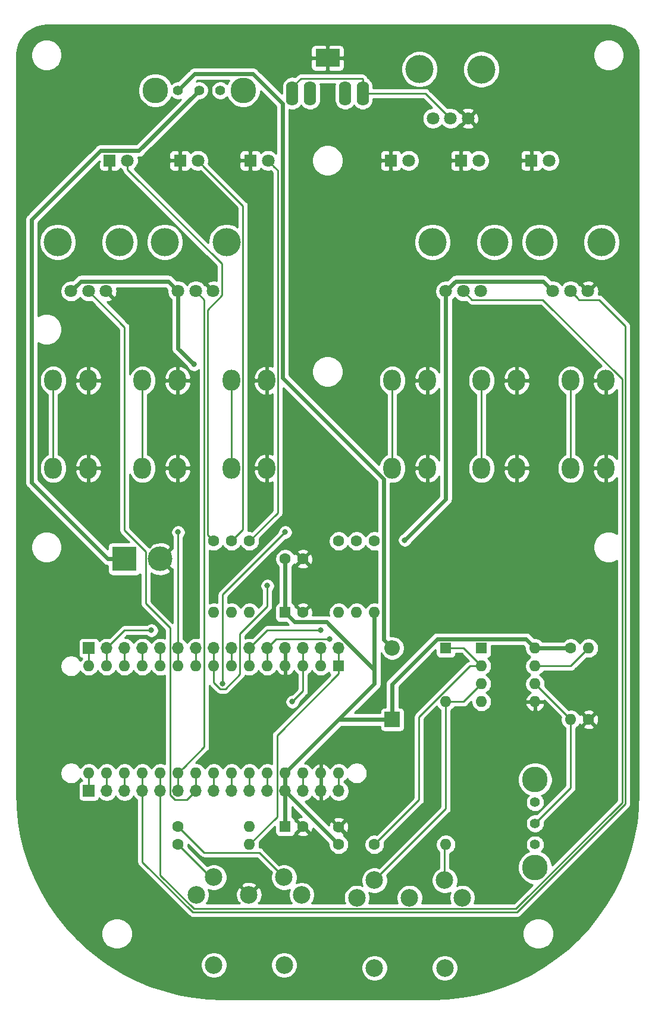
<source format=gbr>
G04 #@! TF.GenerationSoftware,KiCad,Pcbnew,(5.1.5)-3*
G04 #@! TF.CreationDate,2020-04-22T17:09:55+01:00*
G04 #@! TF.ProjectId,drumkid,6472756d-6b69-4642-9e6b-696361645f70,rev?*
G04 #@! TF.SameCoordinates,Original*
G04 #@! TF.FileFunction,Copper,L1,Top*
G04 #@! TF.FilePolarity,Positive*
%FSLAX46Y46*%
G04 Gerber Fmt 4.6, Leading zero omitted, Abs format (unit mm)*
G04 Created by KiCad (PCBNEW (5.1.5)-3) date 2020-04-22 17:09:55*
%MOMM*%
%LPD*%
G04 APERTURE LIST*
%ADD10C,1.600000*%
%ADD11R,1.600000X1.600000*%
%ADD12O,1.700000X1.700000*%
%ADD13R,1.700000X1.700000*%
%ADD14O,1.600000X1.600000*%
%ADD15R,2.200000X2.200000*%
%ADD16O,2.200000X2.200000*%
%ADD17C,1.400000*%
%ADD18C,3.653000*%
%ADD19R,1.800000X1.800000*%
%ADD20C,1.800000*%
%ADD21C,2.499360*%
%ADD22O,2.500000X3.000000*%
%ADD23R,3.500000X2.500000*%
%ADD24O,1.750000X3.500000*%
%ADD25C,4.000000*%
%ADD26R,3.500120X3.500120*%
%ADD27C,3.500120*%
%ADD28C,0.800000*%
%ADD29C,0.250000*%
%ADD30C,0.625000*%
%ADD31C,0.254000*%
G04 APERTURE END LIST*
D10*
X96480000Y-144780000D03*
D11*
X93980000Y-144780000D03*
X93980000Y-114300000D03*
D10*
X96480000Y-114300000D03*
X101600000Y-144820000D03*
X101600000Y-147320000D03*
X93980000Y-106680000D03*
X96480000Y-106680000D03*
D12*
X101600000Y-139700000D03*
X99060000Y-139700000D03*
X96520000Y-139700000D03*
X93980000Y-139700000D03*
X91440000Y-139700000D03*
X88900000Y-139700000D03*
X86360000Y-139700000D03*
X83820000Y-139700000D03*
X81280000Y-139700000D03*
X78740000Y-139700000D03*
X76200000Y-139700000D03*
X73660000Y-139700000D03*
X71120000Y-139700000D03*
X68580000Y-139700000D03*
D13*
X66040000Y-139700000D03*
X66040000Y-119380000D03*
D12*
X68580000Y-119380000D03*
X71120000Y-119380000D03*
X73660000Y-119380000D03*
X76200000Y-119380000D03*
X78740000Y-119380000D03*
X81280000Y-119380000D03*
X83820000Y-119380000D03*
X86360000Y-119380000D03*
X88900000Y-119380000D03*
X91440000Y-119380000D03*
X93980000Y-119380000D03*
X96520000Y-119380000D03*
X99060000Y-119380000D03*
X101600000Y-119380000D03*
D11*
X116840000Y-119380000D03*
D14*
X116840000Y-127000000D03*
D15*
X109220000Y-129540000D03*
D16*
X109220000Y-119380000D03*
D11*
X101600000Y-121920000D03*
D14*
X68580000Y-137160000D03*
X99060000Y-121920000D03*
X71120000Y-137160000D03*
X96520000Y-121920000D03*
X73660000Y-137160000D03*
X93980000Y-121920000D03*
X76200000Y-137160000D03*
X91440000Y-121920000D03*
X78740000Y-137160000D03*
X88900000Y-121920000D03*
X81280000Y-137160000D03*
X86360000Y-121920000D03*
X83820000Y-137160000D03*
X83820000Y-121920000D03*
X86360000Y-137160000D03*
X81280000Y-121920000D03*
X88900000Y-137160000D03*
X78740000Y-121920000D03*
X91440000Y-137160000D03*
X76200000Y-121920000D03*
X93980000Y-137160000D03*
X73660000Y-121920000D03*
X96520000Y-137160000D03*
X71120000Y-121920000D03*
X99060000Y-137160000D03*
X68580000Y-121920000D03*
X101600000Y-137160000D03*
X66040000Y-121920000D03*
X66040000Y-137160000D03*
D17*
X129540000Y-147320000D03*
X129540000Y-144320000D03*
X129540000Y-141320000D03*
D18*
X129540000Y-150570000D03*
X129540000Y-138070000D03*
X87990000Y-40000000D03*
X75490000Y-40000000D03*
D17*
X84740000Y-40000000D03*
X81740000Y-40000000D03*
X78740000Y-40000000D03*
D19*
X129000000Y-50000000D03*
D20*
X131540000Y-50000000D03*
D21*
X106674920Y-164896800D03*
X116677440Y-164896800D03*
X106680000Y-152400000D03*
X119174260Y-154901900D03*
X111676180Y-154899360D03*
X116672360Y-152400000D03*
X104178100Y-154901900D03*
D22*
X134620000Y-93780000D03*
X139620000Y-93780000D03*
X134620000Y-81280000D03*
X139620000Y-81280000D03*
X78660000Y-81280000D03*
X73660000Y-81280000D03*
X78660000Y-93780000D03*
X73660000Y-93780000D03*
X121920000Y-93780000D03*
X126920000Y-93780000D03*
X121920000Y-81280000D03*
X126920000Y-81280000D03*
X114220000Y-81280000D03*
X109220000Y-81280000D03*
X114220000Y-93780000D03*
X109220000Y-93780000D03*
X60960000Y-93780000D03*
X65960000Y-93780000D03*
X60960000Y-81280000D03*
X65960000Y-81280000D03*
X91360000Y-81280000D03*
X86360000Y-81280000D03*
X91360000Y-93780000D03*
X86360000Y-93780000D03*
D20*
X111540000Y-50000000D03*
D19*
X109000000Y-50000000D03*
X69000000Y-50000000D03*
D20*
X71540000Y-50000000D03*
X81540000Y-50000000D03*
D19*
X79000000Y-50000000D03*
X119000000Y-50000000D03*
D20*
X121540000Y-50000000D03*
X91540000Y-50000000D03*
D19*
X89000000Y-50000000D03*
D14*
X86360000Y-114300000D03*
D10*
X86360000Y-104140000D03*
D14*
X88900000Y-144780000D03*
D10*
X78740000Y-144780000D03*
X78740000Y-147320000D03*
D14*
X88900000Y-147320000D03*
X134620000Y-129540000D03*
D10*
X134620000Y-119380000D03*
X137160000Y-129540000D03*
D14*
X137160000Y-119380000D03*
X83820000Y-114300000D03*
D10*
X83820000Y-104140000D03*
X101600000Y-104140000D03*
D14*
X101600000Y-114300000D03*
X104140000Y-114300000D03*
D10*
X104140000Y-104140000D03*
X106680000Y-104140000D03*
D14*
X106680000Y-114300000D03*
D10*
X88900000Y-104140000D03*
D14*
X88900000Y-114300000D03*
X116840000Y-147320000D03*
D10*
X106680000Y-147320000D03*
D21*
X83814920Y-164477700D03*
X93817440Y-164477700D03*
X83820000Y-151980900D03*
X96314260Y-154482800D03*
X88816180Y-154480260D03*
X93812360Y-151980900D03*
X81318100Y-154482800D03*
D23*
X100000000Y-35404000D03*
D24*
X102500000Y-40410000D03*
X97500000Y-40410000D03*
X105000000Y-40410000D03*
X95000000Y-40410000D03*
D20*
X120000000Y-44000000D03*
X117500000Y-44000000D03*
X115000000Y-44000000D03*
D25*
X121900000Y-37015000D03*
X113100000Y-37000000D03*
D20*
X121840000Y-68580000D03*
X119340000Y-68580000D03*
X116840000Y-68580000D03*
D25*
X123740000Y-61595000D03*
X114940000Y-61580000D03*
D20*
X137080000Y-68580000D03*
X134580000Y-68580000D03*
X132080000Y-68580000D03*
D25*
X138980000Y-61595000D03*
X130180000Y-61580000D03*
D20*
X68500000Y-68580000D03*
X66000000Y-68580000D03*
X63500000Y-68580000D03*
D25*
X70400000Y-61595000D03*
X61600000Y-61580000D03*
D20*
X83740000Y-68580000D03*
X81240000Y-68580000D03*
X78740000Y-68580000D03*
D25*
X85640000Y-61595000D03*
X76840000Y-61580000D03*
D26*
X71120000Y-106680000D03*
D27*
X76200000Y-106680000D03*
D11*
X121920000Y-119380000D03*
D14*
X129540000Y-127000000D03*
X121920000Y-121920000D03*
X129540000Y-124460000D03*
X121920000Y-124460000D03*
X129540000Y-121920000D03*
X121920000Y-127000000D03*
X129540000Y-119380000D03*
D28*
X91440000Y-110490000D03*
X93980000Y-102870000D03*
X85090000Y-124460000D03*
X100330000Y-118110000D03*
X99060000Y-116840000D03*
X74930000Y-116840000D03*
X78740000Y-102870000D03*
X111000000Y-104000000D03*
X81000000Y-79000000D03*
X95000000Y-127000000D03*
D29*
X81280000Y-137160000D02*
X81280000Y-139700000D01*
X77564999Y-140264001D02*
X78270998Y-140970000D01*
X71120000Y-73700000D02*
X71120000Y-102594878D01*
X66000000Y-68580000D02*
X71120000Y-73700000D01*
X71120000Y-102594878D02*
X74124939Y-105599817D01*
X74124939Y-105599817D02*
X74124939Y-113025937D01*
X74124939Y-113025937D02*
X77564999Y-116465997D01*
X77564999Y-116465997D02*
X77564999Y-140264001D01*
X80010000Y-140970000D02*
X81280000Y-139700000D01*
X78270998Y-140970000D02*
X80010000Y-140970000D01*
X76200000Y-137160000D02*
X76200000Y-139700000D01*
X76200000Y-140902081D02*
X76200000Y-139700000D01*
X76200000Y-151695229D02*
X76200000Y-140902081D01*
X80981352Y-156476581D02*
X76200000Y-151695229D01*
X126817641Y-156476581D02*
X80981352Y-156476581D01*
X141925001Y-141369221D02*
X126817641Y-156476581D01*
X141925001Y-81107601D02*
X141925001Y-141369221D01*
X130622401Y-69805001D02*
X141925001Y-81107601D01*
X120565001Y-69805001D02*
X130622401Y-69805001D01*
X119340000Y-68580000D02*
X120565001Y-69805001D01*
X78740000Y-137160000D02*
X78740000Y-139700000D01*
X79539999Y-136360001D02*
X78740000Y-137160000D01*
X82455001Y-133444999D02*
X79539999Y-136360001D01*
X82455001Y-69795001D02*
X82455001Y-133444999D01*
X81240000Y-68580000D02*
X82455001Y-69795001D01*
X134620000Y-139240000D02*
X134620000Y-129540000D01*
X129540000Y-144320000D02*
X134620000Y-139240000D01*
X129540000Y-124460000D02*
X134620000Y-129540000D01*
X73660000Y-137160000D02*
X73660000Y-139700000D01*
X135479999Y-69479999D02*
X134580000Y-68580000D01*
X138654003Y-69805001D02*
X135805001Y-69805001D01*
X73660000Y-139700000D02*
X73660000Y-149791639D01*
X73660000Y-149791639D02*
X80794951Y-156926590D01*
X80794951Y-156926590D02*
X127004041Y-156926591D01*
X127004041Y-156926591D02*
X142375010Y-141555622D01*
X135805001Y-69805001D02*
X135479999Y-69479999D01*
X142375010Y-141555622D02*
X142375011Y-73526009D01*
X142375011Y-73526009D02*
X138654003Y-69805001D01*
D30*
X71120000Y-106680000D02*
X68744940Y-106680000D01*
X68744940Y-106680000D02*
X60616940Y-98552000D01*
X60616940Y-98552000D02*
X59087499Y-97022559D01*
X59087499Y-57189999D02*
X59436000Y-56841498D01*
X57887499Y-95822559D02*
X57887499Y-58389999D01*
X60616940Y-98552000D02*
X57887499Y-95822559D01*
X57887499Y-58389999D02*
X59436000Y-56841498D01*
X81040001Y-40699999D02*
X81740000Y-40000000D01*
X73152501Y-48587499D02*
X81040001Y-40699999D01*
X67689999Y-48587499D02*
X73152501Y-48587499D01*
X59436000Y-56841498D02*
X67689999Y-48587499D01*
D29*
X82439999Y-50899999D02*
X81540000Y-50000000D01*
X87965001Y-56425001D02*
X82439999Y-50899999D01*
X87965001Y-102534999D02*
X87965001Y-56425001D01*
X86360000Y-104140000D02*
X87965001Y-102534999D01*
X83820000Y-119380000D02*
X83820000Y-121920000D01*
X121920000Y-93780000D02*
X121920000Y-81280000D01*
X83820000Y-123051370D02*
X83820000Y-121920000D01*
X83820000Y-124263002D02*
X83820000Y-123051370D01*
X84741999Y-125185001D02*
X83820000Y-124263002D01*
X87535001Y-123088001D02*
X85438001Y-125185001D01*
X87535001Y-117330001D02*
X87535001Y-123088001D01*
X85438001Y-125185001D02*
X84741999Y-125185001D01*
X91440000Y-113425002D02*
X87535001Y-117330001D01*
X91440000Y-110490000D02*
X91440000Y-113425002D01*
X71540000Y-51272792D02*
X71540000Y-50000000D01*
X84965001Y-64697793D02*
X71540000Y-51272792D01*
X84965001Y-69168001D02*
X84965001Y-64697793D01*
X82905011Y-71227991D02*
X84965001Y-69168001D01*
X82905011Y-103225011D02*
X82905011Y-71227991D01*
X83820000Y-104140000D02*
X82905011Y-103225011D01*
X81280000Y-119380000D02*
X81280000Y-121920000D01*
X109220000Y-93780000D02*
X109220000Y-81280000D01*
X93980000Y-102870000D02*
X91440000Y-105410000D01*
X91440000Y-105410000D02*
X85090000Y-111760000D01*
X85090000Y-111760000D02*
X85090000Y-124460000D01*
X73660000Y-119380000D02*
X73660000Y-121920000D01*
X91440000Y-119380000D02*
X91440000Y-121920000D01*
X92710000Y-118110000D02*
X91440000Y-119380000D01*
X100330000Y-118110000D02*
X92710000Y-118110000D01*
X88900000Y-119380000D02*
X88900000Y-121920000D01*
X91440000Y-116840000D02*
X88900000Y-119380000D01*
X99060000Y-116840000D02*
X91440000Y-116840000D01*
X86360000Y-119380000D02*
X86360000Y-121920000D01*
X134620000Y-93780000D02*
X134620000Y-81280000D01*
X92439999Y-50899999D02*
X91540000Y-50000000D01*
X92935010Y-51395010D02*
X92439999Y-50899999D01*
X92935010Y-100104990D02*
X92935010Y-51395010D01*
X88900000Y-104140000D02*
X92935010Y-100104990D01*
X99060000Y-119380000D02*
X99060000Y-121920000D01*
X71120000Y-119380000D02*
X71120000Y-121920000D01*
X60960000Y-93780000D02*
X60960000Y-81280000D01*
X101600000Y-119380000D02*
X101600000Y-121920000D01*
X101600000Y-122970000D02*
X101600000Y-121920000D01*
X92804999Y-131765001D02*
X101600000Y-122970000D01*
X92804999Y-143415001D02*
X92804999Y-131765001D01*
X88900000Y-147320000D02*
X92804999Y-143415001D01*
X68580000Y-119380000D02*
X68580000Y-121920000D01*
X71120000Y-116840000D02*
X68580000Y-119380000D01*
X74930000Y-116840000D02*
X71120000Y-116840000D01*
X66040000Y-119380000D02*
X66040000Y-121920000D01*
X66040000Y-137160000D02*
X66040000Y-139700000D01*
X78740000Y-119380000D02*
X78740000Y-121920000D01*
X86360000Y-93780000D02*
X86360000Y-81280000D01*
X78740000Y-102870000D02*
X78740000Y-119380000D01*
X83820000Y-137160000D02*
X83820000Y-139700000D01*
X76200000Y-119380000D02*
X76200000Y-121920000D01*
X73660000Y-93780000D02*
X73660000Y-81280000D01*
X86360000Y-137160000D02*
X86360000Y-139700000D01*
X92562681Y-150731221D02*
X93812360Y-151980900D01*
X90276461Y-148445001D02*
X92562681Y-150731221D01*
X82405001Y-148445001D02*
X90276461Y-148445001D01*
X78740000Y-144780000D02*
X82405001Y-148445001D01*
X119380000Y-127000000D02*
X121920000Y-124460000D01*
X116840000Y-127000000D02*
X119380000Y-127000000D01*
X116840000Y-142240000D02*
X116840000Y-127000000D01*
X106680000Y-152400000D02*
X116840000Y-142240000D01*
X113910000Y-40410000D02*
X105000000Y-40410000D01*
X117500000Y-44000000D02*
X113910000Y-40410000D01*
X95000000Y-39535000D02*
X95000000Y-40410000D01*
X96200010Y-38334990D02*
X95000000Y-39535000D01*
X104924990Y-38334990D02*
X96200010Y-38334990D01*
X105000000Y-38410000D02*
X104924990Y-38334990D01*
X105000000Y-40410000D02*
X105000000Y-38410000D01*
D30*
X93980000Y-139700000D02*
X93980000Y-144780000D01*
X93980000Y-139700000D02*
X101600000Y-147320000D01*
X93980000Y-139700000D02*
X93980000Y-137160000D01*
X95292501Y-115612501D02*
X93980000Y-114300000D01*
X99849003Y-115612501D02*
X95292501Y-115612501D01*
X106680000Y-122443498D02*
X99849003Y-115612501D01*
X106680000Y-124460000D02*
X106680000Y-122443498D01*
X93980000Y-114300000D02*
X93980000Y-106680000D01*
X134620000Y-119380000D02*
X129540000Y-119380000D01*
X128740001Y-118580001D02*
X129540000Y-119380000D01*
X128227499Y-118067499D02*
X128740001Y-118580001D01*
X115629999Y-118067499D02*
X128227499Y-118067499D01*
X109220000Y-124477498D02*
X115629999Y-118067499D01*
X109220000Y-129540000D02*
X109220000Y-124477498D01*
X109220000Y-129540000D02*
X101600000Y-129540000D01*
X93980000Y-137160000D02*
X101600000Y-129540000D01*
X101600000Y-129540000D02*
X106680000Y-124460000D01*
X106680000Y-114300000D02*
X106680000Y-123190000D01*
X106680000Y-123190000D02*
X106680000Y-118110000D01*
X64399999Y-67680001D02*
X63500000Y-68580000D01*
X64912501Y-67167499D02*
X64399999Y-67680001D01*
X77327499Y-67167499D02*
X64912501Y-67167499D01*
X78740000Y-68580000D02*
X77327499Y-67167499D01*
X131180001Y-67680001D02*
X132080000Y-68580000D01*
X130667499Y-67167499D02*
X131180001Y-67680001D01*
X118252501Y-67167499D02*
X130667499Y-67167499D01*
X116840000Y-68580000D02*
X118252501Y-67167499D01*
X116840000Y-98160000D02*
X116840000Y-68580000D01*
X111000000Y-104000000D02*
X116840000Y-98160000D01*
X78740000Y-76740000D02*
X78740000Y-68580000D01*
X81000000Y-79000000D02*
X78740000Y-76740000D01*
D29*
X83400900Y-151980900D02*
X83820000Y-151980900D01*
X78740000Y-147320000D02*
X83400900Y-151980900D01*
X134620000Y-121920000D02*
X137160000Y-119380000D01*
X129540000Y-121920000D02*
X134620000Y-121920000D01*
X116672360Y-147487640D02*
X116840000Y-147320000D01*
X116672360Y-152400000D02*
X116672360Y-147487640D01*
X119380000Y-119380000D02*
X121920000Y-121920000D01*
X116840000Y-119380000D02*
X119380000Y-119380000D01*
X120254998Y-121920000D02*
X113030000Y-129144998D01*
X121920000Y-121920000D02*
X120254998Y-121920000D01*
X113030000Y-140970000D02*
X106680000Y-147320000D01*
X113030000Y-129144998D02*
X113030000Y-140970000D01*
X68580000Y-137160000D02*
X68580000Y-139700000D01*
X71120000Y-137160000D02*
X71120000Y-139700000D01*
X96520000Y-119380000D02*
X96520000Y-121920000D01*
X96520000Y-137160000D02*
X96520000Y-139700000D01*
X96520000Y-121920000D02*
X96520000Y-125480000D01*
X96520000Y-125480000D02*
X95000000Y-127000000D01*
X88900000Y-137160000D02*
X88900000Y-139700000D01*
X91440000Y-137160000D02*
X91440000Y-139700000D01*
X101600000Y-137160000D02*
X101600000Y-139700000D01*
D30*
X93612490Y-41900768D02*
X89372721Y-37660999D01*
X93612490Y-80915055D02*
X93612490Y-41900768D01*
X107992501Y-95295066D02*
X93612490Y-80915055D01*
X107992501Y-118152501D02*
X107992501Y-95295066D01*
X109220000Y-119380000D02*
X107992501Y-118152501D01*
X81079001Y-37660999D02*
X78740000Y-40000000D01*
X89372721Y-37660999D02*
X81079001Y-37660999D01*
D31*
G36*
X140754747Y-30805281D02*
G01*
X141485643Y-31005231D01*
X142169575Y-31331450D01*
X142784928Y-31773626D01*
X143312259Y-32317789D01*
X143734886Y-32946726D01*
X144039463Y-33640570D01*
X144217715Y-34383039D01*
X144265000Y-35026949D01*
X144265001Y-139986809D01*
X144189634Y-142092345D01*
X143965335Y-144173970D01*
X143592779Y-146234234D01*
X143073870Y-148262597D01*
X142411274Y-150248645D01*
X141608366Y-152182261D01*
X140669274Y-154053507D01*
X139598785Y-155852836D01*
X138402401Y-157571009D01*
X137086217Y-159199262D01*
X135656998Y-160729233D01*
X134122043Y-162153108D01*
X132489220Y-163463585D01*
X130766874Y-164653973D01*
X128963821Y-165718172D01*
X127089308Y-166650728D01*
X125152901Y-167446881D01*
X123164547Y-168102542D01*
X121134394Y-168614365D01*
X119072830Y-168979730D01*
X116989798Y-169196827D01*
X114987502Y-169265000D01*
X85013163Y-169265000D01*
X82907655Y-169189634D01*
X80826030Y-168965335D01*
X78765766Y-168592779D01*
X76737403Y-168073870D01*
X74751355Y-167411274D01*
X72817739Y-166608366D01*
X70946493Y-165669274D01*
X69147164Y-164598785D01*
X68706686Y-164292075D01*
X81930240Y-164292075D01*
X81930240Y-164663325D01*
X82002667Y-165027441D01*
X82144738Y-165370431D01*
X82350994Y-165679113D01*
X82613507Y-165941626D01*
X82922189Y-166147882D01*
X83265179Y-166289953D01*
X83629295Y-166362380D01*
X84000545Y-166362380D01*
X84364661Y-166289953D01*
X84707651Y-166147882D01*
X85016333Y-165941626D01*
X85278846Y-165679113D01*
X85485102Y-165370431D01*
X85627173Y-165027441D01*
X85699600Y-164663325D01*
X85699600Y-164292075D01*
X91932760Y-164292075D01*
X91932760Y-164663325D01*
X92005187Y-165027441D01*
X92147258Y-165370431D01*
X92353514Y-165679113D01*
X92616027Y-165941626D01*
X92924709Y-166147882D01*
X93267699Y-166289953D01*
X93631815Y-166362380D01*
X94003065Y-166362380D01*
X94367181Y-166289953D01*
X94710171Y-166147882D01*
X95018853Y-165941626D01*
X95281366Y-165679113D01*
X95487622Y-165370431D01*
X95629693Y-165027441D01*
X95692602Y-164711175D01*
X104790240Y-164711175D01*
X104790240Y-165082425D01*
X104862667Y-165446541D01*
X105004738Y-165789531D01*
X105210994Y-166098213D01*
X105473507Y-166360726D01*
X105782189Y-166566982D01*
X106125179Y-166709053D01*
X106489295Y-166781480D01*
X106860545Y-166781480D01*
X107224661Y-166709053D01*
X107567651Y-166566982D01*
X107876333Y-166360726D01*
X108138846Y-166098213D01*
X108345102Y-165789531D01*
X108487173Y-165446541D01*
X108559600Y-165082425D01*
X108559600Y-164711175D01*
X114792760Y-164711175D01*
X114792760Y-165082425D01*
X114865187Y-165446541D01*
X115007258Y-165789531D01*
X115213514Y-166098213D01*
X115476027Y-166360726D01*
X115784709Y-166566982D01*
X116127699Y-166709053D01*
X116491815Y-166781480D01*
X116863065Y-166781480D01*
X117227181Y-166709053D01*
X117570171Y-166566982D01*
X117878853Y-166360726D01*
X118141366Y-166098213D01*
X118347622Y-165789531D01*
X118489693Y-165446541D01*
X118562120Y-165082425D01*
X118562120Y-164711175D01*
X118489693Y-164347059D01*
X118347622Y-164004069D01*
X118141366Y-163695387D01*
X117878853Y-163432874D01*
X117570171Y-163226618D01*
X117227181Y-163084547D01*
X116863065Y-163012120D01*
X116491815Y-163012120D01*
X116127699Y-163084547D01*
X115784709Y-163226618D01*
X115476027Y-163432874D01*
X115213514Y-163695387D01*
X115007258Y-164004069D01*
X114865187Y-164347059D01*
X114792760Y-164711175D01*
X108559600Y-164711175D01*
X108487173Y-164347059D01*
X108345102Y-164004069D01*
X108138846Y-163695387D01*
X107876333Y-163432874D01*
X107567651Y-163226618D01*
X107224661Y-163084547D01*
X106860545Y-163012120D01*
X106489295Y-163012120D01*
X106125179Y-163084547D01*
X105782189Y-163226618D01*
X105473507Y-163432874D01*
X105210994Y-163695387D01*
X105004738Y-164004069D01*
X104862667Y-164347059D01*
X104790240Y-164711175D01*
X95692602Y-164711175D01*
X95702120Y-164663325D01*
X95702120Y-164292075D01*
X95629693Y-163927959D01*
X95487622Y-163584969D01*
X95281366Y-163276287D01*
X95018853Y-163013774D01*
X94710171Y-162807518D01*
X94367181Y-162665447D01*
X94003065Y-162593020D01*
X93631815Y-162593020D01*
X93267699Y-162665447D01*
X92924709Y-162807518D01*
X92616027Y-163013774D01*
X92353514Y-163276287D01*
X92147258Y-163584969D01*
X92005187Y-163927959D01*
X91932760Y-164292075D01*
X85699600Y-164292075D01*
X85627173Y-163927959D01*
X85485102Y-163584969D01*
X85278846Y-163276287D01*
X85016333Y-163013774D01*
X84707651Y-162807518D01*
X84364661Y-162665447D01*
X84000545Y-162593020D01*
X83629295Y-162593020D01*
X83265179Y-162665447D01*
X82922189Y-162807518D01*
X82613507Y-163013774D01*
X82350994Y-163276287D01*
X82144738Y-163584969D01*
X82002667Y-163927959D01*
X81930240Y-164292075D01*
X68706686Y-164292075D01*
X67428991Y-163402401D01*
X65800738Y-162086217D01*
X64270767Y-160656998D01*
X63457116Y-159779872D01*
X67765000Y-159779872D01*
X67765000Y-160220128D01*
X67850890Y-160651925D01*
X68019369Y-161058669D01*
X68263962Y-161424729D01*
X68575271Y-161736038D01*
X68941331Y-161980631D01*
X69348075Y-162149110D01*
X69779872Y-162235000D01*
X70220128Y-162235000D01*
X70651925Y-162149110D01*
X71058669Y-161980631D01*
X71424729Y-161736038D01*
X71736038Y-161424729D01*
X71980631Y-161058669D01*
X72149110Y-160651925D01*
X72235000Y-160220128D01*
X72235000Y-159779872D01*
X127765000Y-159779872D01*
X127765000Y-160220128D01*
X127850890Y-160651925D01*
X128019369Y-161058669D01*
X128263962Y-161424729D01*
X128575271Y-161736038D01*
X128941331Y-161980631D01*
X129348075Y-162149110D01*
X129779872Y-162235000D01*
X130220128Y-162235000D01*
X130651925Y-162149110D01*
X131058669Y-161980631D01*
X131424729Y-161736038D01*
X131736038Y-161424729D01*
X131980631Y-161058669D01*
X132149110Y-160651925D01*
X132235000Y-160220128D01*
X132235000Y-159779872D01*
X132149110Y-159348075D01*
X131980631Y-158941331D01*
X131736038Y-158575271D01*
X131424729Y-158263962D01*
X131058669Y-158019369D01*
X130651925Y-157850890D01*
X130220128Y-157765000D01*
X129779872Y-157765000D01*
X129348075Y-157850890D01*
X128941331Y-158019369D01*
X128575271Y-158263962D01*
X128263962Y-158575271D01*
X128019369Y-158941331D01*
X127850890Y-159348075D01*
X127765000Y-159779872D01*
X72235000Y-159779872D01*
X72149110Y-159348075D01*
X71980631Y-158941331D01*
X71736038Y-158575271D01*
X71424729Y-158263962D01*
X71058669Y-158019369D01*
X70651925Y-157850890D01*
X70220128Y-157765000D01*
X69779872Y-157765000D01*
X69348075Y-157850890D01*
X68941331Y-158019369D01*
X68575271Y-158263962D01*
X68263962Y-158575271D01*
X68019369Y-158941331D01*
X67850890Y-159348075D01*
X67765000Y-159779872D01*
X63457116Y-159779872D01*
X62846892Y-159122043D01*
X61536415Y-157489220D01*
X60346027Y-155766874D01*
X59281828Y-153963821D01*
X58349272Y-152089308D01*
X57553119Y-150152901D01*
X56897458Y-148164547D01*
X56385635Y-146134394D01*
X56020270Y-144072830D01*
X55803173Y-141989798D01*
X55735000Y-139987502D01*
X55735000Y-104779872D01*
X57765000Y-104779872D01*
X57765000Y-105220128D01*
X57850890Y-105651925D01*
X58019369Y-106058669D01*
X58263962Y-106424729D01*
X58575271Y-106736038D01*
X58941331Y-106980631D01*
X59348075Y-107149110D01*
X59779872Y-107235000D01*
X60220128Y-107235000D01*
X60651925Y-107149110D01*
X61058669Y-106980631D01*
X61424729Y-106736038D01*
X61736038Y-106424729D01*
X61980631Y-106058669D01*
X62149110Y-105651925D01*
X62235000Y-105220128D01*
X62235000Y-104779872D01*
X62149110Y-104348075D01*
X61980631Y-103941331D01*
X61736038Y-103575271D01*
X61424729Y-103263962D01*
X61058669Y-103019369D01*
X60651925Y-102850890D01*
X60220128Y-102765000D01*
X59779872Y-102765000D01*
X59348075Y-102850890D01*
X58941331Y-103019369D01*
X58575271Y-103263962D01*
X58263962Y-103575271D01*
X58019369Y-103941331D01*
X57850890Y-104348075D01*
X57765000Y-104779872D01*
X55735000Y-104779872D01*
X55735000Y-58389999D01*
X56935416Y-58389999D01*
X56940000Y-58436544D01*
X56939999Y-95776024D01*
X56935416Y-95822559D01*
X56939999Y-95869093D01*
X56939999Y-95869100D01*
X56953709Y-96008300D01*
X57007888Y-96186905D01*
X57095870Y-96351509D01*
X57214274Y-96495784D01*
X57250433Y-96525459D01*
X59979866Y-99254893D01*
X59979872Y-99254898D01*
X68042044Y-107317071D01*
X68071715Y-107353225D01*
X68215990Y-107471629D01*
X68380593Y-107559611D01*
X68559198Y-107613790D01*
X68731868Y-107630797D01*
X68731868Y-108430060D01*
X68744128Y-108554542D01*
X68780438Y-108674240D01*
X68839403Y-108784554D01*
X68918755Y-108881245D01*
X69015446Y-108960597D01*
X69125760Y-109019562D01*
X69245458Y-109055872D01*
X69369940Y-109068132D01*
X72870060Y-109068132D01*
X72994542Y-109055872D01*
X73114240Y-109019562D01*
X73224554Y-108960597D01*
X73321245Y-108881245D01*
X73364939Y-108828003D01*
X73364940Y-112988605D01*
X73361263Y-113025937D01*
X73375937Y-113174922D01*
X73419393Y-113318183D01*
X73489965Y-113450213D01*
X73561140Y-113536939D01*
X73584939Y-113565938D01*
X73613937Y-113589736D01*
X76804999Y-116780799D01*
X76804999Y-118023247D01*
X76633158Y-117952068D01*
X76346260Y-117895000D01*
X76053740Y-117895000D01*
X75766842Y-117952068D01*
X75496589Y-118064010D01*
X75253368Y-118226525D01*
X75046525Y-118433368D01*
X74930000Y-118607760D01*
X74813475Y-118433368D01*
X74606632Y-118226525D01*
X74363411Y-118064010D01*
X74093158Y-117952068D01*
X73806260Y-117895000D01*
X73513740Y-117895000D01*
X73226842Y-117952068D01*
X72956589Y-118064010D01*
X72713368Y-118226525D01*
X72506525Y-118433368D01*
X72390000Y-118607760D01*
X72273475Y-118433368D01*
X72066632Y-118226525D01*
X71823411Y-118064010D01*
X71553158Y-117952068D01*
X71266260Y-117895000D01*
X71139803Y-117895000D01*
X71434803Y-117600000D01*
X74226289Y-117600000D01*
X74270226Y-117643937D01*
X74439744Y-117757205D01*
X74628102Y-117835226D01*
X74828061Y-117875000D01*
X75031939Y-117875000D01*
X75231898Y-117835226D01*
X75420256Y-117757205D01*
X75589774Y-117643937D01*
X75733937Y-117499774D01*
X75847205Y-117330256D01*
X75925226Y-117141898D01*
X75965000Y-116941939D01*
X75965000Y-116738061D01*
X75925226Y-116538102D01*
X75847205Y-116349744D01*
X75733937Y-116180226D01*
X75589774Y-116036063D01*
X75420256Y-115922795D01*
X75231898Y-115844774D01*
X75031939Y-115805000D01*
X74828061Y-115805000D01*
X74628102Y-115844774D01*
X74439744Y-115922795D01*
X74270226Y-116036063D01*
X74226289Y-116080000D01*
X71157322Y-116080000D01*
X71119999Y-116076324D01*
X71082676Y-116080000D01*
X71082667Y-116080000D01*
X70971014Y-116090997D01*
X70827753Y-116134454D01*
X70695724Y-116205026D01*
X70695722Y-116205027D01*
X70695723Y-116205027D01*
X70608996Y-116276201D01*
X70608992Y-116276205D01*
X70579999Y-116299999D01*
X70556205Y-116328992D01*
X68946408Y-117938790D01*
X68726260Y-117895000D01*
X68433740Y-117895000D01*
X68146842Y-117952068D01*
X67876589Y-118064010D01*
X67633368Y-118226525D01*
X67501513Y-118358380D01*
X67479502Y-118285820D01*
X67420537Y-118175506D01*
X67341185Y-118078815D01*
X67244494Y-117999463D01*
X67134180Y-117940498D01*
X67014482Y-117904188D01*
X66890000Y-117891928D01*
X65190000Y-117891928D01*
X65065518Y-117904188D01*
X64945820Y-117940498D01*
X64835506Y-117999463D01*
X64738815Y-118078815D01*
X64659463Y-118175506D01*
X64600498Y-118285820D01*
X64564188Y-118405518D01*
X64551928Y-118530000D01*
X64551928Y-120230000D01*
X64564188Y-120354482D01*
X64600498Y-120474180D01*
X64659463Y-120584494D01*
X64738815Y-120681185D01*
X64835506Y-120760537D01*
X64945820Y-120819502D01*
X65065518Y-120855812D01*
X65073961Y-120856643D01*
X64925363Y-121005241D01*
X64824121Y-121156760D01*
X64684545Y-120947869D01*
X64472131Y-120735455D01*
X64222358Y-120568562D01*
X63944826Y-120453605D01*
X63650199Y-120395000D01*
X63349801Y-120395000D01*
X63055174Y-120453605D01*
X62777642Y-120568562D01*
X62527869Y-120735455D01*
X62315455Y-120947869D01*
X62148562Y-121197642D01*
X62033605Y-121475174D01*
X61975000Y-121769801D01*
X61975000Y-122070199D01*
X62033605Y-122364826D01*
X62148562Y-122642358D01*
X62315455Y-122892131D01*
X62527869Y-123104545D01*
X62777642Y-123271438D01*
X63055174Y-123386395D01*
X63349801Y-123445000D01*
X63650199Y-123445000D01*
X63944826Y-123386395D01*
X64222358Y-123271438D01*
X64472131Y-123104545D01*
X64684545Y-122892131D01*
X64824121Y-122683240D01*
X64925363Y-122834759D01*
X65125241Y-123034637D01*
X65360273Y-123191680D01*
X65621426Y-123299853D01*
X65898665Y-123355000D01*
X66181335Y-123355000D01*
X66458574Y-123299853D01*
X66719727Y-123191680D01*
X66954759Y-123034637D01*
X67154637Y-122834759D01*
X67310000Y-122602241D01*
X67465363Y-122834759D01*
X67665241Y-123034637D01*
X67900273Y-123191680D01*
X68161426Y-123299853D01*
X68438665Y-123355000D01*
X68721335Y-123355000D01*
X68998574Y-123299853D01*
X69259727Y-123191680D01*
X69494759Y-123034637D01*
X69694637Y-122834759D01*
X69850000Y-122602241D01*
X70005363Y-122834759D01*
X70205241Y-123034637D01*
X70440273Y-123191680D01*
X70701426Y-123299853D01*
X70978665Y-123355000D01*
X71261335Y-123355000D01*
X71538574Y-123299853D01*
X71799727Y-123191680D01*
X72034759Y-123034637D01*
X72234637Y-122834759D01*
X72390000Y-122602241D01*
X72545363Y-122834759D01*
X72745241Y-123034637D01*
X72980273Y-123191680D01*
X73241426Y-123299853D01*
X73518665Y-123355000D01*
X73801335Y-123355000D01*
X74078574Y-123299853D01*
X74339727Y-123191680D01*
X74574759Y-123034637D01*
X74774637Y-122834759D01*
X74930000Y-122602241D01*
X75085363Y-122834759D01*
X75285241Y-123034637D01*
X75520273Y-123191680D01*
X75781426Y-123299853D01*
X76058665Y-123355000D01*
X76341335Y-123355000D01*
X76618574Y-123299853D01*
X76804999Y-123222633D01*
X76805000Y-135857367D01*
X76618574Y-135780147D01*
X76341335Y-135725000D01*
X76058665Y-135725000D01*
X75781426Y-135780147D01*
X75520273Y-135888320D01*
X75285241Y-136045363D01*
X75085363Y-136245241D01*
X74930000Y-136477759D01*
X74774637Y-136245241D01*
X74574759Y-136045363D01*
X74339727Y-135888320D01*
X74078574Y-135780147D01*
X73801335Y-135725000D01*
X73518665Y-135725000D01*
X73241426Y-135780147D01*
X72980273Y-135888320D01*
X72745241Y-136045363D01*
X72545363Y-136245241D01*
X72390000Y-136477759D01*
X72234637Y-136245241D01*
X72034759Y-136045363D01*
X71799727Y-135888320D01*
X71538574Y-135780147D01*
X71261335Y-135725000D01*
X70978665Y-135725000D01*
X70701426Y-135780147D01*
X70440273Y-135888320D01*
X70205241Y-136045363D01*
X70005363Y-136245241D01*
X69850000Y-136477759D01*
X69694637Y-136245241D01*
X69494759Y-136045363D01*
X69259727Y-135888320D01*
X68998574Y-135780147D01*
X68721335Y-135725000D01*
X68438665Y-135725000D01*
X68161426Y-135780147D01*
X67900273Y-135888320D01*
X67665241Y-136045363D01*
X67465363Y-136245241D01*
X67310000Y-136477759D01*
X67154637Y-136245241D01*
X66954759Y-136045363D01*
X66719727Y-135888320D01*
X66458574Y-135780147D01*
X66181335Y-135725000D01*
X65898665Y-135725000D01*
X65621426Y-135780147D01*
X65360273Y-135888320D01*
X65125241Y-136045363D01*
X64925363Y-136245241D01*
X64824121Y-136396760D01*
X64684545Y-136187869D01*
X64472131Y-135975455D01*
X64222358Y-135808562D01*
X63944826Y-135693605D01*
X63650199Y-135635000D01*
X63349801Y-135635000D01*
X63055174Y-135693605D01*
X62777642Y-135808562D01*
X62527869Y-135975455D01*
X62315455Y-136187869D01*
X62148562Y-136437642D01*
X62033605Y-136715174D01*
X61975000Y-137009801D01*
X61975000Y-137310199D01*
X62033605Y-137604826D01*
X62148562Y-137882358D01*
X62315455Y-138132131D01*
X62527869Y-138344545D01*
X62777642Y-138511438D01*
X63055174Y-138626395D01*
X63349801Y-138685000D01*
X63650199Y-138685000D01*
X63944826Y-138626395D01*
X64222358Y-138511438D01*
X64472131Y-138344545D01*
X64684545Y-138132131D01*
X64824121Y-137923240D01*
X64925363Y-138074759D01*
X65073961Y-138223357D01*
X65065518Y-138224188D01*
X64945820Y-138260498D01*
X64835506Y-138319463D01*
X64738815Y-138398815D01*
X64659463Y-138495506D01*
X64600498Y-138605820D01*
X64564188Y-138725518D01*
X64551928Y-138850000D01*
X64551928Y-140550000D01*
X64564188Y-140674482D01*
X64600498Y-140794180D01*
X64659463Y-140904494D01*
X64738815Y-141001185D01*
X64835506Y-141080537D01*
X64945820Y-141139502D01*
X65065518Y-141175812D01*
X65190000Y-141188072D01*
X66890000Y-141188072D01*
X67014482Y-141175812D01*
X67134180Y-141139502D01*
X67244494Y-141080537D01*
X67341185Y-141001185D01*
X67420537Y-140904494D01*
X67479502Y-140794180D01*
X67501513Y-140721620D01*
X67633368Y-140853475D01*
X67876589Y-141015990D01*
X68146842Y-141127932D01*
X68433740Y-141185000D01*
X68726260Y-141185000D01*
X69013158Y-141127932D01*
X69283411Y-141015990D01*
X69526632Y-140853475D01*
X69733475Y-140646632D01*
X69850000Y-140472240D01*
X69966525Y-140646632D01*
X70173368Y-140853475D01*
X70416589Y-141015990D01*
X70686842Y-141127932D01*
X70973740Y-141185000D01*
X71266260Y-141185000D01*
X71553158Y-141127932D01*
X71823411Y-141015990D01*
X72066632Y-140853475D01*
X72273475Y-140646632D01*
X72390000Y-140472240D01*
X72506525Y-140646632D01*
X72713368Y-140853475D01*
X72900000Y-140978179D01*
X72900001Y-149754307D01*
X72896324Y-149791639D01*
X72900001Y-149828972D01*
X72910998Y-149940625D01*
X72919110Y-149967366D01*
X72954454Y-150083885D01*
X73025026Y-150215915D01*
X73096201Y-150302641D01*
X73120000Y-150331640D01*
X73148998Y-150355438D01*
X80231161Y-157437603D01*
X80254950Y-157466590D01*
X80283937Y-157490379D01*
X80283947Y-157490389D01*
X80370674Y-157561563D01*
X80502704Y-157632135D01*
X80645964Y-157675592D01*
X80794950Y-157690266D01*
X80832283Y-157686589D01*
X126966719Y-157686591D01*
X127004041Y-157690267D01*
X127041363Y-157686591D01*
X127041373Y-157686591D01*
X127153026Y-157675594D01*
X127296287Y-157632137D01*
X127353842Y-157601373D01*
X127428317Y-157561565D01*
X127515043Y-157490390D01*
X127515044Y-157490389D01*
X127544041Y-157466592D01*
X127567839Y-157437594D01*
X142886017Y-142119417D01*
X142915010Y-142095623D01*
X142938804Y-142066630D01*
X142938809Y-142066625D01*
X143009984Y-141979898D01*
X143080556Y-141847869D01*
X143124012Y-141704608D01*
X143138686Y-141555622D01*
X143135009Y-141518289D01*
X143135011Y-73563331D01*
X143138687Y-73526009D01*
X143135011Y-73488686D01*
X143135011Y-73488677D01*
X143124014Y-73377024D01*
X143080557Y-73233763D01*
X143080557Y-73233762D01*
X143009985Y-73101732D01*
X142938810Y-73015006D01*
X142938806Y-73015002D01*
X142915012Y-72986009D01*
X142886019Y-72962215D01*
X139217807Y-69294004D01*
X139194004Y-69265000D01*
X139078279Y-69170027D01*
X138946250Y-69099455D01*
X138802989Y-69055998D01*
X138691336Y-69045001D01*
X138691325Y-69045001D01*
X138654003Y-69041325D01*
X138616681Y-69045001D01*
X138545394Y-69045001D01*
X138604365Y-68815358D01*
X138620991Y-68513447D01*
X138578397Y-68214093D01*
X138478222Y-67928801D01*
X138398261Y-67779208D01*
X138144080Y-67695525D01*
X137259605Y-68580000D01*
X137273748Y-68594143D01*
X137094143Y-68773748D01*
X137080000Y-68759605D01*
X137065858Y-68773748D01*
X136886253Y-68594143D01*
X136900395Y-68580000D01*
X136015920Y-67695525D01*
X135867738Y-67744310D01*
X135772312Y-67601495D01*
X135686737Y-67515920D01*
X136195525Y-67515920D01*
X137080000Y-68400395D01*
X137964475Y-67515920D01*
X137880792Y-67261739D01*
X137608225Y-67130842D01*
X137315358Y-67055635D01*
X137013447Y-67039009D01*
X136714093Y-67081603D01*
X136428801Y-67181778D01*
X136279208Y-67261739D01*
X136195525Y-67515920D01*
X135686737Y-67515920D01*
X135558505Y-67387688D01*
X135307095Y-67219701D01*
X135027743Y-67103989D01*
X134731184Y-67045000D01*
X134428816Y-67045000D01*
X134132257Y-67103989D01*
X133852905Y-67219701D01*
X133601495Y-67387688D01*
X133387688Y-67601495D01*
X133330000Y-67687831D01*
X133272312Y-67601495D01*
X133058505Y-67387688D01*
X132807095Y-67219701D01*
X132527743Y-67103989D01*
X132231184Y-67045000D01*
X131928816Y-67045000D01*
X131892241Y-67052275D01*
X131370399Y-66530433D01*
X131340724Y-66494274D01*
X131196449Y-66375870D01*
X131031846Y-66287888D01*
X130853241Y-66233709D01*
X130714041Y-66219999D01*
X130714033Y-66219999D01*
X130667499Y-66215416D01*
X130620965Y-66219999D01*
X118299035Y-66219999D01*
X118252500Y-66215416D01*
X118205966Y-66219999D01*
X118205959Y-66219999D01*
X118085316Y-66231881D01*
X118066758Y-66233709D01*
X117888154Y-66287888D01*
X117723551Y-66375870D01*
X117579276Y-66494274D01*
X117549605Y-66530428D01*
X117027758Y-67052275D01*
X116991184Y-67045000D01*
X116688816Y-67045000D01*
X116392257Y-67103989D01*
X116112905Y-67219701D01*
X115861495Y-67387688D01*
X115647688Y-67601495D01*
X115479701Y-67852905D01*
X115363989Y-68132257D01*
X115305000Y-68428816D01*
X115305000Y-68731184D01*
X115363989Y-69027743D01*
X115479701Y-69307095D01*
X115647688Y-69558505D01*
X115861495Y-69772312D01*
X115892501Y-69793030D01*
X115892501Y-80143986D01*
X115690726Y-79837976D01*
X115429914Y-79573956D01*
X115122606Y-79365891D01*
X114780611Y-79221777D01*
X114639645Y-79192305D01*
X114347000Y-79308428D01*
X114347000Y-81153000D01*
X114367000Y-81153000D01*
X114367000Y-81407000D01*
X114347000Y-81407000D01*
X114347000Y-83251572D01*
X114639645Y-83367695D01*
X114780611Y-83338223D01*
X115122606Y-83194109D01*
X115429914Y-82986044D01*
X115690726Y-82722024D01*
X115892501Y-82416014D01*
X115892500Y-92643985D01*
X115690726Y-92337976D01*
X115429914Y-92073956D01*
X115122606Y-91865891D01*
X114780611Y-91721777D01*
X114639645Y-91692305D01*
X114347000Y-91808428D01*
X114347000Y-93653000D01*
X114367000Y-93653000D01*
X114367000Y-93907000D01*
X114347000Y-93907000D01*
X114347000Y-95751572D01*
X114639645Y-95867695D01*
X114780611Y-95838223D01*
X115122606Y-95694109D01*
X115429914Y-95486044D01*
X115690726Y-95222024D01*
X115892500Y-94916015D01*
X115892500Y-97767533D01*
X110624966Y-103035068D01*
X110509744Y-103082795D01*
X110340226Y-103196063D01*
X110196063Y-103340226D01*
X110082795Y-103509744D01*
X110004774Y-103698102D01*
X109965000Y-103898061D01*
X109965000Y-104101939D01*
X110004774Y-104301898D01*
X110082795Y-104490256D01*
X110196063Y-104659774D01*
X110340226Y-104803937D01*
X110509744Y-104917205D01*
X110698102Y-104995226D01*
X110898061Y-105035000D01*
X111101939Y-105035000D01*
X111301898Y-104995226D01*
X111490256Y-104917205D01*
X111659774Y-104803937D01*
X111803937Y-104659774D01*
X111917205Y-104490256D01*
X111964932Y-104375034D01*
X117477071Y-98862896D01*
X117513225Y-98833225D01*
X117631629Y-98688950D01*
X117719611Y-98524347D01*
X117773790Y-98345742D01*
X117787500Y-98206542D01*
X117787500Y-98206535D01*
X117792083Y-98160001D01*
X117787500Y-98113467D01*
X117787500Y-80937403D01*
X120035000Y-80937403D01*
X120035000Y-81622596D01*
X120062275Y-81899523D01*
X120170061Y-82254847D01*
X120345097Y-82582317D01*
X120580655Y-82869345D01*
X120867683Y-83104903D01*
X121160001Y-83261150D01*
X121160000Y-91798851D01*
X120867684Y-91955097D01*
X120580655Y-92190655D01*
X120345097Y-92477683D01*
X120170061Y-92805152D01*
X120062275Y-93160476D01*
X120035000Y-93437403D01*
X120035000Y-94122596D01*
X120062275Y-94399523D01*
X120170061Y-94754847D01*
X120345097Y-95082317D01*
X120580655Y-95369345D01*
X120867683Y-95604903D01*
X121195152Y-95779939D01*
X121550476Y-95887725D01*
X121920000Y-95924120D01*
X122289523Y-95887725D01*
X122644847Y-95779939D01*
X122972317Y-95604903D01*
X123259345Y-95369345D01*
X123494903Y-95082317D01*
X123669939Y-94754848D01*
X123777725Y-94399524D01*
X123796978Y-94204040D01*
X125034882Y-94204040D01*
X125105058Y-94568464D01*
X125244981Y-94912195D01*
X125449274Y-95222024D01*
X125710086Y-95486044D01*
X126017394Y-95694109D01*
X126359389Y-95838223D01*
X126500355Y-95867695D01*
X126793000Y-95751572D01*
X126793000Y-93907000D01*
X127047000Y-93907000D01*
X127047000Y-95751572D01*
X127339645Y-95867695D01*
X127480611Y-95838223D01*
X127822606Y-95694109D01*
X128129914Y-95486044D01*
X128390726Y-95222024D01*
X128595019Y-94912195D01*
X128734942Y-94568464D01*
X128805118Y-94204040D01*
X128650385Y-93907000D01*
X127047000Y-93907000D01*
X126793000Y-93907000D01*
X125189615Y-93907000D01*
X125034882Y-94204040D01*
X123796978Y-94204040D01*
X123805000Y-94122597D01*
X123805000Y-93437404D01*
X123796979Y-93355960D01*
X125034882Y-93355960D01*
X125189615Y-93653000D01*
X126793000Y-93653000D01*
X126793000Y-91808428D01*
X127047000Y-91808428D01*
X127047000Y-93653000D01*
X128650385Y-93653000D01*
X128805118Y-93355960D01*
X128734942Y-92991536D01*
X128595019Y-92647805D01*
X128390726Y-92337976D01*
X128129914Y-92073956D01*
X127822606Y-91865891D01*
X127480611Y-91721777D01*
X127339645Y-91692305D01*
X127047000Y-91808428D01*
X126793000Y-91808428D01*
X126500355Y-91692305D01*
X126359389Y-91721777D01*
X126017394Y-91865891D01*
X125710086Y-92073956D01*
X125449274Y-92337976D01*
X125244981Y-92647805D01*
X125105058Y-92991536D01*
X125034882Y-93355960D01*
X123796979Y-93355960D01*
X123777725Y-93160477D01*
X123669939Y-92805152D01*
X123494903Y-92477683D01*
X123259345Y-92190655D01*
X122972317Y-91955097D01*
X122680000Y-91798850D01*
X122680000Y-83261149D01*
X122972317Y-83104903D01*
X123259345Y-82869345D01*
X123494903Y-82582317D01*
X123669939Y-82254848D01*
X123777725Y-81899524D01*
X123796978Y-81704040D01*
X125034882Y-81704040D01*
X125105058Y-82068464D01*
X125244981Y-82412195D01*
X125449274Y-82722024D01*
X125710086Y-82986044D01*
X126017394Y-83194109D01*
X126359389Y-83338223D01*
X126500355Y-83367695D01*
X126793000Y-83251572D01*
X126793000Y-81407000D01*
X127047000Y-81407000D01*
X127047000Y-83251572D01*
X127339645Y-83367695D01*
X127480611Y-83338223D01*
X127822606Y-83194109D01*
X128129914Y-82986044D01*
X128390726Y-82722024D01*
X128595019Y-82412195D01*
X128734942Y-82068464D01*
X128805118Y-81704040D01*
X128650385Y-81407000D01*
X127047000Y-81407000D01*
X126793000Y-81407000D01*
X125189615Y-81407000D01*
X125034882Y-81704040D01*
X123796978Y-81704040D01*
X123805000Y-81622597D01*
X123805000Y-80937404D01*
X123796979Y-80855960D01*
X125034882Y-80855960D01*
X125189615Y-81153000D01*
X126793000Y-81153000D01*
X126793000Y-79308428D01*
X127047000Y-79308428D01*
X127047000Y-81153000D01*
X128650385Y-81153000D01*
X128762693Y-80937403D01*
X132735000Y-80937403D01*
X132735000Y-81622596D01*
X132762275Y-81899523D01*
X132870061Y-82254847D01*
X133045097Y-82582317D01*
X133280655Y-82869345D01*
X133567683Y-83104903D01*
X133860001Y-83261150D01*
X133860000Y-91798851D01*
X133567684Y-91955097D01*
X133280655Y-92190655D01*
X133045097Y-92477683D01*
X132870061Y-92805152D01*
X132762275Y-93160476D01*
X132735000Y-93437403D01*
X132735000Y-94122596D01*
X132762275Y-94399523D01*
X132870061Y-94754847D01*
X133045097Y-95082317D01*
X133280655Y-95369345D01*
X133567683Y-95604903D01*
X133895152Y-95779939D01*
X134250476Y-95887725D01*
X134620000Y-95924120D01*
X134989523Y-95887725D01*
X135344847Y-95779939D01*
X135672317Y-95604903D01*
X135959345Y-95369345D01*
X136194903Y-95082317D01*
X136369939Y-94754848D01*
X136477725Y-94399524D01*
X136496978Y-94204040D01*
X137734882Y-94204040D01*
X137805058Y-94568464D01*
X137944981Y-94912195D01*
X138149274Y-95222024D01*
X138410086Y-95486044D01*
X138717394Y-95694109D01*
X139059389Y-95838223D01*
X139200355Y-95867695D01*
X139493000Y-95751572D01*
X139493000Y-93907000D01*
X137889615Y-93907000D01*
X137734882Y-94204040D01*
X136496978Y-94204040D01*
X136505000Y-94122597D01*
X136505000Y-93437404D01*
X136496979Y-93355960D01*
X137734882Y-93355960D01*
X137889615Y-93653000D01*
X139493000Y-93653000D01*
X139493000Y-91808428D01*
X139200355Y-91692305D01*
X139059389Y-91721777D01*
X138717394Y-91865891D01*
X138410086Y-92073956D01*
X138149274Y-92337976D01*
X137944981Y-92647805D01*
X137805058Y-92991536D01*
X137734882Y-93355960D01*
X136496979Y-93355960D01*
X136477725Y-93160477D01*
X136369939Y-92805152D01*
X136194903Y-92477683D01*
X135959345Y-92190655D01*
X135672317Y-91955097D01*
X135380000Y-91798850D01*
X135380000Y-83261149D01*
X135672317Y-83104903D01*
X135959345Y-82869345D01*
X136194903Y-82582317D01*
X136369939Y-82254848D01*
X136477725Y-81899524D01*
X136496978Y-81704040D01*
X137734882Y-81704040D01*
X137805058Y-82068464D01*
X137944981Y-82412195D01*
X138149274Y-82722024D01*
X138410086Y-82986044D01*
X138717394Y-83194109D01*
X139059389Y-83338223D01*
X139200355Y-83367695D01*
X139493000Y-83251572D01*
X139493000Y-81407000D01*
X137889615Y-81407000D01*
X137734882Y-81704040D01*
X136496978Y-81704040D01*
X136505000Y-81622597D01*
X136505000Y-80937404D01*
X136477725Y-80660477D01*
X136369939Y-80305152D01*
X136194903Y-79977683D01*
X135959345Y-79690655D01*
X135672317Y-79455097D01*
X135344848Y-79280061D01*
X134989524Y-79172275D01*
X134620000Y-79135880D01*
X134250477Y-79172275D01*
X133895153Y-79280061D01*
X133567684Y-79455097D01*
X133280655Y-79690655D01*
X133045097Y-79977683D01*
X132870061Y-80305152D01*
X132762275Y-80660476D01*
X132735000Y-80937403D01*
X128762693Y-80937403D01*
X128805118Y-80855960D01*
X128734942Y-80491536D01*
X128595019Y-80147805D01*
X128390726Y-79837976D01*
X128129914Y-79573956D01*
X127822606Y-79365891D01*
X127480611Y-79221777D01*
X127339645Y-79192305D01*
X127047000Y-79308428D01*
X126793000Y-79308428D01*
X126500355Y-79192305D01*
X126359389Y-79221777D01*
X126017394Y-79365891D01*
X125710086Y-79573956D01*
X125449274Y-79837976D01*
X125244981Y-80147805D01*
X125105058Y-80491536D01*
X125034882Y-80855960D01*
X123796979Y-80855960D01*
X123777725Y-80660477D01*
X123669939Y-80305152D01*
X123494903Y-79977683D01*
X123259345Y-79690655D01*
X122972317Y-79455097D01*
X122644848Y-79280061D01*
X122289524Y-79172275D01*
X121920000Y-79135880D01*
X121550477Y-79172275D01*
X121195153Y-79280061D01*
X120867684Y-79455097D01*
X120580655Y-79690655D01*
X120345097Y-79977683D01*
X120170061Y-80305152D01*
X120062275Y-80660476D01*
X120035000Y-80937403D01*
X117787500Y-80937403D01*
X117787500Y-69793029D01*
X117818505Y-69772312D01*
X118032312Y-69558505D01*
X118090000Y-69472169D01*
X118147688Y-69558505D01*
X118361495Y-69772312D01*
X118612905Y-69940299D01*
X118892257Y-70056011D01*
X119188816Y-70115000D01*
X119491184Y-70115000D01*
X119748930Y-70063731D01*
X120001201Y-70316003D01*
X120025000Y-70345002D01*
X120053998Y-70368800D01*
X120140724Y-70439975D01*
X120272754Y-70510547D01*
X120416015Y-70554004D01*
X120527668Y-70565001D01*
X120527677Y-70565001D01*
X120565000Y-70568677D01*
X120602323Y-70565001D01*
X130307600Y-70565001D01*
X138992543Y-79249945D01*
X138717394Y-79365891D01*
X138410086Y-79573956D01*
X138149274Y-79837976D01*
X137944981Y-80147805D01*
X137805058Y-80491536D01*
X137734882Y-80855960D01*
X137889615Y-81153000D01*
X139493000Y-81153000D01*
X139493000Y-81133000D01*
X139747000Y-81133000D01*
X139747000Y-81153000D01*
X139767000Y-81153000D01*
X139767000Y-81407000D01*
X139747000Y-81407000D01*
X139747000Y-83251572D01*
X140039645Y-83367695D01*
X140180611Y-83338223D01*
X140522606Y-83194109D01*
X140829914Y-82986044D01*
X141090726Y-82722024D01*
X141165001Y-82609379D01*
X141165001Y-92450621D01*
X141090726Y-92337976D01*
X140829914Y-92073956D01*
X140522606Y-91865891D01*
X140180611Y-91721777D01*
X140039645Y-91692305D01*
X139747000Y-91808428D01*
X139747000Y-93653000D01*
X139767000Y-93653000D01*
X139767000Y-93907000D01*
X139747000Y-93907000D01*
X139747000Y-95751572D01*
X140039645Y-95867695D01*
X140180611Y-95838223D01*
X140522606Y-95694109D01*
X140829914Y-95486044D01*
X141090726Y-95222024D01*
X141165001Y-95109379D01*
X141165001Y-103090418D01*
X141058669Y-103019369D01*
X140651925Y-102850890D01*
X140220128Y-102765000D01*
X139779872Y-102765000D01*
X139348075Y-102850890D01*
X138941331Y-103019369D01*
X138575271Y-103263962D01*
X138263962Y-103575271D01*
X138019369Y-103941331D01*
X137850890Y-104348075D01*
X137765000Y-104779872D01*
X137765000Y-105220128D01*
X137850890Y-105651925D01*
X138019369Y-106058669D01*
X138263962Y-106424729D01*
X138575271Y-106736038D01*
X138941331Y-106980631D01*
X139348075Y-107149110D01*
X139779872Y-107235000D01*
X140220128Y-107235000D01*
X140651925Y-107149110D01*
X141058669Y-106980631D01*
X141165001Y-106909582D01*
X141165002Y-141054417D01*
X131983309Y-150236111D01*
X131906906Y-149852007D01*
X131721353Y-149404043D01*
X131451972Y-149000885D01*
X131109115Y-148658028D01*
X130705957Y-148388647D01*
X130460853Y-148287122D01*
X130576962Y-148171013D01*
X130723061Y-147952359D01*
X130823696Y-147709405D01*
X130875000Y-147451486D01*
X130875000Y-147188514D01*
X130823696Y-146930595D01*
X130723061Y-146687641D01*
X130576962Y-146468987D01*
X130391013Y-146283038D01*
X130172359Y-146136939D01*
X129929405Y-146036304D01*
X129671486Y-145985000D01*
X129408514Y-145985000D01*
X129150595Y-146036304D01*
X128907641Y-146136939D01*
X128688987Y-146283038D01*
X128503038Y-146468987D01*
X128356939Y-146687641D01*
X128256304Y-146930595D01*
X128205000Y-147188514D01*
X128205000Y-147451486D01*
X128256304Y-147709405D01*
X128356939Y-147952359D01*
X128503038Y-148171013D01*
X128619147Y-148287122D01*
X128374043Y-148388647D01*
X127970885Y-148658028D01*
X127628028Y-149000885D01*
X127358647Y-149404043D01*
X127173094Y-149852007D01*
X127078500Y-150327563D01*
X127078500Y-150812437D01*
X127173094Y-151287993D01*
X127358647Y-151735957D01*
X127628028Y-152139115D01*
X127970885Y-152481972D01*
X128374043Y-152751353D01*
X128822007Y-152936906D01*
X129206111Y-153013309D01*
X126502840Y-155716581D01*
X120876771Y-155716581D01*
X120986513Y-155451641D01*
X121058940Y-155087525D01*
X121058940Y-154716275D01*
X120986513Y-154352159D01*
X120844442Y-154009169D01*
X120638186Y-153700487D01*
X120375673Y-153437974D01*
X120066991Y-153231718D01*
X119724001Y-153089647D01*
X119359885Y-153017220D01*
X118988635Y-153017220D01*
X118624519Y-153089647D01*
X118385685Y-153188575D01*
X118484613Y-152949741D01*
X118557040Y-152585625D01*
X118557040Y-152214375D01*
X118484613Y-151850259D01*
X118342542Y-151507269D01*
X118136286Y-151198587D01*
X117873773Y-150936074D01*
X117565091Y-150729818D01*
X117432360Y-150674839D01*
X117432360Y-148627869D01*
X117519727Y-148591680D01*
X117754759Y-148434637D01*
X117954637Y-148234759D01*
X118111680Y-147999727D01*
X118219853Y-147738574D01*
X118275000Y-147461335D01*
X118275000Y-147178665D01*
X118219853Y-146901426D01*
X118111680Y-146640273D01*
X117954637Y-146405241D01*
X117754759Y-146205363D01*
X117519727Y-146048320D01*
X117258574Y-145940147D01*
X116981335Y-145885000D01*
X116698665Y-145885000D01*
X116421426Y-145940147D01*
X116160273Y-146048320D01*
X115925241Y-146205363D01*
X115725363Y-146405241D01*
X115568320Y-146640273D01*
X115460147Y-146901426D01*
X115405000Y-147178665D01*
X115405000Y-147461335D01*
X115460147Y-147738574D01*
X115568320Y-147999727D01*
X115725363Y-148234759D01*
X115912361Y-148421757D01*
X115912360Y-150674839D01*
X115779629Y-150729818D01*
X115470947Y-150936074D01*
X115208434Y-151198587D01*
X115002178Y-151507269D01*
X114860107Y-151850259D01*
X114787680Y-152214375D01*
X114787680Y-152585625D01*
X114860107Y-152949741D01*
X115002178Y-153292731D01*
X115208434Y-153601413D01*
X115470947Y-153863926D01*
X115779629Y-154070182D01*
X116122619Y-154212253D01*
X116486735Y-154284680D01*
X116857985Y-154284680D01*
X117222101Y-154212253D01*
X117460935Y-154113325D01*
X117362007Y-154352159D01*
X117289580Y-154716275D01*
X117289580Y-155087525D01*
X117362007Y-155451641D01*
X117471749Y-155716581D01*
X113377639Y-155716581D01*
X113488433Y-155449101D01*
X113560860Y-155084985D01*
X113560860Y-154713735D01*
X113488433Y-154349619D01*
X113346362Y-154006629D01*
X113140106Y-153697947D01*
X112877593Y-153435434D01*
X112568911Y-153229178D01*
X112225921Y-153087107D01*
X111861805Y-153014680D01*
X111490555Y-153014680D01*
X111126439Y-153087107D01*
X110783449Y-153229178D01*
X110474767Y-153435434D01*
X110212254Y-153697947D01*
X110005998Y-154006629D01*
X109863927Y-154349619D01*
X109791500Y-154713735D01*
X109791500Y-155084985D01*
X109863927Y-155449101D01*
X109974721Y-155716581D01*
X105880611Y-155716581D01*
X105990353Y-155451641D01*
X106062780Y-155087525D01*
X106062780Y-154716275D01*
X105990353Y-154352159D01*
X105891425Y-154113325D01*
X106130259Y-154212253D01*
X106494375Y-154284680D01*
X106865625Y-154284680D01*
X107229741Y-154212253D01*
X107572731Y-154070182D01*
X107881413Y-153863926D01*
X108143926Y-153601413D01*
X108350182Y-153292731D01*
X108492253Y-152949741D01*
X108564680Y-152585625D01*
X108564680Y-152214375D01*
X108492253Y-151850259D01*
X108437274Y-151717527D01*
X117351004Y-142803798D01*
X117380001Y-142780001D01*
X117474974Y-142664276D01*
X117545546Y-142532247D01*
X117589003Y-142388986D01*
X117600000Y-142277333D01*
X117600000Y-142277325D01*
X117603676Y-142240000D01*
X117600000Y-142202675D01*
X117600000Y-137827563D01*
X127078500Y-137827563D01*
X127078500Y-138312437D01*
X127173094Y-138787993D01*
X127358647Y-139235957D01*
X127628028Y-139639115D01*
X127970885Y-139981972D01*
X128374043Y-140251353D01*
X128619147Y-140352878D01*
X128503038Y-140468987D01*
X128356939Y-140687641D01*
X128256304Y-140930595D01*
X128205000Y-141188514D01*
X128205000Y-141451486D01*
X128256304Y-141709405D01*
X128356939Y-141952359D01*
X128503038Y-142171013D01*
X128688987Y-142356962D01*
X128907641Y-142503061D01*
X129150595Y-142603696D01*
X129408514Y-142655000D01*
X129671486Y-142655000D01*
X129929405Y-142603696D01*
X130172359Y-142503061D01*
X130391013Y-142356962D01*
X130576962Y-142171013D01*
X130723061Y-141952359D01*
X130823696Y-141709405D01*
X130875000Y-141451486D01*
X130875000Y-141188514D01*
X130823696Y-140930595D01*
X130723061Y-140687641D01*
X130576962Y-140468987D01*
X130460853Y-140352878D01*
X130705957Y-140251353D01*
X131109115Y-139981972D01*
X131451972Y-139639115D01*
X131721353Y-139235957D01*
X131906906Y-138787993D01*
X132001500Y-138312437D01*
X132001500Y-137827563D01*
X131906906Y-137352007D01*
X131721353Y-136904043D01*
X131451972Y-136500885D01*
X131109115Y-136158028D01*
X130705957Y-135888647D01*
X130257993Y-135703094D01*
X129782437Y-135608500D01*
X129297563Y-135608500D01*
X128822007Y-135703094D01*
X128374043Y-135888647D01*
X127970885Y-136158028D01*
X127628028Y-136500885D01*
X127358647Y-136904043D01*
X127173094Y-137352007D01*
X127078500Y-137827563D01*
X117600000Y-137827563D01*
X117600000Y-128218043D01*
X117754759Y-128114637D01*
X117954637Y-127914759D01*
X118058043Y-127760000D01*
X119342678Y-127760000D01*
X119380000Y-127763676D01*
X119417322Y-127760000D01*
X119417333Y-127760000D01*
X119528986Y-127749003D01*
X119672247Y-127705546D01*
X119804276Y-127634974D01*
X119920001Y-127540001D01*
X119943804Y-127510997D01*
X120485000Y-126969801D01*
X120485000Y-127141335D01*
X120540147Y-127418574D01*
X120648320Y-127679727D01*
X120805363Y-127914759D01*
X121005241Y-128114637D01*
X121240273Y-128271680D01*
X121501426Y-128379853D01*
X121778665Y-128435000D01*
X122061335Y-128435000D01*
X122338574Y-128379853D01*
X122599727Y-128271680D01*
X122834759Y-128114637D01*
X123034637Y-127914759D01*
X123191680Y-127679727D01*
X123299853Y-127418574D01*
X123313684Y-127349039D01*
X128148096Y-127349039D01*
X128188754Y-127483087D01*
X128308963Y-127737420D01*
X128476481Y-127963414D01*
X128684869Y-128152385D01*
X128926119Y-128297070D01*
X129190960Y-128391909D01*
X129413000Y-128270624D01*
X129413000Y-127127000D01*
X129667000Y-127127000D01*
X129667000Y-128270624D01*
X129889040Y-128391909D01*
X130153881Y-128297070D01*
X130395131Y-128152385D01*
X130603519Y-127963414D01*
X130771037Y-127737420D01*
X130891246Y-127483087D01*
X130931904Y-127349039D01*
X130809915Y-127127000D01*
X129667000Y-127127000D01*
X129413000Y-127127000D01*
X128270085Y-127127000D01*
X128148096Y-127349039D01*
X123313684Y-127349039D01*
X123355000Y-127141335D01*
X123355000Y-126858665D01*
X123299853Y-126581426D01*
X123191680Y-126320273D01*
X123034637Y-126085241D01*
X122834759Y-125885363D01*
X122602241Y-125730000D01*
X122834759Y-125574637D01*
X123034637Y-125374759D01*
X123191680Y-125139727D01*
X123299853Y-124878574D01*
X123355000Y-124601335D01*
X123355000Y-124318665D01*
X123299853Y-124041426D01*
X123191680Y-123780273D01*
X123034637Y-123545241D01*
X122834759Y-123345363D01*
X122602241Y-123190000D01*
X122834759Y-123034637D01*
X123034637Y-122834759D01*
X123191680Y-122599727D01*
X123299853Y-122338574D01*
X123355000Y-122061335D01*
X123355000Y-121778665D01*
X123299853Y-121501426D01*
X123191680Y-121240273D01*
X123034637Y-121005241D01*
X122836039Y-120806643D01*
X122844482Y-120805812D01*
X122964180Y-120769502D01*
X123074494Y-120710537D01*
X123171185Y-120631185D01*
X123250537Y-120534494D01*
X123309502Y-120424180D01*
X123345812Y-120304482D01*
X123358072Y-120180000D01*
X123358072Y-119014999D01*
X127835033Y-119014999D01*
X128105000Y-119284966D01*
X128105000Y-119521335D01*
X128160147Y-119798574D01*
X128268320Y-120059727D01*
X128425363Y-120294759D01*
X128625241Y-120494637D01*
X128857759Y-120650000D01*
X128625241Y-120805363D01*
X128425363Y-121005241D01*
X128268320Y-121240273D01*
X128160147Y-121501426D01*
X128105000Y-121778665D01*
X128105000Y-122061335D01*
X128160147Y-122338574D01*
X128268320Y-122599727D01*
X128425363Y-122834759D01*
X128625241Y-123034637D01*
X128857759Y-123190000D01*
X128625241Y-123345363D01*
X128425363Y-123545241D01*
X128268320Y-123780273D01*
X128160147Y-124041426D01*
X128105000Y-124318665D01*
X128105000Y-124601335D01*
X128160147Y-124878574D01*
X128268320Y-125139727D01*
X128425363Y-125374759D01*
X128625241Y-125574637D01*
X128860273Y-125731680D01*
X128870865Y-125736067D01*
X128684869Y-125847615D01*
X128476481Y-126036586D01*
X128308963Y-126262580D01*
X128188754Y-126516913D01*
X128148096Y-126650961D01*
X128270085Y-126873000D01*
X129413000Y-126873000D01*
X129413000Y-126853000D01*
X129667000Y-126853000D01*
X129667000Y-126873000D01*
X130809915Y-126873000D01*
X130834128Y-126828929D01*
X133221312Y-129216114D01*
X133185000Y-129398665D01*
X133185000Y-129681335D01*
X133240147Y-129958574D01*
X133348320Y-130219727D01*
X133505363Y-130454759D01*
X133705241Y-130654637D01*
X133860001Y-130758044D01*
X133860000Y-138925198D01*
X129778844Y-143006355D01*
X129671486Y-142985000D01*
X129408514Y-142985000D01*
X129150595Y-143036304D01*
X128907641Y-143136939D01*
X128688987Y-143283038D01*
X128503038Y-143468987D01*
X128356939Y-143687641D01*
X128256304Y-143930595D01*
X128205000Y-144188514D01*
X128205000Y-144451486D01*
X128256304Y-144709405D01*
X128356939Y-144952359D01*
X128503038Y-145171013D01*
X128688987Y-145356962D01*
X128907641Y-145503061D01*
X129150595Y-145603696D01*
X129408514Y-145655000D01*
X129671486Y-145655000D01*
X129929405Y-145603696D01*
X130172359Y-145503061D01*
X130391013Y-145356962D01*
X130576962Y-145171013D01*
X130723061Y-144952359D01*
X130823696Y-144709405D01*
X130875000Y-144451486D01*
X130875000Y-144188514D01*
X130853645Y-144081156D01*
X135131004Y-139803798D01*
X135160001Y-139780001D01*
X135206879Y-139722880D01*
X135254974Y-139664277D01*
X135325546Y-139532247D01*
X135330778Y-139514999D01*
X135369003Y-139388986D01*
X135380000Y-139277333D01*
X135380000Y-139277323D01*
X135383676Y-139240000D01*
X135380000Y-139202677D01*
X135380000Y-130758043D01*
X135534759Y-130654637D01*
X135656694Y-130532702D01*
X136346903Y-130532702D01*
X136418486Y-130776671D01*
X136673996Y-130897571D01*
X136948184Y-130966300D01*
X137230512Y-130980217D01*
X137510130Y-130938787D01*
X137776292Y-130843603D01*
X137901514Y-130776671D01*
X137973097Y-130532702D01*
X137160000Y-129719605D01*
X136346903Y-130532702D01*
X135656694Y-130532702D01*
X135734637Y-130454759D01*
X135890915Y-130220872D01*
X135923329Y-130281514D01*
X136167298Y-130353097D01*
X136980395Y-129540000D01*
X137339605Y-129540000D01*
X138152702Y-130353097D01*
X138396671Y-130281514D01*
X138517571Y-130026004D01*
X138586300Y-129751816D01*
X138600217Y-129469488D01*
X138558787Y-129189870D01*
X138463603Y-128923708D01*
X138396671Y-128798486D01*
X138152702Y-128726903D01*
X137339605Y-129540000D01*
X136980395Y-129540000D01*
X136167298Y-128726903D01*
X135923329Y-128798486D01*
X135892806Y-128862992D01*
X135891680Y-128860273D01*
X135734637Y-128625241D01*
X135656694Y-128547298D01*
X136346903Y-128547298D01*
X137160000Y-129360395D01*
X137973097Y-128547298D01*
X137901514Y-128303329D01*
X137646004Y-128182429D01*
X137371816Y-128113700D01*
X137089488Y-128099783D01*
X136809870Y-128141213D01*
X136543708Y-128236397D01*
X136418486Y-128303329D01*
X136346903Y-128547298D01*
X135656694Y-128547298D01*
X135534759Y-128425363D01*
X135299727Y-128268320D01*
X135038574Y-128160147D01*
X134761335Y-128105000D01*
X134478665Y-128105000D01*
X134296114Y-128141312D01*
X130938688Y-124783887D01*
X130975000Y-124601335D01*
X130975000Y-124318665D01*
X130919853Y-124041426D01*
X130811680Y-123780273D01*
X130654637Y-123545241D01*
X130454759Y-123345363D01*
X130222241Y-123190000D01*
X130454759Y-123034637D01*
X130654637Y-122834759D01*
X130758043Y-122680000D01*
X134582678Y-122680000D01*
X134620000Y-122683676D01*
X134657322Y-122680000D01*
X134657333Y-122680000D01*
X134768986Y-122669003D01*
X134912247Y-122625546D01*
X135044276Y-122554974D01*
X135160001Y-122460001D01*
X135183804Y-122430997D01*
X136836114Y-120778688D01*
X137018665Y-120815000D01*
X137301335Y-120815000D01*
X137578574Y-120759853D01*
X137839727Y-120651680D01*
X138074759Y-120494637D01*
X138274637Y-120294759D01*
X138431680Y-120059727D01*
X138539853Y-119798574D01*
X138595000Y-119521335D01*
X138595000Y-119238665D01*
X138539853Y-118961426D01*
X138431680Y-118700273D01*
X138274637Y-118465241D01*
X138074759Y-118265363D01*
X137839727Y-118108320D01*
X137578574Y-118000147D01*
X137301335Y-117945000D01*
X137018665Y-117945000D01*
X136741426Y-118000147D01*
X136480273Y-118108320D01*
X136245241Y-118265363D01*
X136045363Y-118465241D01*
X135890000Y-118697759D01*
X135734637Y-118465241D01*
X135534759Y-118265363D01*
X135299727Y-118108320D01*
X135038574Y-118000147D01*
X134761335Y-117945000D01*
X134478665Y-117945000D01*
X134201426Y-118000147D01*
X133940273Y-118108320D01*
X133705241Y-118265363D01*
X133538104Y-118432500D01*
X130621896Y-118432500D01*
X130454759Y-118265363D01*
X130219727Y-118108320D01*
X129958574Y-118000147D01*
X129681335Y-117945000D01*
X129444966Y-117945000D01*
X128930399Y-117430433D01*
X128900724Y-117394274D01*
X128756449Y-117275870D01*
X128591846Y-117187888D01*
X128413241Y-117133709D01*
X128274041Y-117119999D01*
X128274033Y-117119999D01*
X128227499Y-117115416D01*
X128180965Y-117119999D01*
X115676541Y-117119999D01*
X115629999Y-117115415D01*
X115444257Y-117133709D01*
X115265652Y-117187888D01*
X115101049Y-117275870D01*
X114992925Y-117364605D01*
X114992924Y-117364606D01*
X114956774Y-117394274D01*
X114927108Y-117430422D01*
X108582930Y-123774602D01*
X108546776Y-123804273D01*
X108428372Y-123948548D01*
X108417043Y-123969744D01*
X108340389Y-124113152D01*
X108286210Y-124291756D01*
X108267917Y-124477498D01*
X108272501Y-124524042D01*
X108272500Y-127801928D01*
X108120000Y-127801928D01*
X107995518Y-127814188D01*
X107875820Y-127850498D01*
X107765506Y-127909463D01*
X107668815Y-127988815D01*
X107589463Y-128085506D01*
X107530498Y-128195820D01*
X107494188Y-128315518D01*
X107481928Y-128440000D01*
X107481928Y-128592500D01*
X103887466Y-128592500D01*
X107317071Y-125162896D01*
X107353225Y-125133225D01*
X107471629Y-124988950D01*
X107559611Y-124824347D01*
X107578555Y-124761898D01*
X107613790Y-124645743D01*
X107618164Y-124601335D01*
X107627500Y-124506542D01*
X107627500Y-124506535D01*
X107632083Y-124460000D01*
X107627500Y-124413466D01*
X107627500Y-122490040D01*
X107632084Y-122443498D01*
X107627500Y-122396956D01*
X107627500Y-120069139D01*
X107682463Y-120201831D01*
X107872337Y-120485998D01*
X108114002Y-120727663D01*
X108398169Y-120917537D01*
X108713919Y-121048325D01*
X109049117Y-121115000D01*
X109390883Y-121115000D01*
X109726081Y-121048325D01*
X110041831Y-120917537D01*
X110325998Y-120727663D01*
X110567663Y-120485998D01*
X110757537Y-120201831D01*
X110888325Y-119886081D01*
X110955000Y-119550883D01*
X110955000Y-119209117D01*
X110888325Y-118873919D01*
X110757537Y-118558169D01*
X110567663Y-118274002D01*
X110325998Y-118032337D01*
X110041831Y-117842463D01*
X109726081Y-117711675D01*
X109390883Y-117645000D01*
X109049117Y-117645000D01*
X108940001Y-117666705D01*
X108940001Y-95896542D01*
X109220000Y-95924120D01*
X109589523Y-95887725D01*
X109944847Y-95779939D01*
X110272317Y-95604903D01*
X110559345Y-95369345D01*
X110794903Y-95082317D01*
X110969939Y-94754848D01*
X111077725Y-94399524D01*
X111096978Y-94204040D01*
X112334882Y-94204040D01*
X112405058Y-94568464D01*
X112544981Y-94912195D01*
X112749274Y-95222024D01*
X113010086Y-95486044D01*
X113317394Y-95694109D01*
X113659389Y-95838223D01*
X113800355Y-95867695D01*
X114093000Y-95751572D01*
X114093000Y-93907000D01*
X112489615Y-93907000D01*
X112334882Y-94204040D01*
X111096978Y-94204040D01*
X111105000Y-94122597D01*
X111105000Y-93437404D01*
X111096979Y-93355960D01*
X112334882Y-93355960D01*
X112489615Y-93653000D01*
X114093000Y-93653000D01*
X114093000Y-91808428D01*
X113800355Y-91692305D01*
X113659389Y-91721777D01*
X113317394Y-91865891D01*
X113010086Y-92073956D01*
X112749274Y-92337976D01*
X112544981Y-92647805D01*
X112405058Y-92991536D01*
X112334882Y-93355960D01*
X111096979Y-93355960D01*
X111077725Y-93160477D01*
X110969939Y-92805152D01*
X110794903Y-92477683D01*
X110559345Y-92190655D01*
X110272317Y-91955097D01*
X109980000Y-91798850D01*
X109980000Y-83261149D01*
X110272317Y-83104903D01*
X110559345Y-82869345D01*
X110794903Y-82582317D01*
X110969939Y-82254848D01*
X111077725Y-81899524D01*
X111096978Y-81704040D01*
X112334882Y-81704040D01*
X112405058Y-82068464D01*
X112544981Y-82412195D01*
X112749274Y-82722024D01*
X113010086Y-82986044D01*
X113317394Y-83194109D01*
X113659389Y-83338223D01*
X113800355Y-83367695D01*
X114093000Y-83251572D01*
X114093000Y-81407000D01*
X112489615Y-81407000D01*
X112334882Y-81704040D01*
X111096978Y-81704040D01*
X111105000Y-81622597D01*
X111105000Y-80937404D01*
X111096979Y-80855960D01*
X112334882Y-80855960D01*
X112489615Y-81153000D01*
X114093000Y-81153000D01*
X114093000Y-79308428D01*
X113800355Y-79192305D01*
X113659389Y-79221777D01*
X113317394Y-79365891D01*
X113010086Y-79573956D01*
X112749274Y-79837976D01*
X112544981Y-80147805D01*
X112405058Y-80491536D01*
X112334882Y-80855960D01*
X111096979Y-80855960D01*
X111077725Y-80660477D01*
X110969939Y-80305152D01*
X110794903Y-79977683D01*
X110559345Y-79690655D01*
X110272317Y-79455097D01*
X109944848Y-79280061D01*
X109589524Y-79172275D01*
X109220000Y-79135880D01*
X108850477Y-79172275D01*
X108495153Y-79280061D01*
X108167684Y-79455097D01*
X107880655Y-79690655D01*
X107645097Y-79977683D01*
X107470061Y-80305152D01*
X107362275Y-80660476D01*
X107335000Y-80937403D01*
X107335000Y-81622596D01*
X107362275Y-81899523D01*
X107470061Y-82254847D01*
X107645097Y-82582317D01*
X107880655Y-82869345D01*
X108167683Y-83104903D01*
X108460001Y-83261150D01*
X108460000Y-91798851D01*
X108167684Y-91955097D01*
X107880655Y-92190655D01*
X107645097Y-92477683D01*
X107470061Y-92805152D01*
X107362275Y-93160476D01*
X107347535Y-93310132D01*
X94559990Y-80522589D01*
X94559990Y-79779872D01*
X97765000Y-79779872D01*
X97765000Y-80220128D01*
X97850890Y-80651925D01*
X98019369Y-81058669D01*
X98263962Y-81424729D01*
X98575271Y-81736038D01*
X98941331Y-81980631D01*
X99348075Y-82149110D01*
X99779872Y-82235000D01*
X100220128Y-82235000D01*
X100651925Y-82149110D01*
X101058669Y-81980631D01*
X101424729Y-81736038D01*
X101736038Y-81424729D01*
X101980631Y-81058669D01*
X102149110Y-80651925D01*
X102235000Y-80220128D01*
X102235000Y-79779872D01*
X102149110Y-79348075D01*
X101980631Y-78941331D01*
X101736038Y-78575271D01*
X101424729Y-78263962D01*
X101058669Y-78019369D01*
X100651925Y-77850890D01*
X100220128Y-77765000D01*
X99779872Y-77765000D01*
X99348075Y-77850890D01*
X98941331Y-78019369D01*
X98575271Y-78263962D01*
X98263962Y-78575271D01*
X98019369Y-78941331D01*
X97850890Y-79348075D01*
X97765000Y-79779872D01*
X94559990Y-79779872D01*
X94559990Y-61320475D01*
X112305000Y-61320475D01*
X112305000Y-61839525D01*
X112406261Y-62348601D01*
X112604893Y-62828141D01*
X112893262Y-63259715D01*
X113260285Y-63626738D01*
X113691859Y-63915107D01*
X114171399Y-64113739D01*
X114680475Y-64215000D01*
X115199525Y-64215000D01*
X115708601Y-64113739D01*
X116188141Y-63915107D01*
X116619715Y-63626738D01*
X116986738Y-63259715D01*
X117275107Y-62828141D01*
X117473739Y-62348601D01*
X117575000Y-61839525D01*
X117575000Y-61335475D01*
X121105000Y-61335475D01*
X121105000Y-61854525D01*
X121206261Y-62363601D01*
X121404893Y-62843141D01*
X121693262Y-63274715D01*
X122060285Y-63641738D01*
X122491859Y-63930107D01*
X122971399Y-64128739D01*
X123480475Y-64230000D01*
X123999525Y-64230000D01*
X124508601Y-64128739D01*
X124988141Y-63930107D01*
X125419715Y-63641738D01*
X125786738Y-63274715D01*
X126075107Y-62843141D01*
X126273739Y-62363601D01*
X126375000Y-61854525D01*
X126375000Y-61335475D01*
X126372017Y-61320475D01*
X127545000Y-61320475D01*
X127545000Y-61839525D01*
X127646261Y-62348601D01*
X127844893Y-62828141D01*
X128133262Y-63259715D01*
X128500285Y-63626738D01*
X128931859Y-63915107D01*
X129411399Y-64113739D01*
X129920475Y-64215000D01*
X130439525Y-64215000D01*
X130948601Y-64113739D01*
X131428141Y-63915107D01*
X131859715Y-63626738D01*
X132226738Y-63259715D01*
X132515107Y-62828141D01*
X132713739Y-62348601D01*
X132815000Y-61839525D01*
X132815000Y-61335475D01*
X136345000Y-61335475D01*
X136345000Y-61854525D01*
X136446261Y-62363601D01*
X136644893Y-62843141D01*
X136933262Y-63274715D01*
X137300285Y-63641738D01*
X137731859Y-63930107D01*
X138211399Y-64128739D01*
X138720475Y-64230000D01*
X139239525Y-64230000D01*
X139748601Y-64128739D01*
X140228141Y-63930107D01*
X140659715Y-63641738D01*
X141026738Y-63274715D01*
X141315107Y-62843141D01*
X141513739Y-62363601D01*
X141615000Y-61854525D01*
X141615000Y-61335475D01*
X141513739Y-60826399D01*
X141315107Y-60346859D01*
X141026738Y-59915285D01*
X140659715Y-59548262D01*
X140228141Y-59259893D01*
X139748601Y-59061261D01*
X139239525Y-58960000D01*
X138720475Y-58960000D01*
X138211399Y-59061261D01*
X137731859Y-59259893D01*
X137300285Y-59548262D01*
X136933262Y-59915285D01*
X136644893Y-60346859D01*
X136446261Y-60826399D01*
X136345000Y-61335475D01*
X132815000Y-61335475D01*
X132815000Y-61320475D01*
X132713739Y-60811399D01*
X132515107Y-60331859D01*
X132226738Y-59900285D01*
X131859715Y-59533262D01*
X131428141Y-59244893D01*
X130948601Y-59046261D01*
X130439525Y-58945000D01*
X129920475Y-58945000D01*
X129411399Y-59046261D01*
X128931859Y-59244893D01*
X128500285Y-59533262D01*
X128133262Y-59900285D01*
X127844893Y-60331859D01*
X127646261Y-60811399D01*
X127545000Y-61320475D01*
X126372017Y-61320475D01*
X126273739Y-60826399D01*
X126075107Y-60346859D01*
X125786738Y-59915285D01*
X125419715Y-59548262D01*
X124988141Y-59259893D01*
X124508601Y-59061261D01*
X123999525Y-58960000D01*
X123480475Y-58960000D01*
X122971399Y-59061261D01*
X122491859Y-59259893D01*
X122060285Y-59548262D01*
X121693262Y-59915285D01*
X121404893Y-60346859D01*
X121206261Y-60826399D01*
X121105000Y-61335475D01*
X117575000Y-61335475D01*
X117575000Y-61320475D01*
X117473739Y-60811399D01*
X117275107Y-60331859D01*
X116986738Y-59900285D01*
X116619715Y-59533262D01*
X116188141Y-59244893D01*
X115708601Y-59046261D01*
X115199525Y-58945000D01*
X114680475Y-58945000D01*
X114171399Y-59046261D01*
X113691859Y-59244893D01*
X113260285Y-59533262D01*
X112893262Y-59900285D01*
X112604893Y-60331859D01*
X112406261Y-60811399D01*
X112305000Y-61320475D01*
X94559990Y-61320475D01*
X94559990Y-49779872D01*
X97765000Y-49779872D01*
X97765000Y-50220128D01*
X97850890Y-50651925D01*
X98019369Y-51058669D01*
X98263962Y-51424729D01*
X98575271Y-51736038D01*
X98941331Y-51980631D01*
X99348075Y-52149110D01*
X99779872Y-52235000D01*
X100220128Y-52235000D01*
X100651925Y-52149110D01*
X101058669Y-51980631D01*
X101424729Y-51736038D01*
X101736038Y-51424729D01*
X101980631Y-51058669D01*
X102046353Y-50900000D01*
X107461928Y-50900000D01*
X107474188Y-51024482D01*
X107510498Y-51144180D01*
X107569463Y-51254494D01*
X107648815Y-51351185D01*
X107745506Y-51430537D01*
X107855820Y-51489502D01*
X107975518Y-51525812D01*
X108100000Y-51538072D01*
X108714250Y-51535000D01*
X108873000Y-51376250D01*
X108873000Y-50127000D01*
X107623750Y-50127000D01*
X107465000Y-50285750D01*
X107461928Y-50900000D01*
X102046353Y-50900000D01*
X102149110Y-50651925D01*
X102235000Y-50220128D01*
X102235000Y-49779872D01*
X102149110Y-49348075D01*
X102046354Y-49100000D01*
X107461928Y-49100000D01*
X107465000Y-49714250D01*
X107623750Y-49873000D01*
X108873000Y-49873000D01*
X108873000Y-48623750D01*
X109127000Y-48623750D01*
X109127000Y-49873000D01*
X109147000Y-49873000D01*
X109147000Y-50127000D01*
X109127000Y-50127000D01*
X109127000Y-51376250D01*
X109285750Y-51535000D01*
X109900000Y-51538072D01*
X110024482Y-51525812D01*
X110144180Y-51489502D01*
X110254494Y-51430537D01*
X110351185Y-51351185D01*
X110430537Y-51254494D01*
X110489502Y-51144180D01*
X110495056Y-51125873D01*
X110561495Y-51192312D01*
X110812905Y-51360299D01*
X111092257Y-51476011D01*
X111388816Y-51535000D01*
X111691184Y-51535000D01*
X111987743Y-51476011D01*
X112267095Y-51360299D01*
X112518505Y-51192312D01*
X112732312Y-50978505D01*
X112784767Y-50900000D01*
X117461928Y-50900000D01*
X117474188Y-51024482D01*
X117510498Y-51144180D01*
X117569463Y-51254494D01*
X117648815Y-51351185D01*
X117745506Y-51430537D01*
X117855820Y-51489502D01*
X117975518Y-51525812D01*
X118100000Y-51538072D01*
X118714250Y-51535000D01*
X118873000Y-51376250D01*
X118873000Y-50127000D01*
X117623750Y-50127000D01*
X117465000Y-50285750D01*
X117461928Y-50900000D01*
X112784767Y-50900000D01*
X112900299Y-50727095D01*
X113016011Y-50447743D01*
X113075000Y-50151184D01*
X113075000Y-49848816D01*
X113016011Y-49552257D01*
X112900299Y-49272905D01*
X112784768Y-49100000D01*
X117461928Y-49100000D01*
X117465000Y-49714250D01*
X117623750Y-49873000D01*
X118873000Y-49873000D01*
X118873000Y-48623750D01*
X119127000Y-48623750D01*
X119127000Y-49873000D01*
X119147000Y-49873000D01*
X119147000Y-50127000D01*
X119127000Y-50127000D01*
X119127000Y-51376250D01*
X119285750Y-51535000D01*
X119900000Y-51538072D01*
X120024482Y-51525812D01*
X120144180Y-51489502D01*
X120254494Y-51430537D01*
X120351185Y-51351185D01*
X120430537Y-51254494D01*
X120489502Y-51144180D01*
X120495056Y-51125873D01*
X120561495Y-51192312D01*
X120812905Y-51360299D01*
X121092257Y-51476011D01*
X121388816Y-51535000D01*
X121691184Y-51535000D01*
X121987743Y-51476011D01*
X122267095Y-51360299D01*
X122518505Y-51192312D01*
X122732312Y-50978505D01*
X122784767Y-50900000D01*
X127461928Y-50900000D01*
X127474188Y-51024482D01*
X127510498Y-51144180D01*
X127569463Y-51254494D01*
X127648815Y-51351185D01*
X127745506Y-51430537D01*
X127855820Y-51489502D01*
X127975518Y-51525812D01*
X128100000Y-51538072D01*
X128714250Y-51535000D01*
X128873000Y-51376250D01*
X128873000Y-50127000D01*
X127623750Y-50127000D01*
X127465000Y-50285750D01*
X127461928Y-50900000D01*
X122784767Y-50900000D01*
X122900299Y-50727095D01*
X123016011Y-50447743D01*
X123075000Y-50151184D01*
X123075000Y-49848816D01*
X123016011Y-49552257D01*
X122900299Y-49272905D01*
X122784768Y-49100000D01*
X127461928Y-49100000D01*
X127465000Y-49714250D01*
X127623750Y-49873000D01*
X128873000Y-49873000D01*
X128873000Y-48623750D01*
X129127000Y-48623750D01*
X129127000Y-49873000D01*
X129147000Y-49873000D01*
X129147000Y-50127000D01*
X129127000Y-50127000D01*
X129127000Y-51376250D01*
X129285750Y-51535000D01*
X129900000Y-51538072D01*
X130024482Y-51525812D01*
X130144180Y-51489502D01*
X130254494Y-51430537D01*
X130351185Y-51351185D01*
X130430537Y-51254494D01*
X130489502Y-51144180D01*
X130495056Y-51125873D01*
X130561495Y-51192312D01*
X130812905Y-51360299D01*
X131092257Y-51476011D01*
X131388816Y-51535000D01*
X131691184Y-51535000D01*
X131987743Y-51476011D01*
X132267095Y-51360299D01*
X132518505Y-51192312D01*
X132732312Y-50978505D01*
X132900299Y-50727095D01*
X133016011Y-50447743D01*
X133075000Y-50151184D01*
X133075000Y-49848816D01*
X133016011Y-49552257D01*
X132900299Y-49272905D01*
X132732312Y-49021495D01*
X132518505Y-48807688D01*
X132267095Y-48639701D01*
X131987743Y-48523989D01*
X131691184Y-48465000D01*
X131388816Y-48465000D01*
X131092257Y-48523989D01*
X130812905Y-48639701D01*
X130561495Y-48807688D01*
X130495056Y-48874127D01*
X130489502Y-48855820D01*
X130430537Y-48745506D01*
X130351185Y-48648815D01*
X130254494Y-48569463D01*
X130144180Y-48510498D01*
X130024482Y-48474188D01*
X129900000Y-48461928D01*
X129285750Y-48465000D01*
X129127000Y-48623750D01*
X128873000Y-48623750D01*
X128714250Y-48465000D01*
X128100000Y-48461928D01*
X127975518Y-48474188D01*
X127855820Y-48510498D01*
X127745506Y-48569463D01*
X127648815Y-48648815D01*
X127569463Y-48745506D01*
X127510498Y-48855820D01*
X127474188Y-48975518D01*
X127461928Y-49100000D01*
X122784768Y-49100000D01*
X122732312Y-49021495D01*
X122518505Y-48807688D01*
X122267095Y-48639701D01*
X121987743Y-48523989D01*
X121691184Y-48465000D01*
X121388816Y-48465000D01*
X121092257Y-48523989D01*
X120812905Y-48639701D01*
X120561495Y-48807688D01*
X120495056Y-48874127D01*
X120489502Y-48855820D01*
X120430537Y-48745506D01*
X120351185Y-48648815D01*
X120254494Y-48569463D01*
X120144180Y-48510498D01*
X120024482Y-48474188D01*
X119900000Y-48461928D01*
X119285750Y-48465000D01*
X119127000Y-48623750D01*
X118873000Y-48623750D01*
X118714250Y-48465000D01*
X118100000Y-48461928D01*
X117975518Y-48474188D01*
X117855820Y-48510498D01*
X117745506Y-48569463D01*
X117648815Y-48648815D01*
X117569463Y-48745506D01*
X117510498Y-48855820D01*
X117474188Y-48975518D01*
X117461928Y-49100000D01*
X112784768Y-49100000D01*
X112732312Y-49021495D01*
X112518505Y-48807688D01*
X112267095Y-48639701D01*
X111987743Y-48523989D01*
X111691184Y-48465000D01*
X111388816Y-48465000D01*
X111092257Y-48523989D01*
X110812905Y-48639701D01*
X110561495Y-48807688D01*
X110495056Y-48874127D01*
X110489502Y-48855820D01*
X110430537Y-48745506D01*
X110351185Y-48648815D01*
X110254494Y-48569463D01*
X110144180Y-48510498D01*
X110024482Y-48474188D01*
X109900000Y-48461928D01*
X109285750Y-48465000D01*
X109127000Y-48623750D01*
X108873000Y-48623750D01*
X108714250Y-48465000D01*
X108100000Y-48461928D01*
X107975518Y-48474188D01*
X107855820Y-48510498D01*
X107745506Y-48569463D01*
X107648815Y-48648815D01*
X107569463Y-48745506D01*
X107510498Y-48855820D01*
X107474188Y-48975518D01*
X107461928Y-49100000D01*
X102046354Y-49100000D01*
X101980631Y-48941331D01*
X101736038Y-48575271D01*
X101424729Y-48263962D01*
X101058669Y-48019369D01*
X100651925Y-47850890D01*
X100220128Y-47765000D01*
X99779872Y-47765000D01*
X99348075Y-47850890D01*
X98941331Y-48019369D01*
X98575271Y-48263962D01*
X98263962Y-48575271D01*
X98019369Y-48941331D01*
X97850890Y-49348075D01*
X97765000Y-49779872D01*
X94559990Y-49779872D01*
X94559990Y-42729470D01*
X94703988Y-42773151D01*
X95000000Y-42802306D01*
X95296011Y-42773151D01*
X95580647Y-42686808D01*
X95842969Y-42546594D01*
X96072897Y-42357897D01*
X96250000Y-42142097D01*
X96427103Y-42357897D01*
X96657030Y-42546594D01*
X96919352Y-42686808D01*
X97203988Y-42773151D01*
X97500000Y-42802306D01*
X97796011Y-42773151D01*
X98080647Y-42686808D01*
X98342969Y-42546594D01*
X98572897Y-42357897D01*
X98761594Y-42127970D01*
X98901808Y-41865648D01*
X98988151Y-41581012D01*
X99010000Y-41359178D01*
X99010000Y-39460822D01*
X98988151Y-39238988D01*
X98944470Y-39094990D01*
X101055531Y-39094990D01*
X101011850Y-39238988D01*
X100990000Y-39460822D01*
X100990000Y-41359177D01*
X101011849Y-41581011D01*
X101098192Y-41865647D01*
X101238406Y-42127969D01*
X101427103Y-42357897D01*
X101657030Y-42546594D01*
X101919352Y-42686808D01*
X102203988Y-42773151D01*
X102500000Y-42802306D01*
X102796011Y-42773151D01*
X103080647Y-42686808D01*
X103342969Y-42546594D01*
X103572897Y-42357897D01*
X103750000Y-42142097D01*
X103927103Y-42357897D01*
X104157030Y-42546594D01*
X104419352Y-42686808D01*
X104703988Y-42773151D01*
X105000000Y-42802306D01*
X105296011Y-42773151D01*
X105580647Y-42686808D01*
X105842969Y-42546594D01*
X106072897Y-42357897D01*
X106261594Y-42127970D01*
X106401808Y-41865648D01*
X106488151Y-41581012D01*
X106510000Y-41359178D01*
X106510000Y-41170000D01*
X113595199Y-41170000D01*
X114890199Y-42465000D01*
X114848816Y-42465000D01*
X114552257Y-42523989D01*
X114272905Y-42639701D01*
X114021495Y-42807688D01*
X113807688Y-43021495D01*
X113639701Y-43272905D01*
X113523989Y-43552257D01*
X113465000Y-43848816D01*
X113465000Y-44151184D01*
X113523989Y-44447743D01*
X113639701Y-44727095D01*
X113807688Y-44978505D01*
X114021495Y-45192312D01*
X114272905Y-45360299D01*
X114552257Y-45476011D01*
X114848816Y-45535000D01*
X115151184Y-45535000D01*
X115447743Y-45476011D01*
X115727095Y-45360299D01*
X115978505Y-45192312D01*
X116192312Y-44978505D01*
X116250000Y-44892169D01*
X116307688Y-44978505D01*
X116521495Y-45192312D01*
X116772905Y-45360299D01*
X117052257Y-45476011D01*
X117348816Y-45535000D01*
X117651184Y-45535000D01*
X117947743Y-45476011D01*
X118227095Y-45360299D01*
X118478505Y-45192312D01*
X118606737Y-45064080D01*
X119115525Y-45064080D01*
X119199208Y-45318261D01*
X119471775Y-45449158D01*
X119764642Y-45524365D01*
X120066553Y-45540991D01*
X120365907Y-45498397D01*
X120651199Y-45398222D01*
X120800792Y-45318261D01*
X120884475Y-45064080D01*
X120000000Y-44179605D01*
X119115525Y-45064080D01*
X118606737Y-45064080D01*
X118692312Y-44978505D01*
X118787738Y-44835690D01*
X118935920Y-44884475D01*
X119820395Y-44000000D01*
X120179605Y-44000000D01*
X121064080Y-44884475D01*
X121318261Y-44800792D01*
X121449158Y-44528225D01*
X121524365Y-44235358D01*
X121540991Y-43933447D01*
X121498397Y-43634093D01*
X121398222Y-43348801D01*
X121318261Y-43199208D01*
X121064080Y-43115525D01*
X120179605Y-44000000D01*
X119820395Y-44000000D01*
X118935920Y-43115525D01*
X118787738Y-43164310D01*
X118692312Y-43021495D01*
X118606737Y-42935920D01*
X119115525Y-42935920D01*
X120000000Y-43820395D01*
X120884475Y-42935920D01*
X120800792Y-42681739D01*
X120528225Y-42550842D01*
X120235358Y-42475635D01*
X119933447Y-42459009D01*
X119634093Y-42501603D01*
X119348801Y-42601778D01*
X119199208Y-42681739D01*
X119115525Y-42935920D01*
X118606737Y-42935920D01*
X118478505Y-42807688D01*
X118227095Y-42639701D01*
X117947743Y-42523989D01*
X117651184Y-42465000D01*
X117348816Y-42465000D01*
X117091070Y-42516269D01*
X114473804Y-39899003D01*
X114450001Y-39869999D01*
X114334276Y-39775026D01*
X114202247Y-39704454D01*
X114058986Y-39660997D01*
X113947333Y-39650000D01*
X113947322Y-39650000D01*
X113910000Y-39646324D01*
X113872678Y-39650000D01*
X106510000Y-39650000D01*
X106510000Y-39460822D01*
X106488151Y-39238988D01*
X106401808Y-38954352D01*
X106261594Y-38692030D01*
X106072897Y-38462103D01*
X105842970Y-38273406D01*
X105735305Y-38215858D01*
X105705546Y-38117753D01*
X105634974Y-37985724D01*
X105540001Y-37869999D01*
X105510997Y-37846196D01*
X105488794Y-37823993D01*
X105464991Y-37794989D01*
X105349266Y-37700016D01*
X105217237Y-37629444D01*
X105073976Y-37585987D01*
X104962323Y-37574990D01*
X104962312Y-37574990D01*
X104924990Y-37571314D01*
X104887668Y-37574990D01*
X96237332Y-37574990D01*
X96200009Y-37571314D01*
X96162686Y-37574990D01*
X96162677Y-37574990D01*
X96051024Y-37585987D01*
X95907763Y-37629444D01*
X95775734Y-37700016D01*
X95775732Y-37700017D01*
X95775733Y-37700017D01*
X95689006Y-37771191D01*
X95689002Y-37771195D01*
X95660009Y-37794989D01*
X95636215Y-37823982D01*
X95386039Y-38074158D01*
X95296012Y-38046849D01*
X95000000Y-38017694D01*
X94703989Y-38046849D01*
X94419353Y-38133192D01*
X94157031Y-38273406D01*
X93927104Y-38462103D01*
X93738407Y-38692030D01*
X93598193Y-38954352D01*
X93511850Y-39238988D01*
X93490000Y-39460822D01*
X93490000Y-40438311D01*
X90075621Y-37023933D01*
X90045946Y-36987774D01*
X89901671Y-36869370D01*
X89737068Y-36781388D01*
X89558463Y-36727209D01*
X89419263Y-36713499D01*
X89419255Y-36713499D01*
X89372721Y-36708916D01*
X89326187Y-36713499D01*
X81125535Y-36713499D01*
X81079001Y-36708916D01*
X81032466Y-36713499D01*
X81032459Y-36713499D01*
X80910130Y-36725547D01*
X80893258Y-36727209D01*
X80800078Y-36755475D01*
X80714654Y-36781388D01*
X80550051Y-36869370D01*
X80405776Y-36987774D01*
X80376105Y-37023928D01*
X78735034Y-38665000D01*
X78608514Y-38665000D01*
X78350595Y-38716304D01*
X78107641Y-38816939D01*
X77888987Y-38963038D01*
X77772878Y-39079147D01*
X77671353Y-38834043D01*
X77401972Y-38430885D01*
X77059115Y-38088028D01*
X76655957Y-37818647D01*
X76207993Y-37633094D01*
X75732437Y-37538500D01*
X75247563Y-37538500D01*
X74772007Y-37633094D01*
X74324043Y-37818647D01*
X73920885Y-38088028D01*
X73578028Y-38430885D01*
X73308647Y-38834043D01*
X73123094Y-39282007D01*
X73028500Y-39757563D01*
X73028500Y-40242437D01*
X73123094Y-40717993D01*
X73308647Y-41165957D01*
X73578028Y-41569115D01*
X73920885Y-41911972D01*
X74324043Y-42181353D01*
X74772007Y-42366906D01*
X75247563Y-42461500D01*
X75732437Y-42461500D01*
X76207993Y-42366906D01*
X76655957Y-42181353D01*
X77059115Y-41911972D01*
X77401972Y-41569115D01*
X77671353Y-41165957D01*
X77772878Y-40920853D01*
X77888987Y-41036962D01*
X78107641Y-41183061D01*
X78350595Y-41283696D01*
X78608514Y-41335000D01*
X78871486Y-41335000D01*
X79113092Y-41286941D01*
X72760035Y-47639999D01*
X67736532Y-47639999D01*
X67689998Y-47635416D01*
X67643464Y-47639999D01*
X67643457Y-47639999D01*
X67522814Y-47651881D01*
X67504256Y-47653709D01*
X67462687Y-47666319D01*
X67325652Y-47707888D01*
X67161049Y-47795870D01*
X67016774Y-47914274D01*
X66987105Y-47950426D01*
X58798932Y-56138600D01*
X58798926Y-56138605D01*
X57250429Y-57687103D01*
X57214275Y-57716774D01*
X57095871Y-57861049D01*
X57078851Y-57892892D01*
X57007888Y-58025653D01*
X56953709Y-58204257D01*
X56935416Y-58389999D01*
X55735000Y-58389999D01*
X55735000Y-35032731D01*
X55757567Y-34779872D01*
X57765000Y-34779872D01*
X57765000Y-35220128D01*
X57850890Y-35651925D01*
X58019369Y-36058669D01*
X58263962Y-36424729D01*
X58575271Y-36736038D01*
X58941331Y-36980631D01*
X59348075Y-37149110D01*
X59779872Y-37235000D01*
X60220128Y-37235000D01*
X60651925Y-37149110D01*
X61058669Y-36980631D01*
X61424729Y-36736038D01*
X61506767Y-36654000D01*
X97611928Y-36654000D01*
X97624188Y-36778482D01*
X97660498Y-36898180D01*
X97719463Y-37008494D01*
X97798815Y-37105185D01*
X97895506Y-37184537D01*
X98005820Y-37243502D01*
X98125518Y-37279812D01*
X98250000Y-37292072D01*
X99714250Y-37289000D01*
X99873000Y-37130250D01*
X99873000Y-35531000D01*
X100127000Y-35531000D01*
X100127000Y-37130250D01*
X100285750Y-37289000D01*
X101750000Y-37292072D01*
X101874482Y-37279812D01*
X101994180Y-37243502D01*
X102104494Y-37184537D01*
X102201185Y-37105185D01*
X102280537Y-37008494D01*
X102339502Y-36898180D01*
X102375812Y-36778482D01*
X102379555Y-36740475D01*
X110465000Y-36740475D01*
X110465000Y-37259525D01*
X110566261Y-37768601D01*
X110764893Y-38248141D01*
X111053262Y-38679715D01*
X111420285Y-39046738D01*
X111851859Y-39335107D01*
X112331399Y-39533739D01*
X112840475Y-39635000D01*
X113359525Y-39635000D01*
X113868601Y-39533739D01*
X114348141Y-39335107D01*
X114779715Y-39046738D01*
X115146738Y-38679715D01*
X115435107Y-38248141D01*
X115633739Y-37768601D01*
X115735000Y-37259525D01*
X115735000Y-36755475D01*
X119265000Y-36755475D01*
X119265000Y-37274525D01*
X119366261Y-37783601D01*
X119564893Y-38263141D01*
X119853262Y-38694715D01*
X120220285Y-39061738D01*
X120651859Y-39350107D01*
X121131399Y-39548739D01*
X121640475Y-39650000D01*
X122159525Y-39650000D01*
X122668601Y-39548739D01*
X123148141Y-39350107D01*
X123579715Y-39061738D01*
X123946738Y-38694715D01*
X124235107Y-38263141D01*
X124433739Y-37783601D01*
X124535000Y-37274525D01*
X124535000Y-36755475D01*
X124433739Y-36246399D01*
X124235107Y-35766859D01*
X123946738Y-35335285D01*
X123579715Y-34968262D01*
X123297770Y-34779872D01*
X137765000Y-34779872D01*
X137765000Y-35220128D01*
X137850890Y-35651925D01*
X138019369Y-36058669D01*
X138263962Y-36424729D01*
X138575271Y-36736038D01*
X138941331Y-36980631D01*
X139348075Y-37149110D01*
X139779872Y-37235000D01*
X140220128Y-37235000D01*
X140651925Y-37149110D01*
X141058669Y-36980631D01*
X141424729Y-36736038D01*
X141736038Y-36424729D01*
X141980631Y-36058669D01*
X142149110Y-35651925D01*
X142235000Y-35220128D01*
X142235000Y-34779872D01*
X142149110Y-34348075D01*
X141980631Y-33941331D01*
X141736038Y-33575271D01*
X141424729Y-33263962D01*
X141058669Y-33019369D01*
X140651925Y-32850890D01*
X140220128Y-32765000D01*
X139779872Y-32765000D01*
X139348075Y-32850890D01*
X138941331Y-33019369D01*
X138575271Y-33263962D01*
X138263962Y-33575271D01*
X138019369Y-33941331D01*
X137850890Y-34348075D01*
X137765000Y-34779872D01*
X123297770Y-34779872D01*
X123148141Y-34679893D01*
X122668601Y-34481261D01*
X122159525Y-34380000D01*
X121640475Y-34380000D01*
X121131399Y-34481261D01*
X120651859Y-34679893D01*
X120220285Y-34968262D01*
X119853262Y-35335285D01*
X119564893Y-35766859D01*
X119366261Y-36246399D01*
X119265000Y-36755475D01*
X115735000Y-36755475D01*
X115735000Y-36740475D01*
X115633739Y-36231399D01*
X115435107Y-35751859D01*
X115146738Y-35320285D01*
X114779715Y-34953262D01*
X114348141Y-34664893D01*
X113868601Y-34466261D01*
X113359525Y-34365000D01*
X112840475Y-34365000D01*
X112331399Y-34466261D01*
X111851859Y-34664893D01*
X111420285Y-34953262D01*
X111053262Y-35320285D01*
X110764893Y-35751859D01*
X110566261Y-36231399D01*
X110465000Y-36740475D01*
X102379555Y-36740475D01*
X102388072Y-36654000D01*
X102385000Y-35689750D01*
X102226250Y-35531000D01*
X100127000Y-35531000D01*
X99873000Y-35531000D01*
X97773750Y-35531000D01*
X97615000Y-35689750D01*
X97611928Y-36654000D01*
X61506767Y-36654000D01*
X61736038Y-36424729D01*
X61980631Y-36058669D01*
X62149110Y-35651925D01*
X62235000Y-35220128D01*
X62235000Y-34779872D01*
X62149110Y-34348075D01*
X62068722Y-34154000D01*
X97611928Y-34154000D01*
X97615000Y-35118250D01*
X97773750Y-35277000D01*
X99873000Y-35277000D01*
X99873000Y-33677750D01*
X100127000Y-33677750D01*
X100127000Y-35277000D01*
X102226250Y-35277000D01*
X102385000Y-35118250D01*
X102388072Y-34154000D01*
X102375812Y-34029518D01*
X102339502Y-33909820D01*
X102280537Y-33799506D01*
X102201185Y-33702815D01*
X102104494Y-33623463D01*
X101994180Y-33564498D01*
X101874482Y-33528188D01*
X101750000Y-33515928D01*
X100285750Y-33519000D01*
X100127000Y-33677750D01*
X99873000Y-33677750D01*
X99714250Y-33519000D01*
X98250000Y-33515928D01*
X98125518Y-33528188D01*
X98005820Y-33564498D01*
X97895506Y-33623463D01*
X97798815Y-33702815D01*
X97719463Y-33799506D01*
X97660498Y-33909820D01*
X97624188Y-34029518D01*
X97611928Y-34154000D01*
X62068722Y-34154000D01*
X61980631Y-33941331D01*
X61736038Y-33575271D01*
X61424729Y-33263962D01*
X61058669Y-33019369D01*
X60651925Y-32850890D01*
X60220128Y-32765000D01*
X59779872Y-32765000D01*
X59348075Y-32850890D01*
X58941331Y-33019369D01*
X58575271Y-33263962D01*
X58263962Y-33575271D01*
X58019369Y-33941331D01*
X57850890Y-34348075D01*
X57765000Y-34779872D01*
X55757567Y-34779872D01*
X55805281Y-34245253D01*
X56005231Y-33514357D01*
X56331450Y-32830425D01*
X56773626Y-32215072D01*
X57317789Y-31687741D01*
X57946726Y-31265114D01*
X58640570Y-30960537D01*
X59383039Y-30782285D01*
X60026949Y-30735000D01*
X139967269Y-30735000D01*
X140754747Y-30805281D01*
G37*
X140754747Y-30805281D02*
X141485643Y-31005231D01*
X142169575Y-31331450D01*
X142784928Y-31773626D01*
X143312259Y-32317789D01*
X143734886Y-32946726D01*
X144039463Y-33640570D01*
X144217715Y-34383039D01*
X144265000Y-35026949D01*
X144265001Y-139986809D01*
X144189634Y-142092345D01*
X143965335Y-144173970D01*
X143592779Y-146234234D01*
X143073870Y-148262597D01*
X142411274Y-150248645D01*
X141608366Y-152182261D01*
X140669274Y-154053507D01*
X139598785Y-155852836D01*
X138402401Y-157571009D01*
X137086217Y-159199262D01*
X135656998Y-160729233D01*
X134122043Y-162153108D01*
X132489220Y-163463585D01*
X130766874Y-164653973D01*
X128963821Y-165718172D01*
X127089308Y-166650728D01*
X125152901Y-167446881D01*
X123164547Y-168102542D01*
X121134394Y-168614365D01*
X119072830Y-168979730D01*
X116989798Y-169196827D01*
X114987502Y-169265000D01*
X85013163Y-169265000D01*
X82907655Y-169189634D01*
X80826030Y-168965335D01*
X78765766Y-168592779D01*
X76737403Y-168073870D01*
X74751355Y-167411274D01*
X72817739Y-166608366D01*
X70946493Y-165669274D01*
X69147164Y-164598785D01*
X68706686Y-164292075D01*
X81930240Y-164292075D01*
X81930240Y-164663325D01*
X82002667Y-165027441D01*
X82144738Y-165370431D01*
X82350994Y-165679113D01*
X82613507Y-165941626D01*
X82922189Y-166147882D01*
X83265179Y-166289953D01*
X83629295Y-166362380D01*
X84000545Y-166362380D01*
X84364661Y-166289953D01*
X84707651Y-166147882D01*
X85016333Y-165941626D01*
X85278846Y-165679113D01*
X85485102Y-165370431D01*
X85627173Y-165027441D01*
X85699600Y-164663325D01*
X85699600Y-164292075D01*
X91932760Y-164292075D01*
X91932760Y-164663325D01*
X92005187Y-165027441D01*
X92147258Y-165370431D01*
X92353514Y-165679113D01*
X92616027Y-165941626D01*
X92924709Y-166147882D01*
X93267699Y-166289953D01*
X93631815Y-166362380D01*
X94003065Y-166362380D01*
X94367181Y-166289953D01*
X94710171Y-166147882D01*
X95018853Y-165941626D01*
X95281366Y-165679113D01*
X95487622Y-165370431D01*
X95629693Y-165027441D01*
X95692602Y-164711175D01*
X104790240Y-164711175D01*
X104790240Y-165082425D01*
X104862667Y-165446541D01*
X105004738Y-165789531D01*
X105210994Y-166098213D01*
X105473507Y-166360726D01*
X105782189Y-166566982D01*
X106125179Y-166709053D01*
X106489295Y-166781480D01*
X106860545Y-166781480D01*
X107224661Y-166709053D01*
X107567651Y-166566982D01*
X107876333Y-166360726D01*
X108138846Y-166098213D01*
X108345102Y-165789531D01*
X108487173Y-165446541D01*
X108559600Y-165082425D01*
X108559600Y-164711175D01*
X114792760Y-164711175D01*
X114792760Y-165082425D01*
X114865187Y-165446541D01*
X115007258Y-165789531D01*
X115213514Y-166098213D01*
X115476027Y-166360726D01*
X115784709Y-166566982D01*
X116127699Y-166709053D01*
X116491815Y-166781480D01*
X116863065Y-166781480D01*
X117227181Y-166709053D01*
X117570171Y-166566982D01*
X117878853Y-166360726D01*
X118141366Y-166098213D01*
X118347622Y-165789531D01*
X118489693Y-165446541D01*
X118562120Y-165082425D01*
X118562120Y-164711175D01*
X118489693Y-164347059D01*
X118347622Y-164004069D01*
X118141366Y-163695387D01*
X117878853Y-163432874D01*
X117570171Y-163226618D01*
X117227181Y-163084547D01*
X116863065Y-163012120D01*
X116491815Y-163012120D01*
X116127699Y-163084547D01*
X115784709Y-163226618D01*
X115476027Y-163432874D01*
X115213514Y-163695387D01*
X115007258Y-164004069D01*
X114865187Y-164347059D01*
X114792760Y-164711175D01*
X108559600Y-164711175D01*
X108487173Y-164347059D01*
X108345102Y-164004069D01*
X108138846Y-163695387D01*
X107876333Y-163432874D01*
X107567651Y-163226618D01*
X107224661Y-163084547D01*
X106860545Y-163012120D01*
X106489295Y-163012120D01*
X106125179Y-163084547D01*
X105782189Y-163226618D01*
X105473507Y-163432874D01*
X105210994Y-163695387D01*
X105004738Y-164004069D01*
X104862667Y-164347059D01*
X104790240Y-164711175D01*
X95692602Y-164711175D01*
X95702120Y-164663325D01*
X95702120Y-164292075D01*
X95629693Y-163927959D01*
X95487622Y-163584969D01*
X95281366Y-163276287D01*
X95018853Y-163013774D01*
X94710171Y-162807518D01*
X94367181Y-162665447D01*
X94003065Y-162593020D01*
X93631815Y-162593020D01*
X93267699Y-162665447D01*
X92924709Y-162807518D01*
X92616027Y-163013774D01*
X92353514Y-163276287D01*
X92147258Y-163584969D01*
X92005187Y-163927959D01*
X91932760Y-164292075D01*
X85699600Y-164292075D01*
X85627173Y-163927959D01*
X85485102Y-163584969D01*
X85278846Y-163276287D01*
X85016333Y-163013774D01*
X84707651Y-162807518D01*
X84364661Y-162665447D01*
X84000545Y-162593020D01*
X83629295Y-162593020D01*
X83265179Y-162665447D01*
X82922189Y-162807518D01*
X82613507Y-163013774D01*
X82350994Y-163276287D01*
X82144738Y-163584969D01*
X82002667Y-163927959D01*
X81930240Y-164292075D01*
X68706686Y-164292075D01*
X67428991Y-163402401D01*
X65800738Y-162086217D01*
X64270767Y-160656998D01*
X63457116Y-159779872D01*
X67765000Y-159779872D01*
X67765000Y-160220128D01*
X67850890Y-160651925D01*
X68019369Y-161058669D01*
X68263962Y-161424729D01*
X68575271Y-161736038D01*
X68941331Y-161980631D01*
X69348075Y-162149110D01*
X69779872Y-162235000D01*
X70220128Y-162235000D01*
X70651925Y-162149110D01*
X71058669Y-161980631D01*
X71424729Y-161736038D01*
X71736038Y-161424729D01*
X71980631Y-161058669D01*
X72149110Y-160651925D01*
X72235000Y-160220128D01*
X72235000Y-159779872D01*
X127765000Y-159779872D01*
X127765000Y-160220128D01*
X127850890Y-160651925D01*
X128019369Y-161058669D01*
X128263962Y-161424729D01*
X128575271Y-161736038D01*
X128941331Y-161980631D01*
X129348075Y-162149110D01*
X129779872Y-162235000D01*
X130220128Y-162235000D01*
X130651925Y-162149110D01*
X131058669Y-161980631D01*
X131424729Y-161736038D01*
X131736038Y-161424729D01*
X131980631Y-161058669D01*
X132149110Y-160651925D01*
X132235000Y-160220128D01*
X132235000Y-159779872D01*
X132149110Y-159348075D01*
X131980631Y-158941331D01*
X131736038Y-158575271D01*
X131424729Y-158263962D01*
X131058669Y-158019369D01*
X130651925Y-157850890D01*
X130220128Y-157765000D01*
X129779872Y-157765000D01*
X129348075Y-157850890D01*
X128941331Y-158019369D01*
X128575271Y-158263962D01*
X128263962Y-158575271D01*
X128019369Y-158941331D01*
X127850890Y-159348075D01*
X127765000Y-159779872D01*
X72235000Y-159779872D01*
X72149110Y-159348075D01*
X71980631Y-158941331D01*
X71736038Y-158575271D01*
X71424729Y-158263962D01*
X71058669Y-158019369D01*
X70651925Y-157850890D01*
X70220128Y-157765000D01*
X69779872Y-157765000D01*
X69348075Y-157850890D01*
X68941331Y-158019369D01*
X68575271Y-158263962D01*
X68263962Y-158575271D01*
X68019369Y-158941331D01*
X67850890Y-159348075D01*
X67765000Y-159779872D01*
X63457116Y-159779872D01*
X62846892Y-159122043D01*
X61536415Y-157489220D01*
X60346027Y-155766874D01*
X59281828Y-153963821D01*
X58349272Y-152089308D01*
X57553119Y-150152901D01*
X56897458Y-148164547D01*
X56385635Y-146134394D01*
X56020270Y-144072830D01*
X55803173Y-141989798D01*
X55735000Y-139987502D01*
X55735000Y-104779872D01*
X57765000Y-104779872D01*
X57765000Y-105220128D01*
X57850890Y-105651925D01*
X58019369Y-106058669D01*
X58263962Y-106424729D01*
X58575271Y-106736038D01*
X58941331Y-106980631D01*
X59348075Y-107149110D01*
X59779872Y-107235000D01*
X60220128Y-107235000D01*
X60651925Y-107149110D01*
X61058669Y-106980631D01*
X61424729Y-106736038D01*
X61736038Y-106424729D01*
X61980631Y-106058669D01*
X62149110Y-105651925D01*
X62235000Y-105220128D01*
X62235000Y-104779872D01*
X62149110Y-104348075D01*
X61980631Y-103941331D01*
X61736038Y-103575271D01*
X61424729Y-103263962D01*
X61058669Y-103019369D01*
X60651925Y-102850890D01*
X60220128Y-102765000D01*
X59779872Y-102765000D01*
X59348075Y-102850890D01*
X58941331Y-103019369D01*
X58575271Y-103263962D01*
X58263962Y-103575271D01*
X58019369Y-103941331D01*
X57850890Y-104348075D01*
X57765000Y-104779872D01*
X55735000Y-104779872D01*
X55735000Y-58389999D01*
X56935416Y-58389999D01*
X56940000Y-58436544D01*
X56939999Y-95776024D01*
X56935416Y-95822559D01*
X56939999Y-95869093D01*
X56939999Y-95869100D01*
X56953709Y-96008300D01*
X57007888Y-96186905D01*
X57095870Y-96351509D01*
X57214274Y-96495784D01*
X57250433Y-96525459D01*
X59979866Y-99254893D01*
X59979872Y-99254898D01*
X68042044Y-107317071D01*
X68071715Y-107353225D01*
X68215990Y-107471629D01*
X68380593Y-107559611D01*
X68559198Y-107613790D01*
X68731868Y-107630797D01*
X68731868Y-108430060D01*
X68744128Y-108554542D01*
X68780438Y-108674240D01*
X68839403Y-108784554D01*
X68918755Y-108881245D01*
X69015446Y-108960597D01*
X69125760Y-109019562D01*
X69245458Y-109055872D01*
X69369940Y-109068132D01*
X72870060Y-109068132D01*
X72994542Y-109055872D01*
X73114240Y-109019562D01*
X73224554Y-108960597D01*
X73321245Y-108881245D01*
X73364939Y-108828003D01*
X73364940Y-112988605D01*
X73361263Y-113025937D01*
X73375937Y-113174922D01*
X73419393Y-113318183D01*
X73489965Y-113450213D01*
X73561140Y-113536939D01*
X73584939Y-113565938D01*
X73613937Y-113589736D01*
X76804999Y-116780799D01*
X76804999Y-118023247D01*
X76633158Y-117952068D01*
X76346260Y-117895000D01*
X76053740Y-117895000D01*
X75766842Y-117952068D01*
X75496589Y-118064010D01*
X75253368Y-118226525D01*
X75046525Y-118433368D01*
X74930000Y-118607760D01*
X74813475Y-118433368D01*
X74606632Y-118226525D01*
X74363411Y-118064010D01*
X74093158Y-117952068D01*
X73806260Y-117895000D01*
X73513740Y-117895000D01*
X73226842Y-117952068D01*
X72956589Y-118064010D01*
X72713368Y-118226525D01*
X72506525Y-118433368D01*
X72390000Y-118607760D01*
X72273475Y-118433368D01*
X72066632Y-118226525D01*
X71823411Y-118064010D01*
X71553158Y-117952068D01*
X71266260Y-117895000D01*
X71139803Y-117895000D01*
X71434803Y-117600000D01*
X74226289Y-117600000D01*
X74270226Y-117643937D01*
X74439744Y-117757205D01*
X74628102Y-117835226D01*
X74828061Y-117875000D01*
X75031939Y-117875000D01*
X75231898Y-117835226D01*
X75420256Y-117757205D01*
X75589774Y-117643937D01*
X75733937Y-117499774D01*
X75847205Y-117330256D01*
X75925226Y-117141898D01*
X75965000Y-116941939D01*
X75965000Y-116738061D01*
X75925226Y-116538102D01*
X75847205Y-116349744D01*
X75733937Y-116180226D01*
X75589774Y-116036063D01*
X75420256Y-115922795D01*
X75231898Y-115844774D01*
X75031939Y-115805000D01*
X74828061Y-115805000D01*
X74628102Y-115844774D01*
X74439744Y-115922795D01*
X74270226Y-116036063D01*
X74226289Y-116080000D01*
X71157322Y-116080000D01*
X71119999Y-116076324D01*
X71082676Y-116080000D01*
X71082667Y-116080000D01*
X70971014Y-116090997D01*
X70827753Y-116134454D01*
X70695724Y-116205026D01*
X70695722Y-116205027D01*
X70695723Y-116205027D01*
X70608996Y-116276201D01*
X70608992Y-116276205D01*
X70579999Y-116299999D01*
X70556205Y-116328992D01*
X68946408Y-117938790D01*
X68726260Y-117895000D01*
X68433740Y-117895000D01*
X68146842Y-117952068D01*
X67876589Y-118064010D01*
X67633368Y-118226525D01*
X67501513Y-118358380D01*
X67479502Y-118285820D01*
X67420537Y-118175506D01*
X67341185Y-118078815D01*
X67244494Y-117999463D01*
X67134180Y-117940498D01*
X67014482Y-117904188D01*
X66890000Y-117891928D01*
X65190000Y-117891928D01*
X65065518Y-117904188D01*
X64945820Y-117940498D01*
X64835506Y-117999463D01*
X64738815Y-118078815D01*
X64659463Y-118175506D01*
X64600498Y-118285820D01*
X64564188Y-118405518D01*
X64551928Y-118530000D01*
X64551928Y-120230000D01*
X64564188Y-120354482D01*
X64600498Y-120474180D01*
X64659463Y-120584494D01*
X64738815Y-120681185D01*
X64835506Y-120760537D01*
X64945820Y-120819502D01*
X65065518Y-120855812D01*
X65073961Y-120856643D01*
X64925363Y-121005241D01*
X64824121Y-121156760D01*
X64684545Y-120947869D01*
X64472131Y-120735455D01*
X64222358Y-120568562D01*
X63944826Y-120453605D01*
X63650199Y-120395000D01*
X63349801Y-120395000D01*
X63055174Y-120453605D01*
X62777642Y-120568562D01*
X62527869Y-120735455D01*
X62315455Y-120947869D01*
X62148562Y-121197642D01*
X62033605Y-121475174D01*
X61975000Y-121769801D01*
X61975000Y-122070199D01*
X62033605Y-122364826D01*
X62148562Y-122642358D01*
X62315455Y-122892131D01*
X62527869Y-123104545D01*
X62777642Y-123271438D01*
X63055174Y-123386395D01*
X63349801Y-123445000D01*
X63650199Y-123445000D01*
X63944826Y-123386395D01*
X64222358Y-123271438D01*
X64472131Y-123104545D01*
X64684545Y-122892131D01*
X64824121Y-122683240D01*
X64925363Y-122834759D01*
X65125241Y-123034637D01*
X65360273Y-123191680D01*
X65621426Y-123299853D01*
X65898665Y-123355000D01*
X66181335Y-123355000D01*
X66458574Y-123299853D01*
X66719727Y-123191680D01*
X66954759Y-123034637D01*
X67154637Y-122834759D01*
X67310000Y-122602241D01*
X67465363Y-122834759D01*
X67665241Y-123034637D01*
X67900273Y-123191680D01*
X68161426Y-123299853D01*
X68438665Y-123355000D01*
X68721335Y-123355000D01*
X68998574Y-123299853D01*
X69259727Y-123191680D01*
X69494759Y-123034637D01*
X69694637Y-122834759D01*
X69850000Y-122602241D01*
X70005363Y-122834759D01*
X70205241Y-123034637D01*
X70440273Y-123191680D01*
X70701426Y-123299853D01*
X70978665Y-123355000D01*
X71261335Y-123355000D01*
X71538574Y-123299853D01*
X71799727Y-123191680D01*
X72034759Y-123034637D01*
X72234637Y-122834759D01*
X72390000Y-122602241D01*
X72545363Y-122834759D01*
X72745241Y-123034637D01*
X72980273Y-123191680D01*
X73241426Y-123299853D01*
X73518665Y-123355000D01*
X73801335Y-123355000D01*
X74078574Y-123299853D01*
X74339727Y-123191680D01*
X74574759Y-123034637D01*
X74774637Y-122834759D01*
X74930000Y-122602241D01*
X75085363Y-122834759D01*
X75285241Y-123034637D01*
X75520273Y-123191680D01*
X75781426Y-123299853D01*
X76058665Y-123355000D01*
X76341335Y-123355000D01*
X76618574Y-123299853D01*
X76804999Y-123222633D01*
X76805000Y-135857367D01*
X76618574Y-135780147D01*
X76341335Y-135725000D01*
X76058665Y-135725000D01*
X75781426Y-135780147D01*
X75520273Y-135888320D01*
X75285241Y-136045363D01*
X75085363Y-136245241D01*
X74930000Y-136477759D01*
X74774637Y-136245241D01*
X74574759Y-136045363D01*
X74339727Y-135888320D01*
X74078574Y-135780147D01*
X73801335Y-135725000D01*
X73518665Y-135725000D01*
X73241426Y-135780147D01*
X72980273Y-135888320D01*
X72745241Y-136045363D01*
X72545363Y-136245241D01*
X72390000Y-136477759D01*
X72234637Y-136245241D01*
X72034759Y-136045363D01*
X71799727Y-135888320D01*
X71538574Y-135780147D01*
X71261335Y-135725000D01*
X70978665Y-135725000D01*
X70701426Y-135780147D01*
X70440273Y-135888320D01*
X70205241Y-136045363D01*
X70005363Y-136245241D01*
X69850000Y-136477759D01*
X69694637Y-136245241D01*
X69494759Y-136045363D01*
X69259727Y-135888320D01*
X68998574Y-135780147D01*
X68721335Y-135725000D01*
X68438665Y-135725000D01*
X68161426Y-135780147D01*
X67900273Y-135888320D01*
X67665241Y-136045363D01*
X67465363Y-136245241D01*
X67310000Y-136477759D01*
X67154637Y-136245241D01*
X66954759Y-136045363D01*
X66719727Y-135888320D01*
X66458574Y-135780147D01*
X66181335Y-135725000D01*
X65898665Y-135725000D01*
X65621426Y-135780147D01*
X65360273Y-135888320D01*
X65125241Y-136045363D01*
X64925363Y-136245241D01*
X64824121Y-136396760D01*
X64684545Y-136187869D01*
X64472131Y-135975455D01*
X64222358Y-135808562D01*
X63944826Y-135693605D01*
X63650199Y-135635000D01*
X63349801Y-135635000D01*
X63055174Y-135693605D01*
X62777642Y-135808562D01*
X62527869Y-135975455D01*
X62315455Y-136187869D01*
X62148562Y-136437642D01*
X62033605Y-136715174D01*
X61975000Y-137009801D01*
X61975000Y-137310199D01*
X62033605Y-137604826D01*
X62148562Y-137882358D01*
X62315455Y-138132131D01*
X62527869Y-138344545D01*
X62777642Y-138511438D01*
X63055174Y-138626395D01*
X63349801Y-138685000D01*
X63650199Y-138685000D01*
X63944826Y-138626395D01*
X64222358Y-138511438D01*
X64472131Y-138344545D01*
X64684545Y-138132131D01*
X64824121Y-137923240D01*
X64925363Y-138074759D01*
X65073961Y-138223357D01*
X65065518Y-138224188D01*
X64945820Y-138260498D01*
X64835506Y-138319463D01*
X64738815Y-138398815D01*
X64659463Y-138495506D01*
X64600498Y-138605820D01*
X64564188Y-138725518D01*
X64551928Y-138850000D01*
X64551928Y-140550000D01*
X64564188Y-140674482D01*
X64600498Y-140794180D01*
X64659463Y-140904494D01*
X64738815Y-141001185D01*
X64835506Y-141080537D01*
X64945820Y-141139502D01*
X65065518Y-141175812D01*
X65190000Y-141188072D01*
X66890000Y-141188072D01*
X67014482Y-141175812D01*
X67134180Y-141139502D01*
X67244494Y-141080537D01*
X67341185Y-141001185D01*
X67420537Y-140904494D01*
X67479502Y-140794180D01*
X67501513Y-140721620D01*
X67633368Y-140853475D01*
X67876589Y-141015990D01*
X68146842Y-141127932D01*
X68433740Y-141185000D01*
X68726260Y-141185000D01*
X69013158Y-141127932D01*
X69283411Y-141015990D01*
X69526632Y-140853475D01*
X69733475Y-140646632D01*
X69850000Y-140472240D01*
X69966525Y-140646632D01*
X70173368Y-140853475D01*
X70416589Y-141015990D01*
X70686842Y-141127932D01*
X70973740Y-141185000D01*
X71266260Y-141185000D01*
X71553158Y-141127932D01*
X71823411Y-141015990D01*
X72066632Y-140853475D01*
X72273475Y-140646632D01*
X72390000Y-140472240D01*
X72506525Y-140646632D01*
X72713368Y-140853475D01*
X72900000Y-140978179D01*
X72900001Y-149754307D01*
X72896324Y-149791639D01*
X72900001Y-149828972D01*
X72910998Y-149940625D01*
X72919110Y-149967366D01*
X72954454Y-150083885D01*
X73025026Y-150215915D01*
X73096201Y-150302641D01*
X73120000Y-150331640D01*
X73148998Y-150355438D01*
X80231161Y-157437603D01*
X80254950Y-157466590D01*
X80283937Y-157490379D01*
X80283947Y-157490389D01*
X80370674Y-157561563D01*
X80502704Y-157632135D01*
X80645964Y-157675592D01*
X80794950Y-157690266D01*
X80832283Y-157686589D01*
X126966719Y-157686591D01*
X127004041Y-157690267D01*
X127041363Y-157686591D01*
X127041373Y-157686591D01*
X127153026Y-157675594D01*
X127296287Y-157632137D01*
X127353842Y-157601373D01*
X127428317Y-157561565D01*
X127515043Y-157490390D01*
X127515044Y-157490389D01*
X127544041Y-157466592D01*
X127567839Y-157437594D01*
X142886017Y-142119417D01*
X142915010Y-142095623D01*
X142938804Y-142066630D01*
X142938809Y-142066625D01*
X143009984Y-141979898D01*
X143080556Y-141847869D01*
X143124012Y-141704608D01*
X143138686Y-141555622D01*
X143135009Y-141518289D01*
X143135011Y-73563331D01*
X143138687Y-73526009D01*
X143135011Y-73488686D01*
X143135011Y-73488677D01*
X143124014Y-73377024D01*
X143080557Y-73233763D01*
X143080557Y-73233762D01*
X143009985Y-73101732D01*
X142938810Y-73015006D01*
X142938806Y-73015002D01*
X142915012Y-72986009D01*
X142886019Y-72962215D01*
X139217807Y-69294004D01*
X139194004Y-69265000D01*
X139078279Y-69170027D01*
X138946250Y-69099455D01*
X138802989Y-69055998D01*
X138691336Y-69045001D01*
X138691325Y-69045001D01*
X138654003Y-69041325D01*
X138616681Y-69045001D01*
X138545394Y-69045001D01*
X138604365Y-68815358D01*
X138620991Y-68513447D01*
X138578397Y-68214093D01*
X138478222Y-67928801D01*
X138398261Y-67779208D01*
X138144080Y-67695525D01*
X137259605Y-68580000D01*
X137273748Y-68594143D01*
X137094143Y-68773748D01*
X137080000Y-68759605D01*
X137065858Y-68773748D01*
X136886253Y-68594143D01*
X136900395Y-68580000D01*
X136015920Y-67695525D01*
X135867738Y-67744310D01*
X135772312Y-67601495D01*
X135686737Y-67515920D01*
X136195525Y-67515920D01*
X137080000Y-68400395D01*
X137964475Y-67515920D01*
X137880792Y-67261739D01*
X137608225Y-67130842D01*
X137315358Y-67055635D01*
X137013447Y-67039009D01*
X136714093Y-67081603D01*
X136428801Y-67181778D01*
X136279208Y-67261739D01*
X136195525Y-67515920D01*
X135686737Y-67515920D01*
X135558505Y-67387688D01*
X135307095Y-67219701D01*
X135027743Y-67103989D01*
X134731184Y-67045000D01*
X134428816Y-67045000D01*
X134132257Y-67103989D01*
X133852905Y-67219701D01*
X133601495Y-67387688D01*
X133387688Y-67601495D01*
X133330000Y-67687831D01*
X133272312Y-67601495D01*
X133058505Y-67387688D01*
X132807095Y-67219701D01*
X132527743Y-67103989D01*
X132231184Y-67045000D01*
X131928816Y-67045000D01*
X131892241Y-67052275D01*
X131370399Y-66530433D01*
X131340724Y-66494274D01*
X131196449Y-66375870D01*
X131031846Y-66287888D01*
X130853241Y-66233709D01*
X130714041Y-66219999D01*
X130714033Y-66219999D01*
X130667499Y-66215416D01*
X130620965Y-66219999D01*
X118299035Y-66219999D01*
X118252500Y-66215416D01*
X118205966Y-66219999D01*
X118205959Y-66219999D01*
X118085316Y-66231881D01*
X118066758Y-66233709D01*
X117888154Y-66287888D01*
X117723551Y-66375870D01*
X117579276Y-66494274D01*
X117549605Y-66530428D01*
X117027758Y-67052275D01*
X116991184Y-67045000D01*
X116688816Y-67045000D01*
X116392257Y-67103989D01*
X116112905Y-67219701D01*
X115861495Y-67387688D01*
X115647688Y-67601495D01*
X115479701Y-67852905D01*
X115363989Y-68132257D01*
X115305000Y-68428816D01*
X115305000Y-68731184D01*
X115363989Y-69027743D01*
X115479701Y-69307095D01*
X115647688Y-69558505D01*
X115861495Y-69772312D01*
X115892501Y-69793030D01*
X115892501Y-80143986D01*
X115690726Y-79837976D01*
X115429914Y-79573956D01*
X115122606Y-79365891D01*
X114780611Y-79221777D01*
X114639645Y-79192305D01*
X114347000Y-79308428D01*
X114347000Y-81153000D01*
X114367000Y-81153000D01*
X114367000Y-81407000D01*
X114347000Y-81407000D01*
X114347000Y-83251572D01*
X114639645Y-83367695D01*
X114780611Y-83338223D01*
X115122606Y-83194109D01*
X115429914Y-82986044D01*
X115690726Y-82722024D01*
X115892501Y-82416014D01*
X115892500Y-92643985D01*
X115690726Y-92337976D01*
X115429914Y-92073956D01*
X115122606Y-91865891D01*
X114780611Y-91721777D01*
X114639645Y-91692305D01*
X114347000Y-91808428D01*
X114347000Y-93653000D01*
X114367000Y-93653000D01*
X114367000Y-93907000D01*
X114347000Y-93907000D01*
X114347000Y-95751572D01*
X114639645Y-95867695D01*
X114780611Y-95838223D01*
X115122606Y-95694109D01*
X115429914Y-95486044D01*
X115690726Y-95222024D01*
X115892500Y-94916015D01*
X115892500Y-97767533D01*
X110624966Y-103035068D01*
X110509744Y-103082795D01*
X110340226Y-103196063D01*
X110196063Y-103340226D01*
X110082795Y-103509744D01*
X110004774Y-103698102D01*
X109965000Y-103898061D01*
X109965000Y-104101939D01*
X110004774Y-104301898D01*
X110082795Y-104490256D01*
X110196063Y-104659774D01*
X110340226Y-104803937D01*
X110509744Y-104917205D01*
X110698102Y-104995226D01*
X110898061Y-105035000D01*
X111101939Y-105035000D01*
X111301898Y-104995226D01*
X111490256Y-104917205D01*
X111659774Y-104803937D01*
X111803937Y-104659774D01*
X111917205Y-104490256D01*
X111964932Y-104375034D01*
X117477071Y-98862896D01*
X117513225Y-98833225D01*
X117631629Y-98688950D01*
X117719611Y-98524347D01*
X117773790Y-98345742D01*
X117787500Y-98206542D01*
X117787500Y-98206535D01*
X117792083Y-98160001D01*
X117787500Y-98113467D01*
X117787500Y-80937403D01*
X120035000Y-80937403D01*
X120035000Y-81622596D01*
X120062275Y-81899523D01*
X120170061Y-82254847D01*
X120345097Y-82582317D01*
X120580655Y-82869345D01*
X120867683Y-83104903D01*
X121160001Y-83261150D01*
X121160000Y-91798851D01*
X120867684Y-91955097D01*
X120580655Y-92190655D01*
X120345097Y-92477683D01*
X120170061Y-92805152D01*
X120062275Y-93160476D01*
X120035000Y-93437403D01*
X120035000Y-94122596D01*
X120062275Y-94399523D01*
X120170061Y-94754847D01*
X120345097Y-95082317D01*
X120580655Y-95369345D01*
X120867683Y-95604903D01*
X121195152Y-95779939D01*
X121550476Y-95887725D01*
X121920000Y-95924120D01*
X122289523Y-95887725D01*
X122644847Y-95779939D01*
X122972317Y-95604903D01*
X123259345Y-95369345D01*
X123494903Y-95082317D01*
X123669939Y-94754848D01*
X123777725Y-94399524D01*
X123796978Y-94204040D01*
X125034882Y-94204040D01*
X125105058Y-94568464D01*
X125244981Y-94912195D01*
X125449274Y-95222024D01*
X125710086Y-95486044D01*
X126017394Y-95694109D01*
X126359389Y-95838223D01*
X126500355Y-95867695D01*
X126793000Y-95751572D01*
X126793000Y-93907000D01*
X127047000Y-93907000D01*
X127047000Y-95751572D01*
X127339645Y-95867695D01*
X127480611Y-95838223D01*
X127822606Y-95694109D01*
X128129914Y-95486044D01*
X128390726Y-95222024D01*
X128595019Y-94912195D01*
X128734942Y-94568464D01*
X128805118Y-94204040D01*
X128650385Y-93907000D01*
X127047000Y-93907000D01*
X126793000Y-93907000D01*
X125189615Y-93907000D01*
X125034882Y-94204040D01*
X123796978Y-94204040D01*
X123805000Y-94122597D01*
X123805000Y-93437404D01*
X123796979Y-93355960D01*
X125034882Y-93355960D01*
X125189615Y-93653000D01*
X126793000Y-93653000D01*
X126793000Y-91808428D01*
X127047000Y-91808428D01*
X127047000Y-93653000D01*
X128650385Y-93653000D01*
X128805118Y-93355960D01*
X128734942Y-92991536D01*
X128595019Y-92647805D01*
X128390726Y-92337976D01*
X128129914Y-92073956D01*
X127822606Y-91865891D01*
X127480611Y-91721777D01*
X127339645Y-91692305D01*
X127047000Y-91808428D01*
X126793000Y-91808428D01*
X126500355Y-91692305D01*
X126359389Y-91721777D01*
X126017394Y-91865891D01*
X125710086Y-92073956D01*
X125449274Y-92337976D01*
X125244981Y-92647805D01*
X125105058Y-92991536D01*
X125034882Y-93355960D01*
X123796979Y-93355960D01*
X123777725Y-93160477D01*
X123669939Y-92805152D01*
X123494903Y-92477683D01*
X123259345Y-92190655D01*
X122972317Y-91955097D01*
X122680000Y-91798850D01*
X122680000Y-83261149D01*
X122972317Y-83104903D01*
X123259345Y-82869345D01*
X123494903Y-82582317D01*
X123669939Y-82254848D01*
X123777725Y-81899524D01*
X123796978Y-81704040D01*
X125034882Y-81704040D01*
X125105058Y-82068464D01*
X125244981Y-82412195D01*
X125449274Y-82722024D01*
X125710086Y-82986044D01*
X126017394Y-83194109D01*
X126359389Y-83338223D01*
X126500355Y-83367695D01*
X126793000Y-83251572D01*
X126793000Y-81407000D01*
X127047000Y-81407000D01*
X127047000Y-83251572D01*
X127339645Y-83367695D01*
X127480611Y-83338223D01*
X127822606Y-83194109D01*
X128129914Y-82986044D01*
X128390726Y-82722024D01*
X128595019Y-82412195D01*
X128734942Y-82068464D01*
X128805118Y-81704040D01*
X128650385Y-81407000D01*
X127047000Y-81407000D01*
X126793000Y-81407000D01*
X125189615Y-81407000D01*
X125034882Y-81704040D01*
X123796978Y-81704040D01*
X123805000Y-81622597D01*
X123805000Y-80937404D01*
X123796979Y-80855960D01*
X125034882Y-80855960D01*
X125189615Y-81153000D01*
X126793000Y-81153000D01*
X126793000Y-79308428D01*
X127047000Y-79308428D01*
X127047000Y-81153000D01*
X128650385Y-81153000D01*
X128762693Y-80937403D01*
X132735000Y-80937403D01*
X132735000Y-81622596D01*
X132762275Y-81899523D01*
X132870061Y-82254847D01*
X133045097Y-82582317D01*
X133280655Y-82869345D01*
X133567683Y-83104903D01*
X133860001Y-83261150D01*
X133860000Y-91798851D01*
X133567684Y-91955097D01*
X133280655Y-92190655D01*
X133045097Y-92477683D01*
X132870061Y-92805152D01*
X132762275Y-93160476D01*
X132735000Y-93437403D01*
X132735000Y-94122596D01*
X132762275Y-94399523D01*
X132870061Y-94754847D01*
X133045097Y-95082317D01*
X133280655Y-95369345D01*
X133567683Y-95604903D01*
X133895152Y-95779939D01*
X134250476Y-95887725D01*
X134620000Y-95924120D01*
X134989523Y-95887725D01*
X135344847Y-95779939D01*
X135672317Y-95604903D01*
X135959345Y-95369345D01*
X136194903Y-95082317D01*
X136369939Y-94754848D01*
X136477725Y-94399524D01*
X136496978Y-94204040D01*
X137734882Y-94204040D01*
X137805058Y-94568464D01*
X137944981Y-94912195D01*
X138149274Y-95222024D01*
X138410086Y-95486044D01*
X138717394Y-95694109D01*
X139059389Y-95838223D01*
X139200355Y-95867695D01*
X139493000Y-95751572D01*
X139493000Y-93907000D01*
X137889615Y-93907000D01*
X137734882Y-94204040D01*
X136496978Y-94204040D01*
X136505000Y-94122597D01*
X136505000Y-93437404D01*
X136496979Y-93355960D01*
X137734882Y-93355960D01*
X137889615Y-93653000D01*
X139493000Y-93653000D01*
X139493000Y-91808428D01*
X139200355Y-91692305D01*
X139059389Y-91721777D01*
X138717394Y-91865891D01*
X138410086Y-92073956D01*
X138149274Y-92337976D01*
X137944981Y-92647805D01*
X137805058Y-92991536D01*
X137734882Y-93355960D01*
X136496979Y-93355960D01*
X136477725Y-93160477D01*
X136369939Y-92805152D01*
X136194903Y-92477683D01*
X135959345Y-92190655D01*
X135672317Y-91955097D01*
X135380000Y-91798850D01*
X135380000Y-83261149D01*
X135672317Y-83104903D01*
X135959345Y-82869345D01*
X136194903Y-82582317D01*
X136369939Y-82254848D01*
X136477725Y-81899524D01*
X136496978Y-81704040D01*
X137734882Y-81704040D01*
X137805058Y-82068464D01*
X137944981Y-82412195D01*
X138149274Y-82722024D01*
X138410086Y-82986044D01*
X138717394Y-83194109D01*
X139059389Y-83338223D01*
X139200355Y-83367695D01*
X139493000Y-83251572D01*
X139493000Y-81407000D01*
X137889615Y-81407000D01*
X137734882Y-81704040D01*
X136496978Y-81704040D01*
X136505000Y-81622597D01*
X136505000Y-80937404D01*
X136477725Y-80660477D01*
X136369939Y-80305152D01*
X136194903Y-79977683D01*
X135959345Y-79690655D01*
X135672317Y-79455097D01*
X135344848Y-79280061D01*
X134989524Y-79172275D01*
X134620000Y-79135880D01*
X134250477Y-79172275D01*
X133895153Y-79280061D01*
X133567684Y-79455097D01*
X133280655Y-79690655D01*
X133045097Y-79977683D01*
X132870061Y-80305152D01*
X132762275Y-80660476D01*
X132735000Y-80937403D01*
X128762693Y-80937403D01*
X128805118Y-80855960D01*
X128734942Y-80491536D01*
X128595019Y-80147805D01*
X128390726Y-79837976D01*
X128129914Y-79573956D01*
X127822606Y-79365891D01*
X127480611Y-79221777D01*
X127339645Y-79192305D01*
X127047000Y-79308428D01*
X126793000Y-79308428D01*
X126500355Y-79192305D01*
X126359389Y-79221777D01*
X126017394Y-79365891D01*
X125710086Y-79573956D01*
X125449274Y-79837976D01*
X125244981Y-80147805D01*
X125105058Y-80491536D01*
X125034882Y-80855960D01*
X123796979Y-80855960D01*
X123777725Y-80660477D01*
X123669939Y-80305152D01*
X123494903Y-79977683D01*
X123259345Y-79690655D01*
X122972317Y-79455097D01*
X122644848Y-79280061D01*
X122289524Y-79172275D01*
X121920000Y-79135880D01*
X121550477Y-79172275D01*
X121195153Y-79280061D01*
X120867684Y-79455097D01*
X120580655Y-79690655D01*
X120345097Y-79977683D01*
X120170061Y-80305152D01*
X120062275Y-80660476D01*
X120035000Y-80937403D01*
X117787500Y-80937403D01*
X117787500Y-69793029D01*
X117818505Y-69772312D01*
X118032312Y-69558505D01*
X118090000Y-69472169D01*
X118147688Y-69558505D01*
X118361495Y-69772312D01*
X118612905Y-69940299D01*
X118892257Y-70056011D01*
X119188816Y-70115000D01*
X119491184Y-70115000D01*
X119748930Y-70063731D01*
X120001201Y-70316003D01*
X120025000Y-70345002D01*
X120053998Y-70368800D01*
X120140724Y-70439975D01*
X120272754Y-70510547D01*
X120416015Y-70554004D01*
X120527668Y-70565001D01*
X120527677Y-70565001D01*
X120565000Y-70568677D01*
X120602323Y-70565001D01*
X130307600Y-70565001D01*
X138992543Y-79249945D01*
X138717394Y-79365891D01*
X138410086Y-79573956D01*
X138149274Y-79837976D01*
X137944981Y-80147805D01*
X137805058Y-80491536D01*
X137734882Y-80855960D01*
X137889615Y-81153000D01*
X139493000Y-81153000D01*
X139493000Y-81133000D01*
X139747000Y-81133000D01*
X139747000Y-81153000D01*
X139767000Y-81153000D01*
X139767000Y-81407000D01*
X139747000Y-81407000D01*
X139747000Y-83251572D01*
X140039645Y-83367695D01*
X140180611Y-83338223D01*
X140522606Y-83194109D01*
X140829914Y-82986044D01*
X141090726Y-82722024D01*
X141165001Y-82609379D01*
X141165001Y-92450621D01*
X141090726Y-92337976D01*
X140829914Y-92073956D01*
X140522606Y-91865891D01*
X140180611Y-91721777D01*
X140039645Y-91692305D01*
X139747000Y-91808428D01*
X139747000Y-93653000D01*
X139767000Y-93653000D01*
X139767000Y-93907000D01*
X139747000Y-93907000D01*
X139747000Y-95751572D01*
X140039645Y-95867695D01*
X140180611Y-95838223D01*
X140522606Y-95694109D01*
X140829914Y-95486044D01*
X141090726Y-95222024D01*
X141165001Y-95109379D01*
X141165001Y-103090418D01*
X141058669Y-103019369D01*
X140651925Y-102850890D01*
X140220128Y-102765000D01*
X139779872Y-102765000D01*
X139348075Y-102850890D01*
X138941331Y-103019369D01*
X138575271Y-103263962D01*
X138263962Y-103575271D01*
X138019369Y-103941331D01*
X137850890Y-104348075D01*
X137765000Y-104779872D01*
X137765000Y-105220128D01*
X137850890Y-105651925D01*
X138019369Y-106058669D01*
X138263962Y-106424729D01*
X138575271Y-106736038D01*
X138941331Y-106980631D01*
X139348075Y-107149110D01*
X139779872Y-107235000D01*
X140220128Y-107235000D01*
X140651925Y-107149110D01*
X141058669Y-106980631D01*
X141165001Y-106909582D01*
X141165002Y-141054417D01*
X131983309Y-150236111D01*
X131906906Y-149852007D01*
X131721353Y-149404043D01*
X131451972Y-149000885D01*
X131109115Y-148658028D01*
X130705957Y-148388647D01*
X130460853Y-148287122D01*
X130576962Y-148171013D01*
X130723061Y-147952359D01*
X130823696Y-147709405D01*
X130875000Y-147451486D01*
X130875000Y-147188514D01*
X130823696Y-146930595D01*
X130723061Y-146687641D01*
X130576962Y-146468987D01*
X130391013Y-146283038D01*
X130172359Y-146136939D01*
X129929405Y-146036304D01*
X129671486Y-145985000D01*
X129408514Y-145985000D01*
X129150595Y-146036304D01*
X128907641Y-146136939D01*
X128688987Y-146283038D01*
X128503038Y-146468987D01*
X128356939Y-146687641D01*
X128256304Y-146930595D01*
X128205000Y-147188514D01*
X128205000Y-147451486D01*
X128256304Y-147709405D01*
X128356939Y-147952359D01*
X128503038Y-148171013D01*
X128619147Y-148287122D01*
X128374043Y-148388647D01*
X127970885Y-148658028D01*
X127628028Y-149000885D01*
X127358647Y-149404043D01*
X127173094Y-149852007D01*
X127078500Y-150327563D01*
X127078500Y-150812437D01*
X127173094Y-151287993D01*
X127358647Y-151735957D01*
X127628028Y-152139115D01*
X127970885Y-152481972D01*
X128374043Y-152751353D01*
X128822007Y-152936906D01*
X129206111Y-153013309D01*
X126502840Y-155716581D01*
X120876771Y-155716581D01*
X120986513Y-155451641D01*
X121058940Y-155087525D01*
X121058940Y-154716275D01*
X120986513Y-154352159D01*
X120844442Y-154009169D01*
X120638186Y-153700487D01*
X120375673Y-153437974D01*
X120066991Y-153231718D01*
X119724001Y-153089647D01*
X119359885Y-153017220D01*
X118988635Y-153017220D01*
X118624519Y-153089647D01*
X118385685Y-153188575D01*
X118484613Y-152949741D01*
X118557040Y-152585625D01*
X118557040Y-152214375D01*
X118484613Y-151850259D01*
X118342542Y-151507269D01*
X118136286Y-151198587D01*
X117873773Y-150936074D01*
X117565091Y-150729818D01*
X117432360Y-150674839D01*
X117432360Y-148627869D01*
X117519727Y-148591680D01*
X117754759Y-148434637D01*
X117954637Y-148234759D01*
X118111680Y-147999727D01*
X118219853Y-147738574D01*
X118275000Y-147461335D01*
X118275000Y-147178665D01*
X118219853Y-146901426D01*
X118111680Y-146640273D01*
X117954637Y-146405241D01*
X117754759Y-146205363D01*
X117519727Y-146048320D01*
X117258574Y-145940147D01*
X116981335Y-145885000D01*
X116698665Y-145885000D01*
X116421426Y-145940147D01*
X116160273Y-146048320D01*
X115925241Y-146205363D01*
X115725363Y-146405241D01*
X115568320Y-146640273D01*
X115460147Y-146901426D01*
X115405000Y-147178665D01*
X115405000Y-147461335D01*
X115460147Y-147738574D01*
X115568320Y-147999727D01*
X115725363Y-148234759D01*
X115912361Y-148421757D01*
X115912360Y-150674839D01*
X115779629Y-150729818D01*
X115470947Y-150936074D01*
X115208434Y-151198587D01*
X115002178Y-151507269D01*
X114860107Y-151850259D01*
X114787680Y-152214375D01*
X114787680Y-152585625D01*
X114860107Y-152949741D01*
X115002178Y-153292731D01*
X115208434Y-153601413D01*
X115470947Y-153863926D01*
X115779629Y-154070182D01*
X116122619Y-154212253D01*
X116486735Y-154284680D01*
X116857985Y-154284680D01*
X117222101Y-154212253D01*
X117460935Y-154113325D01*
X117362007Y-154352159D01*
X117289580Y-154716275D01*
X117289580Y-155087525D01*
X117362007Y-155451641D01*
X117471749Y-155716581D01*
X113377639Y-155716581D01*
X113488433Y-155449101D01*
X113560860Y-155084985D01*
X113560860Y-154713735D01*
X113488433Y-154349619D01*
X113346362Y-154006629D01*
X113140106Y-153697947D01*
X112877593Y-153435434D01*
X112568911Y-153229178D01*
X112225921Y-153087107D01*
X111861805Y-153014680D01*
X111490555Y-153014680D01*
X111126439Y-153087107D01*
X110783449Y-153229178D01*
X110474767Y-153435434D01*
X110212254Y-153697947D01*
X110005998Y-154006629D01*
X109863927Y-154349619D01*
X109791500Y-154713735D01*
X109791500Y-155084985D01*
X109863927Y-155449101D01*
X109974721Y-155716581D01*
X105880611Y-155716581D01*
X105990353Y-155451641D01*
X106062780Y-155087525D01*
X106062780Y-154716275D01*
X105990353Y-154352159D01*
X105891425Y-154113325D01*
X106130259Y-154212253D01*
X106494375Y-154284680D01*
X106865625Y-154284680D01*
X107229741Y-154212253D01*
X107572731Y-154070182D01*
X107881413Y-153863926D01*
X108143926Y-153601413D01*
X108350182Y-153292731D01*
X108492253Y-152949741D01*
X108564680Y-152585625D01*
X108564680Y-152214375D01*
X108492253Y-151850259D01*
X108437274Y-151717527D01*
X117351004Y-142803798D01*
X117380001Y-142780001D01*
X117474974Y-142664276D01*
X117545546Y-142532247D01*
X117589003Y-142388986D01*
X117600000Y-142277333D01*
X117600000Y-142277325D01*
X117603676Y-142240000D01*
X117600000Y-142202675D01*
X117600000Y-137827563D01*
X127078500Y-137827563D01*
X127078500Y-138312437D01*
X127173094Y-138787993D01*
X127358647Y-139235957D01*
X127628028Y-139639115D01*
X127970885Y-139981972D01*
X128374043Y-140251353D01*
X128619147Y-140352878D01*
X128503038Y-140468987D01*
X128356939Y-140687641D01*
X128256304Y-140930595D01*
X128205000Y-141188514D01*
X128205000Y-141451486D01*
X128256304Y-141709405D01*
X128356939Y-141952359D01*
X128503038Y-142171013D01*
X128688987Y-142356962D01*
X128907641Y-142503061D01*
X129150595Y-142603696D01*
X129408514Y-142655000D01*
X129671486Y-142655000D01*
X129929405Y-142603696D01*
X130172359Y-142503061D01*
X130391013Y-142356962D01*
X130576962Y-142171013D01*
X130723061Y-141952359D01*
X130823696Y-141709405D01*
X130875000Y-141451486D01*
X130875000Y-141188514D01*
X130823696Y-140930595D01*
X130723061Y-140687641D01*
X130576962Y-140468987D01*
X130460853Y-140352878D01*
X130705957Y-140251353D01*
X131109115Y-139981972D01*
X131451972Y-139639115D01*
X131721353Y-139235957D01*
X131906906Y-138787993D01*
X132001500Y-138312437D01*
X132001500Y-137827563D01*
X131906906Y-137352007D01*
X131721353Y-136904043D01*
X131451972Y-136500885D01*
X131109115Y-136158028D01*
X130705957Y-135888647D01*
X130257993Y-135703094D01*
X129782437Y-135608500D01*
X129297563Y-135608500D01*
X128822007Y-135703094D01*
X128374043Y-135888647D01*
X127970885Y-136158028D01*
X127628028Y-136500885D01*
X127358647Y-136904043D01*
X127173094Y-137352007D01*
X127078500Y-137827563D01*
X117600000Y-137827563D01*
X117600000Y-128218043D01*
X117754759Y-128114637D01*
X117954637Y-127914759D01*
X118058043Y-127760000D01*
X119342678Y-127760000D01*
X119380000Y-127763676D01*
X119417322Y-127760000D01*
X119417333Y-127760000D01*
X119528986Y-127749003D01*
X119672247Y-127705546D01*
X119804276Y-127634974D01*
X119920001Y-127540001D01*
X119943804Y-127510997D01*
X120485000Y-126969801D01*
X120485000Y-127141335D01*
X120540147Y-127418574D01*
X120648320Y-127679727D01*
X120805363Y-127914759D01*
X121005241Y-128114637D01*
X121240273Y-128271680D01*
X121501426Y-128379853D01*
X121778665Y-128435000D01*
X122061335Y-128435000D01*
X122338574Y-128379853D01*
X122599727Y-128271680D01*
X122834759Y-128114637D01*
X123034637Y-127914759D01*
X123191680Y-127679727D01*
X123299853Y-127418574D01*
X123313684Y-127349039D01*
X128148096Y-127349039D01*
X128188754Y-127483087D01*
X128308963Y-127737420D01*
X128476481Y-127963414D01*
X128684869Y-128152385D01*
X128926119Y-128297070D01*
X129190960Y-128391909D01*
X129413000Y-128270624D01*
X129413000Y-127127000D01*
X129667000Y-127127000D01*
X129667000Y-128270624D01*
X129889040Y-128391909D01*
X130153881Y-128297070D01*
X130395131Y-128152385D01*
X130603519Y-127963414D01*
X130771037Y-127737420D01*
X130891246Y-127483087D01*
X130931904Y-127349039D01*
X130809915Y-127127000D01*
X129667000Y-127127000D01*
X129413000Y-127127000D01*
X128270085Y-127127000D01*
X128148096Y-127349039D01*
X123313684Y-127349039D01*
X123355000Y-127141335D01*
X123355000Y-126858665D01*
X123299853Y-126581426D01*
X123191680Y-126320273D01*
X123034637Y-126085241D01*
X122834759Y-125885363D01*
X122602241Y-125730000D01*
X122834759Y-125574637D01*
X123034637Y-125374759D01*
X123191680Y-125139727D01*
X123299853Y-124878574D01*
X123355000Y-124601335D01*
X123355000Y-124318665D01*
X123299853Y-124041426D01*
X123191680Y-123780273D01*
X123034637Y-123545241D01*
X122834759Y-123345363D01*
X122602241Y-123190000D01*
X122834759Y-123034637D01*
X123034637Y-122834759D01*
X123191680Y-122599727D01*
X123299853Y-122338574D01*
X123355000Y-122061335D01*
X123355000Y-121778665D01*
X123299853Y-121501426D01*
X123191680Y-121240273D01*
X123034637Y-121005241D01*
X122836039Y-120806643D01*
X122844482Y-120805812D01*
X122964180Y-120769502D01*
X123074494Y-120710537D01*
X123171185Y-120631185D01*
X123250537Y-120534494D01*
X123309502Y-120424180D01*
X123345812Y-120304482D01*
X123358072Y-120180000D01*
X123358072Y-119014999D01*
X127835033Y-119014999D01*
X128105000Y-119284966D01*
X128105000Y-119521335D01*
X128160147Y-119798574D01*
X128268320Y-120059727D01*
X128425363Y-120294759D01*
X128625241Y-120494637D01*
X128857759Y-120650000D01*
X128625241Y-120805363D01*
X128425363Y-121005241D01*
X128268320Y-121240273D01*
X128160147Y-121501426D01*
X128105000Y-121778665D01*
X128105000Y-122061335D01*
X128160147Y-122338574D01*
X128268320Y-122599727D01*
X128425363Y-122834759D01*
X128625241Y-123034637D01*
X128857759Y-123190000D01*
X128625241Y-123345363D01*
X128425363Y-123545241D01*
X128268320Y-123780273D01*
X128160147Y-124041426D01*
X128105000Y-124318665D01*
X128105000Y-124601335D01*
X128160147Y-124878574D01*
X128268320Y-125139727D01*
X128425363Y-125374759D01*
X128625241Y-125574637D01*
X128860273Y-125731680D01*
X128870865Y-125736067D01*
X128684869Y-125847615D01*
X128476481Y-126036586D01*
X128308963Y-126262580D01*
X128188754Y-126516913D01*
X128148096Y-126650961D01*
X128270085Y-126873000D01*
X129413000Y-126873000D01*
X129413000Y-126853000D01*
X129667000Y-126853000D01*
X129667000Y-126873000D01*
X130809915Y-126873000D01*
X130834128Y-126828929D01*
X133221312Y-129216114D01*
X133185000Y-129398665D01*
X133185000Y-129681335D01*
X133240147Y-129958574D01*
X133348320Y-130219727D01*
X133505363Y-130454759D01*
X133705241Y-130654637D01*
X133860001Y-130758044D01*
X133860000Y-138925198D01*
X129778844Y-143006355D01*
X129671486Y-142985000D01*
X129408514Y-142985000D01*
X129150595Y-143036304D01*
X128907641Y-143136939D01*
X128688987Y-143283038D01*
X128503038Y-143468987D01*
X128356939Y-143687641D01*
X128256304Y-143930595D01*
X128205000Y-144188514D01*
X128205000Y-144451486D01*
X128256304Y-144709405D01*
X128356939Y-144952359D01*
X128503038Y-145171013D01*
X128688987Y-145356962D01*
X128907641Y-145503061D01*
X129150595Y-145603696D01*
X129408514Y-145655000D01*
X129671486Y-145655000D01*
X129929405Y-145603696D01*
X130172359Y-145503061D01*
X130391013Y-145356962D01*
X130576962Y-145171013D01*
X130723061Y-144952359D01*
X130823696Y-144709405D01*
X130875000Y-144451486D01*
X130875000Y-144188514D01*
X130853645Y-144081156D01*
X135131004Y-139803798D01*
X135160001Y-139780001D01*
X135206879Y-139722880D01*
X135254974Y-139664277D01*
X135325546Y-139532247D01*
X135330778Y-139514999D01*
X135369003Y-139388986D01*
X135380000Y-139277333D01*
X135380000Y-139277323D01*
X135383676Y-139240000D01*
X135380000Y-139202677D01*
X135380000Y-130758043D01*
X135534759Y-130654637D01*
X135656694Y-130532702D01*
X136346903Y-130532702D01*
X136418486Y-130776671D01*
X136673996Y-130897571D01*
X136948184Y-130966300D01*
X137230512Y-130980217D01*
X137510130Y-130938787D01*
X137776292Y-130843603D01*
X137901514Y-130776671D01*
X137973097Y-130532702D01*
X137160000Y-129719605D01*
X136346903Y-130532702D01*
X135656694Y-130532702D01*
X135734637Y-130454759D01*
X135890915Y-130220872D01*
X135923329Y-130281514D01*
X136167298Y-130353097D01*
X136980395Y-129540000D01*
X137339605Y-129540000D01*
X138152702Y-130353097D01*
X138396671Y-130281514D01*
X138517571Y-130026004D01*
X138586300Y-129751816D01*
X138600217Y-129469488D01*
X138558787Y-129189870D01*
X138463603Y-128923708D01*
X138396671Y-128798486D01*
X138152702Y-128726903D01*
X137339605Y-129540000D01*
X136980395Y-129540000D01*
X136167298Y-128726903D01*
X135923329Y-128798486D01*
X135892806Y-128862992D01*
X135891680Y-128860273D01*
X135734637Y-128625241D01*
X135656694Y-128547298D01*
X136346903Y-128547298D01*
X137160000Y-129360395D01*
X137973097Y-128547298D01*
X137901514Y-128303329D01*
X137646004Y-128182429D01*
X137371816Y-128113700D01*
X137089488Y-128099783D01*
X136809870Y-128141213D01*
X136543708Y-128236397D01*
X136418486Y-128303329D01*
X136346903Y-128547298D01*
X135656694Y-128547298D01*
X135534759Y-128425363D01*
X135299727Y-128268320D01*
X135038574Y-128160147D01*
X134761335Y-128105000D01*
X134478665Y-128105000D01*
X134296114Y-128141312D01*
X130938688Y-124783887D01*
X130975000Y-124601335D01*
X130975000Y-124318665D01*
X130919853Y-124041426D01*
X130811680Y-123780273D01*
X130654637Y-123545241D01*
X130454759Y-123345363D01*
X130222241Y-123190000D01*
X130454759Y-123034637D01*
X130654637Y-122834759D01*
X130758043Y-122680000D01*
X134582678Y-122680000D01*
X134620000Y-122683676D01*
X134657322Y-122680000D01*
X134657333Y-122680000D01*
X134768986Y-122669003D01*
X134912247Y-122625546D01*
X135044276Y-122554974D01*
X135160001Y-122460001D01*
X135183804Y-122430997D01*
X136836114Y-120778688D01*
X137018665Y-120815000D01*
X137301335Y-120815000D01*
X137578574Y-120759853D01*
X137839727Y-120651680D01*
X138074759Y-120494637D01*
X138274637Y-120294759D01*
X138431680Y-120059727D01*
X138539853Y-119798574D01*
X138595000Y-119521335D01*
X138595000Y-119238665D01*
X138539853Y-118961426D01*
X138431680Y-118700273D01*
X138274637Y-118465241D01*
X138074759Y-118265363D01*
X137839727Y-118108320D01*
X137578574Y-118000147D01*
X137301335Y-117945000D01*
X137018665Y-117945000D01*
X136741426Y-118000147D01*
X136480273Y-118108320D01*
X136245241Y-118265363D01*
X136045363Y-118465241D01*
X135890000Y-118697759D01*
X135734637Y-118465241D01*
X135534759Y-118265363D01*
X135299727Y-118108320D01*
X135038574Y-118000147D01*
X134761335Y-117945000D01*
X134478665Y-117945000D01*
X134201426Y-118000147D01*
X133940273Y-118108320D01*
X133705241Y-118265363D01*
X133538104Y-118432500D01*
X130621896Y-118432500D01*
X130454759Y-118265363D01*
X130219727Y-118108320D01*
X129958574Y-118000147D01*
X129681335Y-117945000D01*
X129444966Y-117945000D01*
X128930399Y-117430433D01*
X128900724Y-117394274D01*
X128756449Y-117275870D01*
X128591846Y-117187888D01*
X128413241Y-117133709D01*
X128274041Y-117119999D01*
X128274033Y-117119999D01*
X128227499Y-117115416D01*
X128180965Y-117119999D01*
X115676541Y-117119999D01*
X115629999Y-117115415D01*
X115444257Y-117133709D01*
X115265652Y-117187888D01*
X115101049Y-117275870D01*
X114992925Y-117364605D01*
X114992924Y-117364606D01*
X114956774Y-117394274D01*
X114927108Y-117430422D01*
X108582930Y-123774602D01*
X108546776Y-123804273D01*
X108428372Y-123948548D01*
X108417043Y-123969744D01*
X108340389Y-124113152D01*
X108286210Y-124291756D01*
X108267917Y-124477498D01*
X108272501Y-124524042D01*
X108272500Y-127801928D01*
X108120000Y-127801928D01*
X107995518Y-127814188D01*
X107875820Y-127850498D01*
X107765506Y-127909463D01*
X107668815Y-127988815D01*
X107589463Y-128085506D01*
X107530498Y-128195820D01*
X107494188Y-128315518D01*
X107481928Y-128440000D01*
X107481928Y-128592500D01*
X103887466Y-128592500D01*
X107317071Y-125162896D01*
X107353225Y-125133225D01*
X107471629Y-124988950D01*
X107559611Y-124824347D01*
X107578555Y-124761898D01*
X107613790Y-124645743D01*
X107618164Y-124601335D01*
X107627500Y-124506542D01*
X107627500Y-124506535D01*
X107632083Y-124460000D01*
X107627500Y-124413466D01*
X107627500Y-122490040D01*
X107632084Y-122443498D01*
X107627500Y-122396956D01*
X107627500Y-120069139D01*
X107682463Y-120201831D01*
X107872337Y-120485998D01*
X108114002Y-120727663D01*
X108398169Y-120917537D01*
X108713919Y-121048325D01*
X109049117Y-121115000D01*
X109390883Y-121115000D01*
X109726081Y-121048325D01*
X110041831Y-120917537D01*
X110325998Y-120727663D01*
X110567663Y-120485998D01*
X110757537Y-120201831D01*
X110888325Y-119886081D01*
X110955000Y-119550883D01*
X110955000Y-119209117D01*
X110888325Y-118873919D01*
X110757537Y-118558169D01*
X110567663Y-118274002D01*
X110325998Y-118032337D01*
X110041831Y-117842463D01*
X109726081Y-117711675D01*
X109390883Y-117645000D01*
X109049117Y-117645000D01*
X108940001Y-117666705D01*
X108940001Y-95896542D01*
X109220000Y-95924120D01*
X109589523Y-95887725D01*
X109944847Y-95779939D01*
X110272317Y-95604903D01*
X110559345Y-95369345D01*
X110794903Y-95082317D01*
X110969939Y-94754848D01*
X111077725Y-94399524D01*
X111096978Y-94204040D01*
X112334882Y-94204040D01*
X112405058Y-94568464D01*
X112544981Y-94912195D01*
X112749274Y-95222024D01*
X113010086Y-95486044D01*
X113317394Y-95694109D01*
X113659389Y-95838223D01*
X113800355Y-95867695D01*
X114093000Y-95751572D01*
X114093000Y-93907000D01*
X112489615Y-93907000D01*
X112334882Y-94204040D01*
X111096978Y-94204040D01*
X111105000Y-94122597D01*
X111105000Y-93437404D01*
X111096979Y-93355960D01*
X112334882Y-93355960D01*
X112489615Y-93653000D01*
X114093000Y-93653000D01*
X114093000Y-91808428D01*
X113800355Y-91692305D01*
X113659389Y-91721777D01*
X113317394Y-91865891D01*
X113010086Y-92073956D01*
X112749274Y-92337976D01*
X112544981Y-92647805D01*
X112405058Y-92991536D01*
X112334882Y-93355960D01*
X111096979Y-93355960D01*
X111077725Y-93160477D01*
X110969939Y-92805152D01*
X110794903Y-92477683D01*
X110559345Y-92190655D01*
X110272317Y-91955097D01*
X109980000Y-91798850D01*
X109980000Y-83261149D01*
X110272317Y-83104903D01*
X110559345Y-82869345D01*
X110794903Y-82582317D01*
X110969939Y-82254848D01*
X111077725Y-81899524D01*
X111096978Y-81704040D01*
X112334882Y-81704040D01*
X112405058Y-82068464D01*
X112544981Y-82412195D01*
X112749274Y-82722024D01*
X113010086Y-82986044D01*
X113317394Y-83194109D01*
X113659389Y-83338223D01*
X113800355Y-83367695D01*
X114093000Y-83251572D01*
X114093000Y-81407000D01*
X112489615Y-81407000D01*
X112334882Y-81704040D01*
X111096978Y-81704040D01*
X111105000Y-81622597D01*
X111105000Y-80937404D01*
X111096979Y-80855960D01*
X112334882Y-80855960D01*
X112489615Y-81153000D01*
X114093000Y-81153000D01*
X114093000Y-79308428D01*
X113800355Y-79192305D01*
X113659389Y-79221777D01*
X113317394Y-79365891D01*
X113010086Y-79573956D01*
X112749274Y-79837976D01*
X112544981Y-80147805D01*
X112405058Y-80491536D01*
X112334882Y-80855960D01*
X111096979Y-80855960D01*
X111077725Y-80660477D01*
X110969939Y-80305152D01*
X110794903Y-79977683D01*
X110559345Y-79690655D01*
X110272317Y-79455097D01*
X109944848Y-79280061D01*
X109589524Y-79172275D01*
X109220000Y-79135880D01*
X108850477Y-79172275D01*
X108495153Y-79280061D01*
X108167684Y-79455097D01*
X107880655Y-79690655D01*
X107645097Y-79977683D01*
X107470061Y-80305152D01*
X107362275Y-80660476D01*
X107335000Y-80937403D01*
X107335000Y-81622596D01*
X107362275Y-81899523D01*
X107470061Y-82254847D01*
X107645097Y-82582317D01*
X107880655Y-82869345D01*
X108167683Y-83104903D01*
X108460001Y-83261150D01*
X108460000Y-91798851D01*
X108167684Y-91955097D01*
X107880655Y-92190655D01*
X107645097Y-92477683D01*
X107470061Y-92805152D01*
X107362275Y-93160476D01*
X107347535Y-93310132D01*
X94559990Y-80522589D01*
X94559990Y-79779872D01*
X97765000Y-79779872D01*
X97765000Y-80220128D01*
X97850890Y-80651925D01*
X98019369Y-81058669D01*
X98263962Y-81424729D01*
X98575271Y-81736038D01*
X98941331Y-81980631D01*
X99348075Y-82149110D01*
X99779872Y-82235000D01*
X100220128Y-82235000D01*
X100651925Y-82149110D01*
X101058669Y-81980631D01*
X101424729Y-81736038D01*
X101736038Y-81424729D01*
X101980631Y-81058669D01*
X102149110Y-80651925D01*
X102235000Y-80220128D01*
X102235000Y-79779872D01*
X102149110Y-79348075D01*
X101980631Y-78941331D01*
X101736038Y-78575271D01*
X101424729Y-78263962D01*
X101058669Y-78019369D01*
X100651925Y-77850890D01*
X100220128Y-77765000D01*
X99779872Y-77765000D01*
X99348075Y-77850890D01*
X98941331Y-78019369D01*
X98575271Y-78263962D01*
X98263962Y-78575271D01*
X98019369Y-78941331D01*
X97850890Y-79348075D01*
X97765000Y-79779872D01*
X94559990Y-79779872D01*
X94559990Y-61320475D01*
X112305000Y-61320475D01*
X112305000Y-61839525D01*
X112406261Y-62348601D01*
X112604893Y-62828141D01*
X112893262Y-63259715D01*
X113260285Y-63626738D01*
X113691859Y-63915107D01*
X114171399Y-64113739D01*
X114680475Y-64215000D01*
X115199525Y-64215000D01*
X115708601Y-64113739D01*
X116188141Y-63915107D01*
X116619715Y-63626738D01*
X116986738Y-63259715D01*
X117275107Y-62828141D01*
X117473739Y-62348601D01*
X117575000Y-61839525D01*
X117575000Y-61335475D01*
X121105000Y-61335475D01*
X121105000Y-61854525D01*
X121206261Y-62363601D01*
X121404893Y-62843141D01*
X121693262Y-63274715D01*
X122060285Y-63641738D01*
X122491859Y-63930107D01*
X122971399Y-64128739D01*
X123480475Y-64230000D01*
X123999525Y-64230000D01*
X124508601Y-64128739D01*
X124988141Y-63930107D01*
X125419715Y-63641738D01*
X125786738Y-63274715D01*
X126075107Y-62843141D01*
X126273739Y-62363601D01*
X126375000Y-61854525D01*
X126375000Y-61335475D01*
X126372017Y-61320475D01*
X127545000Y-61320475D01*
X127545000Y-61839525D01*
X127646261Y-62348601D01*
X127844893Y-62828141D01*
X128133262Y-63259715D01*
X128500285Y-63626738D01*
X128931859Y-63915107D01*
X129411399Y-64113739D01*
X129920475Y-64215000D01*
X130439525Y-64215000D01*
X130948601Y-64113739D01*
X131428141Y-63915107D01*
X131859715Y-63626738D01*
X132226738Y-63259715D01*
X132515107Y-62828141D01*
X132713739Y-62348601D01*
X132815000Y-61839525D01*
X132815000Y-61335475D01*
X136345000Y-61335475D01*
X136345000Y-61854525D01*
X136446261Y-62363601D01*
X136644893Y-62843141D01*
X136933262Y-63274715D01*
X137300285Y-63641738D01*
X137731859Y-63930107D01*
X138211399Y-64128739D01*
X138720475Y-64230000D01*
X139239525Y-64230000D01*
X139748601Y-64128739D01*
X140228141Y-63930107D01*
X140659715Y-63641738D01*
X141026738Y-63274715D01*
X141315107Y-62843141D01*
X141513739Y-62363601D01*
X141615000Y-61854525D01*
X141615000Y-61335475D01*
X141513739Y-60826399D01*
X141315107Y-60346859D01*
X141026738Y-59915285D01*
X140659715Y-59548262D01*
X140228141Y-59259893D01*
X139748601Y-59061261D01*
X139239525Y-58960000D01*
X138720475Y-58960000D01*
X138211399Y-59061261D01*
X137731859Y-59259893D01*
X137300285Y-59548262D01*
X136933262Y-59915285D01*
X136644893Y-60346859D01*
X136446261Y-60826399D01*
X136345000Y-61335475D01*
X132815000Y-61335475D01*
X132815000Y-61320475D01*
X132713739Y-60811399D01*
X132515107Y-60331859D01*
X132226738Y-59900285D01*
X131859715Y-59533262D01*
X131428141Y-59244893D01*
X130948601Y-59046261D01*
X130439525Y-58945000D01*
X129920475Y-58945000D01*
X129411399Y-59046261D01*
X128931859Y-59244893D01*
X128500285Y-59533262D01*
X128133262Y-59900285D01*
X127844893Y-60331859D01*
X127646261Y-60811399D01*
X127545000Y-61320475D01*
X126372017Y-61320475D01*
X126273739Y-60826399D01*
X126075107Y-60346859D01*
X125786738Y-59915285D01*
X125419715Y-59548262D01*
X124988141Y-59259893D01*
X124508601Y-59061261D01*
X123999525Y-58960000D01*
X123480475Y-58960000D01*
X122971399Y-59061261D01*
X122491859Y-59259893D01*
X122060285Y-59548262D01*
X121693262Y-59915285D01*
X121404893Y-60346859D01*
X121206261Y-60826399D01*
X121105000Y-61335475D01*
X117575000Y-61335475D01*
X117575000Y-61320475D01*
X117473739Y-60811399D01*
X117275107Y-60331859D01*
X116986738Y-59900285D01*
X116619715Y-59533262D01*
X116188141Y-59244893D01*
X115708601Y-59046261D01*
X115199525Y-58945000D01*
X114680475Y-58945000D01*
X114171399Y-59046261D01*
X113691859Y-59244893D01*
X113260285Y-59533262D01*
X112893262Y-59900285D01*
X112604893Y-60331859D01*
X112406261Y-60811399D01*
X112305000Y-61320475D01*
X94559990Y-61320475D01*
X94559990Y-49779872D01*
X97765000Y-49779872D01*
X97765000Y-50220128D01*
X97850890Y-50651925D01*
X98019369Y-51058669D01*
X98263962Y-51424729D01*
X98575271Y-51736038D01*
X98941331Y-51980631D01*
X99348075Y-52149110D01*
X99779872Y-52235000D01*
X100220128Y-52235000D01*
X100651925Y-52149110D01*
X101058669Y-51980631D01*
X101424729Y-51736038D01*
X101736038Y-51424729D01*
X101980631Y-51058669D01*
X102046353Y-50900000D01*
X107461928Y-50900000D01*
X107474188Y-51024482D01*
X107510498Y-51144180D01*
X107569463Y-51254494D01*
X107648815Y-51351185D01*
X107745506Y-51430537D01*
X107855820Y-51489502D01*
X107975518Y-51525812D01*
X108100000Y-51538072D01*
X108714250Y-51535000D01*
X108873000Y-51376250D01*
X108873000Y-50127000D01*
X107623750Y-50127000D01*
X107465000Y-50285750D01*
X107461928Y-50900000D01*
X102046353Y-50900000D01*
X102149110Y-50651925D01*
X102235000Y-50220128D01*
X102235000Y-49779872D01*
X102149110Y-49348075D01*
X102046354Y-49100000D01*
X107461928Y-49100000D01*
X107465000Y-49714250D01*
X107623750Y-49873000D01*
X108873000Y-49873000D01*
X108873000Y-48623750D01*
X109127000Y-48623750D01*
X109127000Y-49873000D01*
X109147000Y-49873000D01*
X109147000Y-50127000D01*
X109127000Y-50127000D01*
X109127000Y-51376250D01*
X109285750Y-51535000D01*
X109900000Y-51538072D01*
X110024482Y-51525812D01*
X110144180Y-51489502D01*
X110254494Y-51430537D01*
X110351185Y-51351185D01*
X110430537Y-51254494D01*
X110489502Y-51144180D01*
X110495056Y-51125873D01*
X110561495Y-51192312D01*
X110812905Y-51360299D01*
X111092257Y-51476011D01*
X111388816Y-51535000D01*
X111691184Y-51535000D01*
X111987743Y-51476011D01*
X112267095Y-51360299D01*
X112518505Y-51192312D01*
X112732312Y-50978505D01*
X112784767Y-50900000D01*
X117461928Y-50900000D01*
X117474188Y-51024482D01*
X117510498Y-51144180D01*
X117569463Y-51254494D01*
X117648815Y-51351185D01*
X117745506Y-51430537D01*
X117855820Y-51489502D01*
X117975518Y-51525812D01*
X118100000Y-51538072D01*
X118714250Y-51535000D01*
X118873000Y-51376250D01*
X118873000Y-50127000D01*
X117623750Y-50127000D01*
X117465000Y-50285750D01*
X117461928Y-50900000D01*
X112784767Y-50900000D01*
X112900299Y-50727095D01*
X113016011Y-50447743D01*
X113075000Y-50151184D01*
X113075000Y-49848816D01*
X113016011Y-49552257D01*
X112900299Y-49272905D01*
X112784768Y-49100000D01*
X117461928Y-49100000D01*
X117465000Y-49714250D01*
X117623750Y-49873000D01*
X118873000Y-49873000D01*
X118873000Y-48623750D01*
X119127000Y-48623750D01*
X119127000Y-49873000D01*
X119147000Y-49873000D01*
X119147000Y-50127000D01*
X119127000Y-50127000D01*
X119127000Y-51376250D01*
X119285750Y-51535000D01*
X119900000Y-51538072D01*
X120024482Y-51525812D01*
X120144180Y-51489502D01*
X120254494Y-51430537D01*
X120351185Y-51351185D01*
X120430537Y-51254494D01*
X120489502Y-51144180D01*
X120495056Y-51125873D01*
X120561495Y-51192312D01*
X120812905Y-51360299D01*
X121092257Y-51476011D01*
X121388816Y-51535000D01*
X121691184Y-51535000D01*
X121987743Y-51476011D01*
X122267095Y-51360299D01*
X122518505Y-51192312D01*
X122732312Y-50978505D01*
X122784767Y-50900000D01*
X127461928Y-50900000D01*
X127474188Y-51024482D01*
X127510498Y-51144180D01*
X127569463Y-51254494D01*
X127648815Y-51351185D01*
X127745506Y-51430537D01*
X127855820Y-51489502D01*
X127975518Y-51525812D01*
X128100000Y-51538072D01*
X128714250Y-51535000D01*
X128873000Y-51376250D01*
X128873000Y-50127000D01*
X127623750Y-50127000D01*
X127465000Y-50285750D01*
X127461928Y-50900000D01*
X122784767Y-50900000D01*
X122900299Y-50727095D01*
X123016011Y-50447743D01*
X123075000Y-50151184D01*
X123075000Y-49848816D01*
X123016011Y-49552257D01*
X122900299Y-49272905D01*
X122784768Y-49100000D01*
X127461928Y-49100000D01*
X127465000Y-49714250D01*
X127623750Y-49873000D01*
X128873000Y-49873000D01*
X128873000Y-48623750D01*
X129127000Y-48623750D01*
X129127000Y-49873000D01*
X129147000Y-49873000D01*
X129147000Y-50127000D01*
X129127000Y-50127000D01*
X129127000Y-51376250D01*
X129285750Y-51535000D01*
X129900000Y-51538072D01*
X130024482Y-51525812D01*
X130144180Y-51489502D01*
X130254494Y-51430537D01*
X130351185Y-51351185D01*
X130430537Y-51254494D01*
X130489502Y-51144180D01*
X130495056Y-51125873D01*
X130561495Y-51192312D01*
X130812905Y-51360299D01*
X131092257Y-51476011D01*
X131388816Y-51535000D01*
X131691184Y-51535000D01*
X131987743Y-51476011D01*
X132267095Y-51360299D01*
X132518505Y-51192312D01*
X132732312Y-50978505D01*
X132900299Y-50727095D01*
X133016011Y-50447743D01*
X133075000Y-50151184D01*
X133075000Y-49848816D01*
X133016011Y-49552257D01*
X132900299Y-49272905D01*
X132732312Y-49021495D01*
X132518505Y-48807688D01*
X132267095Y-48639701D01*
X131987743Y-48523989D01*
X131691184Y-48465000D01*
X131388816Y-48465000D01*
X131092257Y-48523989D01*
X130812905Y-48639701D01*
X130561495Y-48807688D01*
X130495056Y-48874127D01*
X130489502Y-48855820D01*
X130430537Y-48745506D01*
X130351185Y-48648815D01*
X130254494Y-48569463D01*
X130144180Y-48510498D01*
X130024482Y-48474188D01*
X129900000Y-48461928D01*
X129285750Y-48465000D01*
X129127000Y-48623750D01*
X128873000Y-48623750D01*
X128714250Y-48465000D01*
X128100000Y-48461928D01*
X127975518Y-48474188D01*
X127855820Y-48510498D01*
X127745506Y-48569463D01*
X127648815Y-48648815D01*
X127569463Y-48745506D01*
X127510498Y-48855820D01*
X127474188Y-48975518D01*
X127461928Y-49100000D01*
X122784768Y-49100000D01*
X122732312Y-49021495D01*
X122518505Y-48807688D01*
X122267095Y-48639701D01*
X121987743Y-48523989D01*
X121691184Y-48465000D01*
X121388816Y-48465000D01*
X121092257Y-48523989D01*
X120812905Y-48639701D01*
X120561495Y-48807688D01*
X120495056Y-48874127D01*
X120489502Y-48855820D01*
X120430537Y-48745506D01*
X120351185Y-48648815D01*
X120254494Y-48569463D01*
X120144180Y-48510498D01*
X120024482Y-48474188D01*
X119900000Y-48461928D01*
X119285750Y-48465000D01*
X119127000Y-48623750D01*
X118873000Y-48623750D01*
X118714250Y-48465000D01*
X118100000Y-48461928D01*
X117975518Y-48474188D01*
X117855820Y-48510498D01*
X117745506Y-48569463D01*
X117648815Y-48648815D01*
X117569463Y-48745506D01*
X117510498Y-48855820D01*
X117474188Y-48975518D01*
X117461928Y-49100000D01*
X112784768Y-49100000D01*
X112732312Y-49021495D01*
X112518505Y-48807688D01*
X112267095Y-48639701D01*
X111987743Y-48523989D01*
X111691184Y-48465000D01*
X111388816Y-48465000D01*
X111092257Y-48523989D01*
X110812905Y-48639701D01*
X110561495Y-48807688D01*
X110495056Y-48874127D01*
X110489502Y-48855820D01*
X110430537Y-48745506D01*
X110351185Y-48648815D01*
X110254494Y-48569463D01*
X110144180Y-48510498D01*
X110024482Y-48474188D01*
X109900000Y-48461928D01*
X109285750Y-48465000D01*
X109127000Y-48623750D01*
X108873000Y-48623750D01*
X108714250Y-48465000D01*
X108100000Y-48461928D01*
X107975518Y-48474188D01*
X107855820Y-48510498D01*
X107745506Y-48569463D01*
X107648815Y-48648815D01*
X107569463Y-48745506D01*
X107510498Y-48855820D01*
X107474188Y-48975518D01*
X107461928Y-49100000D01*
X102046354Y-49100000D01*
X101980631Y-48941331D01*
X101736038Y-48575271D01*
X101424729Y-48263962D01*
X101058669Y-48019369D01*
X100651925Y-47850890D01*
X100220128Y-47765000D01*
X99779872Y-47765000D01*
X99348075Y-47850890D01*
X98941331Y-48019369D01*
X98575271Y-48263962D01*
X98263962Y-48575271D01*
X98019369Y-48941331D01*
X97850890Y-49348075D01*
X97765000Y-49779872D01*
X94559990Y-49779872D01*
X94559990Y-42729470D01*
X94703988Y-42773151D01*
X95000000Y-42802306D01*
X95296011Y-42773151D01*
X95580647Y-42686808D01*
X95842969Y-42546594D01*
X96072897Y-42357897D01*
X96250000Y-42142097D01*
X96427103Y-42357897D01*
X96657030Y-42546594D01*
X96919352Y-42686808D01*
X97203988Y-42773151D01*
X97500000Y-42802306D01*
X97796011Y-42773151D01*
X98080647Y-42686808D01*
X98342969Y-42546594D01*
X98572897Y-42357897D01*
X98761594Y-42127970D01*
X98901808Y-41865648D01*
X98988151Y-41581012D01*
X99010000Y-41359178D01*
X99010000Y-39460822D01*
X98988151Y-39238988D01*
X98944470Y-39094990D01*
X101055531Y-39094990D01*
X101011850Y-39238988D01*
X100990000Y-39460822D01*
X100990000Y-41359177D01*
X101011849Y-41581011D01*
X101098192Y-41865647D01*
X101238406Y-42127969D01*
X101427103Y-42357897D01*
X101657030Y-42546594D01*
X101919352Y-42686808D01*
X102203988Y-42773151D01*
X102500000Y-42802306D01*
X102796011Y-42773151D01*
X103080647Y-42686808D01*
X103342969Y-42546594D01*
X103572897Y-42357897D01*
X103750000Y-42142097D01*
X103927103Y-42357897D01*
X104157030Y-42546594D01*
X104419352Y-42686808D01*
X104703988Y-42773151D01*
X105000000Y-42802306D01*
X105296011Y-42773151D01*
X105580647Y-42686808D01*
X105842969Y-42546594D01*
X106072897Y-42357897D01*
X106261594Y-42127970D01*
X106401808Y-41865648D01*
X106488151Y-41581012D01*
X106510000Y-41359178D01*
X106510000Y-41170000D01*
X113595199Y-41170000D01*
X114890199Y-42465000D01*
X114848816Y-42465000D01*
X114552257Y-42523989D01*
X114272905Y-42639701D01*
X114021495Y-42807688D01*
X113807688Y-43021495D01*
X113639701Y-43272905D01*
X113523989Y-43552257D01*
X113465000Y-43848816D01*
X113465000Y-44151184D01*
X113523989Y-44447743D01*
X113639701Y-44727095D01*
X113807688Y-44978505D01*
X114021495Y-45192312D01*
X114272905Y-45360299D01*
X114552257Y-45476011D01*
X114848816Y-45535000D01*
X115151184Y-45535000D01*
X115447743Y-45476011D01*
X115727095Y-45360299D01*
X115978505Y-45192312D01*
X116192312Y-44978505D01*
X116250000Y-44892169D01*
X116307688Y-44978505D01*
X116521495Y-45192312D01*
X116772905Y-45360299D01*
X117052257Y-45476011D01*
X117348816Y-45535000D01*
X117651184Y-45535000D01*
X117947743Y-45476011D01*
X118227095Y-45360299D01*
X118478505Y-45192312D01*
X118606737Y-45064080D01*
X119115525Y-45064080D01*
X119199208Y-45318261D01*
X119471775Y-45449158D01*
X119764642Y-45524365D01*
X120066553Y-45540991D01*
X120365907Y-45498397D01*
X120651199Y-45398222D01*
X120800792Y-45318261D01*
X120884475Y-45064080D01*
X120000000Y-44179605D01*
X119115525Y-45064080D01*
X118606737Y-45064080D01*
X118692312Y-44978505D01*
X118787738Y-44835690D01*
X118935920Y-44884475D01*
X119820395Y-44000000D01*
X120179605Y-44000000D01*
X121064080Y-44884475D01*
X121318261Y-44800792D01*
X121449158Y-44528225D01*
X121524365Y-44235358D01*
X121540991Y-43933447D01*
X121498397Y-43634093D01*
X121398222Y-43348801D01*
X121318261Y-43199208D01*
X121064080Y-43115525D01*
X120179605Y-44000000D01*
X119820395Y-44000000D01*
X118935920Y-43115525D01*
X118787738Y-43164310D01*
X118692312Y-43021495D01*
X118606737Y-42935920D01*
X119115525Y-42935920D01*
X120000000Y-43820395D01*
X120884475Y-42935920D01*
X120800792Y-42681739D01*
X120528225Y-42550842D01*
X120235358Y-42475635D01*
X119933447Y-42459009D01*
X119634093Y-42501603D01*
X119348801Y-42601778D01*
X119199208Y-42681739D01*
X119115525Y-42935920D01*
X118606737Y-42935920D01*
X118478505Y-42807688D01*
X118227095Y-42639701D01*
X117947743Y-42523989D01*
X117651184Y-42465000D01*
X117348816Y-42465000D01*
X117091070Y-42516269D01*
X114473804Y-39899003D01*
X114450001Y-39869999D01*
X114334276Y-39775026D01*
X114202247Y-39704454D01*
X114058986Y-39660997D01*
X113947333Y-39650000D01*
X113947322Y-39650000D01*
X113910000Y-39646324D01*
X113872678Y-39650000D01*
X106510000Y-39650000D01*
X106510000Y-39460822D01*
X106488151Y-39238988D01*
X106401808Y-38954352D01*
X106261594Y-38692030D01*
X106072897Y-38462103D01*
X105842970Y-38273406D01*
X105735305Y-38215858D01*
X105705546Y-38117753D01*
X105634974Y-37985724D01*
X105540001Y-37869999D01*
X105510997Y-37846196D01*
X105488794Y-37823993D01*
X105464991Y-37794989D01*
X105349266Y-37700016D01*
X105217237Y-37629444D01*
X105073976Y-37585987D01*
X104962323Y-37574990D01*
X104962312Y-37574990D01*
X104924990Y-37571314D01*
X104887668Y-37574990D01*
X96237332Y-37574990D01*
X96200009Y-37571314D01*
X96162686Y-37574990D01*
X96162677Y-37574990D01*
X96051024Y-37585987D01*
X95907763Y-37629444D01*
X95775734Y-37700016D01*
X95775732Y-37700017D01*
X95775733Y-37700017D01*
X95689006Y-37771191D01*
X95689002Y-37771195D01*
X95660009Y-37794989D01*
X95636215Y-37823982D01*
X95386039Y-38074158D01*
X95296012Y-38046849D01*
X95000000Y-38017694D01*
X94703989Y-38046849D01*
X94419353Y-38133192D01*
X94157031Y-38273406D01*
X93927104Y-38462103D01*
X93738407Y-38692030D01*
X93598193Y-38954352D01*
X93511850Y-39238988D01*
X93490000Y-39460822D01*
X93490000Y-40438311D01*
X90075621Y-37023933D01*
X90045946Y-36987774D01*
X89901671Y-36869370D01*
X89737068Y-36781388D01*
X89558463Y-36727209D01*
X89419263Y-36713499D01*
X89419255Y-36713499D01*
X89372721Y-36708916D01*
X89326187Y-36713499D01*
X81125535Y-36713499D01*
X81079001Y-36708916D01*
X81032466Y-36713499D01*
X81032459Y-36713499D01*
X80910130Y-36725547D01*
X80893258Y-36727209D01*
X80800078Y-36755475D01*
X80714654Y-36781388D01*
X80550051Y-36869370D01*
X80405776Y-36987774D01*
X80376105Y-37023928D01*
X78735034Y-38665000D01*
X78608514Y-38665000D01*
X78350595Y-38716304D01*
X78107641Y-38816939D01*
X77888987Y-38963038D01*
X77772878Y-39079147D01*
X77671353Y-38834043D01*
X77401972Y-38430885D01*
X77059115Y-38088028D01*
X76655957Y-37818647D01*
X76207993Y-37633094D01*
X75732437Y-37538500D01*
X75247563Y-37538500D01*
X74772007Y-37633094D01*
X74324043Y-37818647D01*
X73920885Y-38088028D01*
X73578028Y-38430885D01*
X73308647Y-38834043D01*
X73123094Y-39282007D01*
X73028500Y-39757563D01*
X73028500Y-40242437D01*
X73123094Y-40717993D01*
X73308647Y-41165957D01*
X73578028Y-41569115D01*
X73920885Y-41911972D01*
X74324043Y-42181353D01*
X74772007Y-42366906D01*
X75247563Y-42461500D01*
X75732437Y-42461500D01*
X76207993Y-42366906D01*
X76655957Y-42181353D01*
X77059115Y-41911972D01*
X77401972Y-41569115D01*
X77671353Y-41165957D01*
X77772878Y-40920853D01*
X77888987Y-41036962D01*
X78107641Y-41183061D01*
X78350595Y-41283696D01*
X78608514Y-41335000D01*
X78871486Y-41335000D01*
X79113092Y-41286941D01*
X72760035Y-47639999D01*
X67736532Y-47639999D01*
X67689998Y-47635416D01*
X67643464Y-47639999D01*
X67643457Y-47639999D01*
X67522814Y-47651881D01*
X67504256Y-47653709D01*
X67462687Y-47666319D01*
X67325652Y-47707888D01*
X67161049Y-47795870D01*
X67016774Y-47914274D01*
X66987105Y-47950426D01*
X58798932Y-56138600D01*
X58798926Y-56138605D01*
X57250429Y-57687103D01*
X57214275Y-57716774D01*
X57095871Y-57861049D01*
X57078851Y-57892892D01*
X57007888Y-58025653D01*
X56953709Y-58204257D01*
X56935416Y-58389999D01*
X55735000Y-58389999D01*
X55735000Y-35032731D01*
X55757567Y-34779872D01*
X57765000Y-34779872D01*
X57765000Y-35220128D01*
X57850890Y-35651925D01*
X58019369Y-36058669D01*
X58263962Y-36424729D01*
X58575271Y-36736038D01*
X58941331Y-36980631D01*
X59348075Y-37149110D01*
X59779872Y-37235000D01*
X60220128Y-37235000D01*
X60651925Y-37149110D01*
X61058669Y-36980631D01*
X61424729Y-36736038D01*
X61506767Y-36654000D01*
X97611928Y-36654000D01*
X97624188Y-36778482D01*
X97660498Y-36898180D01*
X97719463Y-37008494D01*
X97798815Y-37105185D01*
X97895506Y-37184537D01*
X98005820Y-37243502D01*
X98125518Y-37279812D01*
X98250000Y-37292072D01*
X99714250Y-37289000D01*
X99873000Y-37130250D01*
X99873000Y-35531000D01*
X100127000Y-35531000D01*
X100127000Y-37130250D01*
X100285750Y-37289000D01*
X101750000Y-37292072D01*
X101874482Y-37279812D01*
X101994180Y-37243502D01*
X102104494Y-37184537D01*
X102201185Y-37105185D01*
X102280537Y-37008494D01*
X102339502Y-36898180D01*
X102375812Y-36778482D01*
X102379555Y-36740475D01*
X110465000Y-36740475D01*
X110465000Y-37259525D01*
X110566261Y-37768601D01*
X110764893Y-38248141D01*
X111053262Y-38679715D01*
X111420285Y-39046738D01*
X111851859Y-39335107D01*
X112331399Y-39533739D01*
X112840475Y-39635000D01*
X113359525Y-39635000D01*
X113868601Y-39533739D01*
X114348141Y-39335107D01*
X114779715Y-39046738D01*
X115146738Y-38679715D01*
X115435107Y-38248141D01*
X115633739Y-37768601D01*
X115735000Y-37259525D01*
X115735000Y-36755475D01*
X119265000Y-36755475D01*
X119265000Y-37274525D01*
X119366261Y-37783601D01*
X119564893Y-38263141D01*
X119853262Y-38694715D01*
X120220285Y-39061738D01*
X120651859Y-39350107D01*
X121131399Y-39548739D01*
X121640475Y-39650000D01*
X122159525Y-39650000D01*
X122668601Y-39548739D01*
X123148141Y-39350107D01*
X123579715Y-39061738D01*
X123946738Y-38694715D01*
X124235107Y-38263141D01*
X124433739Y-37783601D01*
X124535000Y-37274525D01*
X124535000Y-36755475D01*
X124433739Y-36246399D01*
X124235107Y-35766859D01*
X123946738Y-35335285D01*
X123579715Y-34968262D01*
X123297770Y-34779872D01*
X137765000Y-34779872D01*
X137765000Y-35220128D01*
X137850890Y-35651925D01*
X138019369Y-36058669D01*
X138263962Y-36424729D01*
X138575271Y-36736038D01*
X138941331Y-36980631D01*
X139348075Y-37149110D01*
X139779872Y-37235000D01*
X140220128Y-37235000D01*
X140651925Y-37149110D01*
X141058669Y-36980631D01*
X141424729Y-36736038D01*
X141736038Y-36424729D01*
X141980631Y-36058669D01*
X142149110Y-35651925D01*
X142235000Y-35220128D01*
X142235000Y-34779872D01*
X142149110Y-34348075D01*
X141980631Y-33941331D01*
X141736038Y-33575271D01*
X141424729Y-33263962D01*
X141058669Y-33019369D01*
X140651925Y-32850890D01*
X140220128Y-32765000D01*
X139779872Y-32765000D01*
X139348075Y-32850890D01*
X138941331Y-33019369D01*
X138575271Y-33263962D01*
X138263962Y-33575271D01*
X138019369Y-33941331D01*
X137850890Y-34348075D01*
X137765000Y-34779872D01*
X123297770Y-34779872D01*
X123148141Y-34679893D01*
X122668601Y-34481261D01*
X122159525Y-34380000D01*
X121640475Y-34380000D01*
X121131399Y-34481261D01*
X120651859Y-34679893D01*
X120220285Y-34968262D01*
X119853262Y-35335285D01*
X119564893Y-35766859D01*
X119366261Y-36246399D01*
X119265000Y-36755475D01*
X115735000Y-36755475D01*
X115735000Y-36740475D01*
X115633739Y-36231399D01*
X115435107Y-35751859D01*
X115146738Y-35320285D01*
X114779715Y-34953262D01*
X114348141Y-34664893D01*
X113868601Y-34466261D01*
X113359525Y-34365000D01*
X112840475Y-34365000D01*
X112331399Y-34466261D01*
X111851859Y-34664893D01*
X111420285Y-34953262D01*
X111053262Y-35320285D01*
X110764893Y-35751859D01*
X110566261Y-36231399D01*
X110465000Y-36740475D01*
X102379555Y-36740475D01*
X102388072Y-36654000D01*
X102385000Y-35689750D01*
X102226250Y-35531000D01*
X100127000Y-35531000D01*
X99873000Y-35531000D01*
X97773750Y-35531000D01*
X97615000Y-35689750D01*
X97611928Y-36654000D01*
X61506767Y-36654000D01*
X61736038Y-36424729D01*
X61980631Y-36058669D01*
X62149110Y-35651925D01*
X62235000Y-35220128D01*
X62235000Y-34779872D01*
X62149110Y-34348075D01*
X62068722Y-34154000D01*
X97611928Y-34154000D01*
X97615000Y-35118250D01*
X97773750Y-35277000D01*
X99873000Y-35277000D01*
X99873000Y-33677750D01*
X100127000Y-33677750D01*
X100127000Y-35277000D01*
X102226250Y-35277000D01*
X102385000Y-35118250D01*
X102388072Y-34154000D01*
X102375812Y-34029518D01*
X102339502Y-33909820D01*
X102280537Y-33799506D01*
X102201185Y-33702815D01*
X102104494Y-33623463D01*
X101994180Y-33564498D01*
X101874482Y-33528188D01*
X101750000Y-33515928D01*
X100285750Y-33519000D01*
X100127000Y-33677750D01*
X99873000Y-33677750D01*
X99714250Y-33519000D01*
X98250000Y-33515928D01*
X98125518Y-33528188D01*
X98005820Y-33564498D01*
X97895506Y-33623463D01*
X97798815Y-33702815D01*
X97719463Y-33799506D01*
X97660498Y-33909820D01*
X97624188Y-34029518D01*
X97611928Y-34154000D01*
X62068722Y-34154000D01*
X61980631Y-33941331D01*
X61736038Y-33575271D01*
X61424729Y-33263962D01*
X61058669Y-33019369D01*
X60651925Y-32850890D01*
X60220128Y-32765000D01*
X59779872Y-32765000D01*
X59348075Y-32850890D01*
X58941331Y-33019369D01*
X58575271Y-33263962D01*
X58263962Y-33575271D01*
X58019369Y-33941331D01*
X57850890Y-34348075D01*
X57765000Y-34779872D01*
X55757567Y-34779872D01*
X55805281Y-34245253D01*
X56005231Y-33514357D01*
X56331450Y-32830425D01*
X56773626Y-32215072D01*
X57317789Y-31687741D01*
X57946726Y-31265114D01*
X58640570Y-30960537D01*
X59383039Y-30782285D01*
X60026949Y-30735000D01*
X139967269Y-30735000D01*
X140754747Y-30805281D01*
G36*
X115401928Y-120180000D02*
G01*
X115414188Y-120304482D01*
X115450498Y-120424180D01*
X115509463Y-120534494D01*
X115588815Y-120631185D01*
X115685506Y-120710537D01*
X115795820Y-120769502D01*
X115915518Y-120805812D01*
X116040000Y-120818072D01*
X117640000Y-120818072D01*
X117764482Y-120805812D01*
X117884180Y-120769502D01*
X117994494Y-120710537D01*
X118091185Y-120631185D01*
X118170537Y-120534494D01*
X118229502Y-120424180D01*
X118265812Y-120304482D01*
X118278072Y-120180000D01*
X118278072Y-120140000D01*
X119065199Y-120140000D01*
X120098480Y-121173282D01*
X119962751Y-121214454D01*
X119830722Y-121285026D01*
X119714997Y-121379999D01*
X119691200Y-121408996D01*
X112519003Y-128581194D01*
X112489999Y-128604997D01*
X112444540Y-128660390D01*
X112395026Y-128720722D01*
X112324455Y-128852751D01*
X112324454Y-128852752D01*
X112280997Y-128996013D01*
X112270000Y-129107666D01*
X112270000Y-129107676D01*
X112266324Y-129144998D01*
X112270000Y-129182320D01*
X112270001Y-140655197D01*
X107003887Y-145921312D01*
X106821335Y-145885000D01*
X106538665Y-145885000D01*
X106261426Y-145940147D01*
X106000273Y-146048320D01*
X105765241Y-146205363D01*
X105565363Y-146405241D01*
X105408320Y-146640273D01*
X105300147Y-146901426D01*
X105245000Y-147178665D01*
X105245000Y-147461335D01*
X105300147Y-147738574D01*
X105408320Y-147999727D01*
X105565363Y-148234759D01*
X105765241Y-148434637D01*
X106000273Y-148591680D01*
X106261426Y-148699853D01*
X106538665Y-148755000D01*
X106821335Y-148755000D01*
X107098574Y-148699853D01*
X107359727Y-148591680D01*
X107594759Y-148434637D01*
X107794637Y-148234759D01*
X107951680Y-147999727D01*
X108059853Y-147738574D01*
X108115000Y-147461335D01*
X108115000Y-147178665D01*
X108078688Y-146996113D01*
X113541003Y-141533799D01*
X113570001Y-141510001D01*
X113633831Y-141432224D01*
X113664974Y-141394277D01*
X113735546Y-141262247D01*
X113735546Y-141262246D01*
X113779003Y-141118986D01*
X113790000Y-141007333D01*
X113790000Y-141007324D01*
X113793676Y-140970001D01*
X113790000Y-140932678D01*
X113790000Y-129459799D01*
X115569022Y-127680777D01*
X115725363Y-127914759D01*
X115925241Y-128114637D01*
X116080001Y-128218044D01*
X116080000Y-141925198D01*
X107362473Y-150642726D01*
X107229741Y-150587747D01*
X106865625Y-150515320D01*
X106494375Y-150515320D01*
X106130259Y-150587747D01*
X105787269Y-150729818D01*
X105478587Y-150936074D01*
X105216074Y-151198587D01*
X105009818Y-151507269D01*
X104867747Y-151850259D01*
X104795320Y-152214375D01*
X104795320Y-152585625D01*
X104867747Y-152949741D01*
X104966675Y-153188575D01*
X104727841Y-153089647D01*
X104363725Y-153017220D01*
X103992475Y-153017220D01*
X103628359Y-153089647D01*
X103285369Y-153231718D01*
X102976687Y-153437974D01*
X102714174Y-153700487D01*
X102507918Y-154009169D01*
X102365847Y-154352159D01*
X102293420Y-154716275D01*
X102293420Y-155087525D01*
X102365847Y-155451641D01*
X102475589Y-155716581D01*
X97745818Y-155716581D01*
X97778186Y-155684213D01*
X97984442Y-155375531D01*
X98126513Y-155032541D01*
X98198940Y-154668425D01*
X98198940Y-154297175D01*
X98126513Y-153933059D01*
X97984442Y-153590069D01*
X97778186Y-153281387D01*
X97515673Y-153018874D01*
X97206991Y-152812618D01*
X96864001Y-152670547D01*
X96499885Y-152598120D01*
X96128635Y-152598120D01*
X95764519Y-152670547D01*
X95525685Y-152769475D01*
X95624613Y-152530641D01*
X95697040Y-152166525D01*
X95697040Y-151795275D01*
X95624613Y-151431159D01*
X95482542Y-151088169D01*
X95276286Y-150779487D01*
X95013773Y-150516974D01*
X94705091Y-150310718D01*
X94362101Y-150168647D01*
X93997985Y-150096220D01*
X93626735Y-150096220D01*
X93262619Y-150168647D01*
X93129887Y-150223626D01*
X93126484Y-150220223D01*
X93126480Y-150220218D01*
X90840265Y-147934004D01*
X90816462Y-147905000D01*
X90700737Y-147810027D01*
X90568708Y-147739455D01*
X90425447Y-147695998D01*
X90313794Y-147685001D01*
X90313783Y-147685001D01*
X90290957Y-147682753D01*
X90335000Y-147461335D01*
X90335000Y-147178665D01*
X90298688Y-146996113D01*
X92541928Y-144752874D01*
X92541928Y-145580000D01*
X92554188Y-145704482D01*
X92590498Y-145824180D01*
X92649463Y-145934494D01*
X92728815Y-146031185D01*
X92825506Y-146110537D01*
X92935820Y-146169502D01*
X93055518Y-146205812D01*
X93180000Y-146218072D01*
X94780000Y-146218072D01*
X94904482Y-146205812D01*
X95024180Y-146169502D01*
X95134494Y-146110537D01*
X95231185Y-146031185D01*
X95310537Y-145934494D01*
X95369502Y-145824180D01*
X95385117Y-145772702D01*
X95666903Y-145772702D01*
X95738486Y-146016671D01*
X95993996Y-146137571D01*
X96268184Y-146206300D01*
X96550512Y-146220217D01*
X96830130Y-146178787D01*
X97096292Y-146083603D01*
X97221514Y-146016671D01*
X97293097Y-145772702D01*
X96480000Y-144959605D01*
X95666903Y-145772702D01*
X95385117Y-145772702D01*
X95405812Y-145704482D01*
X95418072Y-145580000D01*
X95418072Y-145572785D01*
X95487298Y-145593097D01*
X96300395Y-144780000D01*
X95487298Y-143966903D01*
X95418072Y-143987215D01*
X95418072Y-143980000D01*
X95405812Y-143855518D01*
X95369502Y-143735820D01*
X95310537Y-143625506D01*
X95231185Y-143528815D01*
X95134494Y-143449463D01*
X95024180Y-143390498D01*
X94927500Y-143361170D01*
X94927500Y-141987466D01*
X96296550Y-143356517D01*
X96129870Y-143381213D01*
X95863708Y-143476397D01*
X95738486Y-143543329D01*
X95666903Y-143787298D01*
X96480000Y-144600395D01*
X96494143Y-144586253D01*
X96673748Y-144765858D01*
X96659605Y-144780000D01*
X97472702Y-145593097D01*
X97716671Y-145521514D01*
X97837571Y-145266004D01*
X97906300Y-144991816D01*
X97907500Y-144967467D01*
X100165000Y-147224967D01*
X100165000Y-147461335D01*
X100220147Y-147738574D01*
X100328320Y-147999727D01*
X100485363Y-148234759D01*
X100685241Y-148434637D01*
X100920273Y-148591680D01*
X101181426Y-148699853D01*
X101458665Y-148755000D01*
X101741335Y-148755000D01*
X102018574Y-148699853D01*
X102279727Y-148591680D01*
X102514759Y-148434637D01*
X102714637Y-148234759D01*
X102871680Y-147999727D01*
X102979853Y-147738574D01*
X103035000Y-147461335D01*
X103035000Y-147178665D01*
X102979853Y-146901426D01*
X102871680Y-146640273D01*
X102714637Y-146405241D01*
X102514759Y-146205363D01*
X102314131Y-146071308D01*
X102341514Y-146056671D01*
X102413097Y-145812702D01*
X101600000Y-144999605D01*
X101585858Y-145013748D01*
X101406253Y-144834143D01*
X101420395Y-144820000D01*
X101779605Y-144820000D01*
X102592702Y-145633097D01*
X102836671Y-145561514D01*
X102957571Y-145306004D01*
X103026300Y-145031816D01*
X103040217Y-144749488D01*
X102998787Y-144469870D01*
X102903603Y-144203708D01*
X102836671Y-144078486D01*
X102592702Y-144006903D01*
X101779605Y-144820000D01*
X101420395Y-144820000D01*
X100607298Y-144006903D01*
X100363329Y-144078486D01*
X100242429Y-144333996D01*
X100184613Y-144564647D01*
X99447264Y-143827298D01*
X100786903Y-143827298D01*
X101600000Y-144640395D01*
X102413097Y-143827298D01*
X102341514Y-143583329D01*
X102086004Y-143462429D01*
X101811816Y-143393700D01*
X101529488Y-143379783D01*
X101249870Y-143421213D01*
X100983708Y-143516397D01*
X100858486Y-143583329D01*
X100786903Y-143827298D01*
X99447264Y-143827298D01*
X96781953Y-141161987D01*
X96953158Y-141127932D01*
X97223411Y-141015990D01*
X97466632Y-140853475D01*
X97673475Y-140646632D01*
X97795195Y-140464466D01*
X97864822Y-140581355D01*
X98059731Y-140797588D01*
X98293080Y-140971641D01*
X98555901Y-141096825D01*
X98703110Y-141141476D01*
X98933000Y-141020155D01*
X98933000Y-139827000D01*
X98913000Y-139827000D01*
X98913000Y-139573000D01*
X98933000Y-139573000D01*
X98933000Y-137287000D01*
X98913000Y-137287000D01*
X98913000Y-137033000D01*
X98933000Y-137033000D01*
X98933000Y-135890085D01*
X99187000Y-135890085D01*
X99187000Y-137033000D01*
X99207000Y-137033000D01*
X99207000Y-137287000D01*
X99187000Y-137287000D01*
X99187000Y-139573000D01*
X99207000Y-139573000D01*
X99207000Y-139827000D01*
X99187000Y-139827000D01*
X99187000Y-141020155D01*
X99416890Y-141141476D01*
X99564099Y-141096825D01*
X99826920Y-140971641D01*
X100060269Y-140797588D01*
X100255178Y-140581355D01*
X100324805Y-140464466D01*
X100446525Y-140646632D01*
X100653368Y-140853475D01*
X100896589Y-141015990D01*
X101166842Y-141127932D01*
X101453740Y-141185000D01*
X101746260Y-141185000D01*
X102033158Y-141127932D01*
X102303411Y-141015990D01*
X102546632Y-140853475D01*
X102753475Y-140646632D01*
X102915990Y-140403411D01*
X103027932Y-140133158D01*
X103085000Y-139846260D01*
X103085000Y-139553740D01*
X103027932Y-139266842D01*
X102915990Y-138996589D01*
X102753475Y-138753368D01*
X102546632Y-138546525D01*
X102360000Y-138421822D01*
X102360000Y-138378043D01*
X102514759Y-138274637D01*
X102714637Y-138074759D01*
X102815879Y-137923240D01*
X102955455Y-138132131D01*
X103167869Y-138344545D01*
X103417642Y-138511438D01*
X103695174Y-138626395D01*
X103989801Y-138685000D01*
X104290199Y-138685000D01*
X104584826Y-138626395D01*
X104862358Y-138511438D01*
X105112131Y-138344545D01*
X105324545Y-138132131D01*
X105491438Y-137882358D01*
X105606395Y-137604826D01*
X105665000Y-137310199D01*
X105665000Y-137009801D01*
X105606395Y-136715174D01*
X105491438Y-136437642D01*
X105324545Y-136187869D01*
X105112131Y-135975455D01*
X104862358Y-135808562D01*
X104584826Y-135693605D01*
X104290199Y-135635000D01*
X103989801Y-135635000D01*
X103695174Y-135693605D01*
X103417642Y-135808562D01*
X103167869Y-135975455D01*
X102955455Y-136187869D01*
X102815879Y-136396760D01*
X102714637Y-136245241D01*
X102514759Y-136045363D01*
X102279727Y-135888320D01*
X102018574Y-135780147D01*
X101741335Y-135725000D01*
X101458665Y-135725000D01*
X101181426Y-135780147D01*
X100920273Y-135888320D01*
X100685241Y-136045363D01*
X100485363Y-136245241D01*
X100328320Y-136480273D01*
X100323933Y-136490865D01*
X100212385Y-136304869D01*
X100023414Y-136096481D01*
X99797420Y-135928963D01*
X99543087Y-135808754D01*
X99409039Y-135768096D01*
X99187000Y-135890085D01*
X98933000Y-135890085D01*
X98710961Y-135768096D01*
X98576913Y-135808754D01*
X98322580Y-135928963D01*
X98096586Y-136096481D01*
X97907615Y-136304869D01*
X97796067Y-136490865D01*
X97791680Y-136480273D01*
X97634637Y-136245241D01*
X97434759Y-136045363D01*
X97199727Y-135888320D01*
X96938574Y-135780147D01*
X96739432Y-135740535D01*
X101992467Y-130487500D01*
X107481928Y-130487500D01*
X107481928Y-130640000D01*
X107494188Y-130764482D01*
X107530498Y-130884180D01*
X107589463Y-130994494D01*
X107668815Y-131091185D01*
X107765506Y-131170537D01*
X107875820Y-131229502D01*
X107995518Y-131265812D01*
X108120000Y-131278072D01*
X110320000Y-131278072D01*
X110444482Y-131265812D01*
X110564180Y-131229502D01*
X110674494Y-131170537D01*
X110771185Y-131091185D01*
X110850537Y-130994494D01*
X110909502Y-130884180D01*
X110945812Y-130764482D01*
X110958072Y-130640000D01*
X110958072Y-128440000D01*
X110945812Y-128315518D01*
X110909502Y-128195820D01*
X110850537Y-128085506D01*
X110771185Y-127988815D01*
X110674494Y-127909463D01*
X110564180Y-127850498D01*
X110444482Y-127814188D01*
X110320000Y-127801928D01*
X110167500Y-127801928D01*
X110167500Y-124869964D01*
X115401928Y-119635538D01*
X115401928Y-120180000D01*
G37*
X115401928Y-120180000D02*
X115414188Y-120304482D01*
X115450498Y-120424180D01*
X115509463Y-120534494D01*
X115588815Y-120631185D01*
X115685506Y-120710537D01*
X115795820Y-120769502D01*
X115915518Y-120805812D01*
X116040000Y-120818072D01*
X117640000Y-120818072D01*
X117764482Y-120805812D01*
X117884180Y-120769502D01*
X117994494Y-120710537D01*
X118091185Y-120631185D01*
X118170537Y-120534494D01*
X118229502Y-120424180D01*
X118265812Y-120304482D01*
X118278072Y-120180000D01*
X118278072Y-120140000D01*
X119065199Y-120140000D01*
X120098480Y-121173282D01*
X119962751Y-121214454D01*
X119830722Y-121285026D01*
X119714997Y-121379999D01*
X119691200Y-121408996D01*
X112519003Y-128581194D01*
X112489999Y-128604997D01*
X112444540Y-128660390D01*
X112395026Y-128720722D01*
X112324455Y-128852751D01*
X112324454Y-128852752D01*
X112280997Y-128996013D01*
X112270000Y-129107666D01*
X112270000Y-129107676D01*
X112266324Y-129144998D01*
X112270000Y-129182320D01*
X112270001Y-140655197D01*
X107003887Y-145921312D01*
X106821335Y-145885000D01*
X106538665Y-145885000D01*
X106261426Y-145940147D01*
X106000273Y-146048320D01*
X105765241Y-146205363D01*
X105565363Y-146405241D01*
X105408320Y-146640273D01*
X105300147Y-146901426D01*
X105245000Y-147178665D01*
X105245000Y-147461335D01*
X105300147Y-147738574D01*
X105408320Y-147999727D01*
X105565363Y-148234759D01*
X105765241Y-148434637D01*
X106000273Y-148591680D01*
X106261426Y-148699853D01*
X106538665Y-148755000D01*
X106821335Y-148755000D01*
X107098574Y-148699853D01*
X107359727Y-148591680D01*
X107594759Y-148434637D01*
X107794637Y-148234759D01*
X107951680Y-147999727D01*
X108059853Y-147738574D01*
X108115000Y-147461335D01*
X108115000Y-147178665D01*
X108078688Y-146996113D01*
X113541003Y-141533799D01*
X113570001Y-141510001D01*
X113633831Y-141432224D01*
X113664974Y-141394277D01*
X113735546Y-141262247D01*
X113735546Y-141262246D01*
X113779003Y-141118986D01*
X113790000Y-141007333D01*
X113790000Y-141007324D01*
X113793676Y-140970001D01*
X113790000Y-140932678D01*
X113790000Y-129459799D01*
X115569022Y-127680777D01*
X115725363Y-127914759D01*
X115925241Y-128114637D01*
X116080001Y-128218044D01*
X116080000Y-141925198D01*
X107362473Y-150642726D01*
X107229741Y-150587747D01*
X106865625Y-150515320D01*
X106494375Y-150515320D01*
X106130259Y-150587747D01*
X105787269Y-150729818D01*
X105478587Y-150936074D01*
X105216074Y-151198587D01*
X105009818Y-151507269D01*
X104867747Y-151850259D01*
X104795320Y-152214375D01*
X104795320Y-152585625D01*
X104867747Y-152949741D01*
X104966675Y-153188575D01*
X104727841Y-153089647D01*
X104363725Y-153017220D01*
X103992475Y-153017220D01*
X103628359Y-153089647D01*
X103285369Y-153231718D01*
X102976687Y-153437974D01*
X102714174Y-153700487D01*
X102507918Y-154009169D01*
X102365847Y-154352159D01*
X102293420Y-154716275D01*
X102293420Y-155087525D01*
X102365847Y-155451641D01*
X102475589Y-155716581D01*
X97745818Y-155716581D01*
X97778186Y-155684213D01*
X97984442Y-155375531D01*
X98126513Y-155032541D01*
X98198940Y-154668425D01*
X98198940Y-154297175D01*
X98126513Y-153933059D01*
X97984442Y-153590069D01*
X97778186Y-153281387D01*
X97515673Y-153018874D01*
X97206991Y-152812618D01*
X96864001Y-152670547D01*
X96499885Y-152598120D01*
X96128635Y-152598120D01*
X95764519Y-152670547D01*
X95525685Y-152769475D01*
X95624613Y-152530641D01*
X95697040Y-152166525D01*
X95697040Y-151795275D01*
X95624613Y-151431159D01*
X95482542Y-151088169D01*
X95276286Y-150779487D01*
X95013773Y-150516974D01*
X94705091Y-150310718D01*
X94362101Y-150168647D01*
X93997985Y-150096220D01*
X93626735Y-150096220D01*
X93262619Y-150168647D01*
X93129887Y-150223626D01*
X93126484Y-150220223D01*
X93126480Y-150220218D01*
X90840265Y-147934004D01*
X90816462Y-147905000D01*
X90700737Y-147810027D01*
X90568708Y-147739455D01*
X90425447Y-147695998D01*
X90313794Y-147685001D01*
X90313783Y-147685001D01*
X90290957Y-147682753D01*
X90335000Y-147461335D01*
X90335000Y-147178665D01*
X90298688Y-146996113D01*
X92541928Y-144752874D01*
X92541928Y-145580000D01*
X92554188Y-145704482D01*
X92590498Y-145824180D01*
X92649463Y-145934494D01*
X92728815Y-146031185D01*
X92825506Y-146110537D01*
X92935820Y-146169502D01*
X93055518Y-146205812D01*
X93180000Y-146218072D01*
X94780000Y-146218072D01*
X94904482Y-146205812D01*
X95024180Y-146169502D01*
X95134494Y-146110537D01*
X95231185Y-146031185D01*
X95310537Y-145934494D01*
X95369502Y-145824180D01*
X95385117Y-145772702D01*
X95666903Y-145772702D01*
X95738486Y-146016671D01*
X95993996Y-146137571D01*
X96268184Y-146206300D01*
X96550512Y-146220217D01*
X96830130Y-146178787D01*
X97096292Y-146083603D01*
X97221514Y-146016671D01*
X97293097Y-145772702D01*
X96480000Y-144959605D01*
X95666903Y-145772702D01*
X95385117Y-145772702D01*
X95405812Y-145704482D01*
X95418072Y-145580000D01*
X95418072Y-145572785D01*
X95487298Y-145593097D01*
X96300395Y-144780000D01*
X95487298Y-143966903D01*
X95418072Y-143987215D01*
X95418072Y-143980000D01*
X95405812Y-143855518D01*
X95369502Y-143735820D01*
X95310537Y-143625506D01*
X95231185Y-143528815D01*
X95134494Y-143449463D01*
X95024180Y-143390498D01*
X94927500Y-143361170D01*
X94927500Y-141987466D01*
X96296550Y-143356517D01*
X96129870Y-143381213D01*
X95863708Y-143476397D01*
X95738486Y-143543329D01*
X95666903Y-143787298D01*
X96480000Y-144600395D01*
X96494143Y-144586253D01*
X96673748Y-144765858D01*
X96659605Y-144780000D01*
X97472702Y-145593097D01*
X97716671Y-145521514D01*
X97837571Y-145266004D01*
X97906300Y-144991816D01*
X97907500Y-144967467D01*
X100165000Y-147224967D01*
X100165000Y-147461335D01*
X100220147Y-147738574D01*
X100328320Y-147999727D01*
X100485363Y-148234759D01*
X100685241Y-148434637D01*
X100920273Y-148591680D01*
X101181426Y-148699853D01*
X101458665Y-148755000D01*
X101741335Y-148755000D01*
X102018574Y-148699853D01*
X102279727Y-148591680D01*
X102514759Y-148434637D01*
X102714637Y-148234759D01*
X102871680Y-147999727D01*
X102979853Y-147738574D01*
X103035000Y-147461335D01*
X103035000Y-147178665D01*
X102979853Y-146901426D01*
X102871680Y-146640273D01*
X102714637Y-146405241D01*
X102514759Y-146205363D01*
X102314131Y-146071308D01*
X102341514Y-146056671D01*
X102413097Y-145812702D01*
X101600000Y-144999605D01*
X101585858Y-145013748D01*
X101406253Y-144834143D01*
X101420395Y-144820000D01*
X101779605Y-144820000D01*
X102592702Y-145633097D01*
X102836671Y-145561514D01*
X102957571Y-145306004D01*
X103026300Y-145031816D01*
X103040217Y-144749488D01*
X102998787Y-144469870D01*
X102903603Y-144203708D01*
X102836671Y-144078486D01*
X102592702Y-144006903D01*
X101779605Y-144820000D01*
X101420395Y-144820000D01*
X100607298Y-144006903D01*
X100363329Y-144078486D01*
X100242429Y-144333996D01*
X100184613Y-144564647D01*
X99447264Y-143827298D01*
X100786903Y-143827298D01*
X101600000Y-144640395D01*
X102413097Y-143827298D01*
X102341514Y-143583329D01*
X102086004Y-143462429D01*
X101811816Y-143393700D01*
X101529488Y-143379783D01*
X101249870Y-143421213D01*
X100983708Y-143516397D01*
X100858486Y-143583329D01*
X100786903Y-143827298D01*
X99447264Y-143827298D01*
X96781953Y-141161987D01*
X96953158Y-141127932D01*
X97223411Y-141015990D01*
X97466632Y-140853475D01*
X97673475Y-140646632D01*
X97795195Y-140464466D01*
X97864822Y-140581355D01*
X98059731Y-140797588D01*
X98293080Y-140971641D01*
X98555901Y-141096825D01*
X98703110Y-141141476D01*
X98933000Y-141020155D01*
X98933000Y-139827000D01*
X98913000Y-139827000D01*
X98913000Y-139573000D01*
X98933000Y-139573000D01*
X98933000Y-137287000D01*
X98913000Y-137287000D01*
X98913000Y-137033000D01*
X98933000Y-137033000D01*
X98933000Y-135890085D01*
X99187000Y-135890085D01*
X99187000Y-137033000D01*
X99207000Y-137033000D01*
X99207000Y-137287000D01*
X99187000Y-137287000D01*
X99187000Y-139573000D01*
X99207000Y-139573000D01*
X99207000Y-139827000D01*
X99187000Y-139827000D01*
X99187000Y-141020155D01*
X99416890Y-141141476D01*
X99564099Y-141096825D01*
X99826920Y-140971641D01*
X100060269Y-140797588D01*
X100255178Y-140581355D01*
X100324805Y-140464466D01*
X100446525Y-140646632D01*
X100653368Y-140853475D01*
X100896589Y-141015990D01*
X101166842Y-141127932D01*
X101453740Y-141185000D01*
X101746260Y-141185000D01*
X102033158Y-141127932D01*
X102303411Y-141015990D01*
X102546632Y-140853475D01*
X102753475Y-140646632D01*
X102915990Y-140403411D01*
X103027932Y-140133158D01*
X103085000Y-139846260D01*
X103085000Y-139553740D01*
X103027932Y-139266842D01*
X102915990Y-138996589D01*
X102753475Y-138753368D01*
X102546632Y-138546525D01*
X102360000Y-138421822D01*
X102360000Y-138378043D01*
X102514759Y-138274637D01*
X102714637Y-138074759D01*
X102815879Y-137923240D01*
X102955455Y-138132131D01*
X103167869Y-138344545D01*
X103417642Y-138511438D01*
X103695174Y-138626395D01*
X103989801Y-138685000D01*
X104290199Y-138685000D01*
X104584826Y-138626395D01*
X104862358Y-138511438D01*
X105112131Y-138344545D01*
X105324545Y-138132131D01*
X105491438Y-137882358D01*
X105606395Y-137604826D01*
X105665000Y-137310199D01*
X105665000Y-137009801D01*
X105606395Y-136715174D01*
X105491438Y-136437642D01*
X105324545Y-136187869D01*
X105112131Y-135975455D01*
X104862358Y-135808562D01*
X104584826Y-135693605D01*
X104290199Y-135635000D01*
X103989801Y-135635000D01*
X103695174Y-135693605D01*
X103417642Y-135808562D01*
X103167869Y-135975455D01*
X102955455Y-136187869D01*
X102815879Y-136396760D01*
X102714637Y-136245241D01*
X102514759Y-136045363D01*
X102279727Y-135888320D01*
X102018574Y-135780147D01*
X101741335Y-135725000D01*
X101458665Y-135725000D01*
X101181426Y-135780147D01*
X100920273Y-135888320D01*
X100685241Y-136045363D01*
X100485363Y-136245241D01*
X100328320Y-136480273D01*
X100323933Y-136490865D01*
X100212385Y-136304869D01*
X100023414Y-136096481D01*
X99797420Y-135928963D01*
X99543087Y-135808754D01*
X99409039Y-135768096D01*
X99187000Y-135890085D01*
X98933000Y-135890085D01*
X98710961Y-135768096D01*
X98576913Y-135808754D01*
X98322580Y-135928963D01*
X98096586Y-136096481D01*
X97907615Y-136304869D01*
X97796067Y-136490865D01*
X97791680Y-136480273D01*
X97634637Y-136245241D01*
X97434759Y-136045363D01*
X97199727Y-135888320D01*
X96938574Y-135780147D01*
X96739432Y-135740535D01*
X101992467Y-130487500D01*
X107481928Y-130487500D01*
X107481928Y-130640000D01*
X107494188Y-130764482D01*
X107530498Y-130884180D01*
X107589463Y-130994494D01*
X107668815Y-131091185D01*
X107765506Y-131170537D01*
X107875820Y-131229502D01*
X107995518Y-131265812D01*
X108120000Y-131278072D01*
X110320000Y-131278072D01*
X110444482Y-131265812D01*
X110564180Y-131229502D01*
X110674494Y-131170537D01*
X110771185Y-131091185D01*
X110850537Y-130994494D01*
X110909502Y-130884180D01*
X110945812Y-130764482D01*
X110958072Y-130640000D01*
X110958072Y-128440000D01*
X110945812Y-128315518D01*
X110909502Y-128195820D01*
X110850537Y-128085506D01*
X110771185Y-127988815D01*
X110674494Y-127909463D01*
X110564180Y-127850498D01*
X110444482Y-127814188D01*
X110320000Y-127801928D01*
X110167500Y-127801928D01*
X110167500Y-124869964D01*
X115401928Y-119635538D01*
X115401928Y-120180000D01*
G36*
X81841201Y-148956003D02*
G01*
X81865000Y-148985002D01*
X81893998Y-149008800D01*
X81980724Y-149079975D01*
X82071146Y-149128307D01*
X82112754Y-149150547D01*
X82256015Y-149194004D01*
X82367668Y-149205001D01*
X82367677Y-149205001D01*
X82405000Y-149208677D01*
X82442323Y-149205001D01*
X89961660Y-149205001D01*
X92051678Y-151295020D01*
X92051683Y-151295024D01*
X92055086Y-151298427D01*
X92000107Y-151431159D01*
X91927680Y-151795275D01*
X91927680Y-152166525D01*
X92000107Y-152530641D01*
X92142178Y-152873631D01*
X92348434Y-153182313D01*
X92610947Y-153444826D01*
X92919629Y-153651082D01*
X93262619Y-153793153D01*
X93626735Y-153865580D01*
X93997985Y-153865580D01*
X94362101Y-153793153D01*
X94600935Y-153694225D01*
X94502007Y-153933059D01*
X94429580Y-154297175D01*
X94429580Y-154668425D01*
X94502007Y-155032541D01*
X94644078Y-155375531D01*
X94850334Y-155684213D01*
X94882702Y-155716581D01*
X90232109Y-155716581D01*
X90129558Y-155614030D01*
X90419495Y-155488156D01*
X90585319Y-155155998D01*
X90683155Y-154797873D01*
X90709245Y-154427541D01*
X90662585Y-154059235D01*
X90544969Y-153707109D01*
X90419495Y-153472364D01*
X90129557Y-153346489D01*
X88995785Y-154480260D01*
X89009928Y-154494402D01*
X88830322Y-154674008D01*
X88816180Y-154659865D01*
X88802038Y-154674008D01*
X88622432Y-154494402D01*
X88636575Y-154480260D01*
X87502803Y-153346489D01*
X87212865Y-153472364D01*
X87047041Y-153804522D01*
X86949205Y-154162647D01*
X86923115Y-154532979D01*
X86969775Y-154901285D01*
X87087391Y-155253411D01*
X87212865Y-155488156D01*
X87502802Y-155614030D01*
X87400251Y-155716581D01*
X82749658Y-155716581D01*
X82782026Y-155684213D01*
X82988282Y-155375531D01*
X83130353Y-155032541D01*
X83202780Y-154668425D01*
X83202780Y-154297175D01*
X83130353Y-153933059D01*
X83031425Y-153694225D01*
X83270259Y-153793153D01*
X83634375Y-153865580D01*
X84005625Y-153865580D01*
X84369741Y-153793153D01*
X84712731Y-153651082D01*
X85021413Y-153444826D01*
X85283926Y-153182313D01*
X85294236Y-153166883D01*
X87682409Y-153166883D01*
X88816180Y-154300655D01*
X89949951Y-153166883D01*
X89824076Y-152876945D01*
X89491918Y-152711121D01*
X89133793Y-152613285D01*
X88763461Y-152587195D01*
X88395155Y-152633855D01*
X88043029Y-152751471D01*
X87808284Y-152876945D01*
X87682409Y-153166883D01*
X85294236Y-153166883D01*
X85490182Y-152873631D01*
X85632253Y-152530641D01*
X85704680Y-152166525D01*
X85704680Y-151795275D01*
X85632253Y-151431159D01*
X85490182Y-151088169D01*
X85283926Y-150779487D01*
X85021413Y-150516974D01*
X84712731Y-150310718D01*
X84369741Y-150168647D01*
X84005625Y-150096220D01*
X83634375Y-150096220D01*
X83270259Y-150168647D01*
X82927269Y-150310718D01*
X82854286Y-150359484D01*
X80138688Y-147643887D01*
X80175000Y-147461335D01*
X80175000Y-147289802D01*
X81841201Y-148956003D01*
G37*
X81841201Y-148956003D02*
X81865000Y-148985002D01*
X81893998Y-149008800D01*
X81980724Y-149079975D01*
X82071146Y-149128307D01*
X82112754Y-149150547D01*
X82256015Y-149194004D01*
X82367668Y-149205001D01*
X82367677Y-149205001D01*
X82405000Y-149208677D01*
X82442323Y-149205001D01*
X89961660Y-149205001D01*
X92051678Y-151295020D01*
X92051683Y-151295024D01*
X92055086Y-151298427D01*
X92000107Y-151431159D01*
X91927680Y-151795275D01*
X91927680Y-152166525D01*
X92000107Y-152530641D01*
X92142178Y-152873631D01*
X92348434Y-153182313D01*
X92610947Y-153444826D01*
X92919629Y-153651082D01*
X93262619Y-153793153D01*
X93626735Y-153865580D01*
X93997985Y-153865580D01*
X94362101Y-153793153D01*
X94600935Y-153694225D01*
X94502007Y-153933059D01*
X94429580Y-154297175D01*
X94429580Y-154668425D01*
X94502007Y-155032541D01*
X94644078Y-155375531D01*
X94850334Y-155684213D01*
X94882702Y-155716581D01*
X90232109Y-155716581D01*
X90129558Y-155614030D01*
X90419495Y-155488156D01*
X90585319Y-155155998D01*
X90683155Y-154797873D01*
X90709245Y-154427541D01*
X90662585Y-154059235D01*
X90544969Y-153707109D01*
X90419495Y-153472364D01*
X90129557Y-153346489D01*
X88995785Y-154480260D01*
X89009928Y-154494402D01*
X88830322Y-154674008D01*
X88816180Y-154659865D01*
X88802038Y-154674008D01*
X88622432Y-154494402D01*
X88636575Y-154480260D01*
X87502803Y-153346489D01*
X87212865Y-153472364D01*
X87047041Y-153804522D01*
X86949205Y-154162647D01*
X86923115Y-154532979D01*
X86969775Y-154901285D01*
X87087391Y-155253411D01*
X87212865Y-155488156D01*
X87502802Y-155614030D01*
X87400251Y-155716581D01*
X82749658Y-155716581D01*
X82782026Y-155684213D01*
X82988282Y-155375531D01*
X83130353Y-155032541D01*
X83202780Y-154668425D01*
X83202780Y-154297175D01*
X83130353Y-153933059D01*
X83031425Y-153694225D01*
X83270259Y-153793153D01*
X83634375Y-153865580D01*
X84005625Y-153865580D01*
X84369741Y-153793153D01*
X84712731Y-153651082D01*
X85021413Y-153444826D01*
X85283926Y-153182313D01*
X85294236Y-153166883D01*
X87682409Y-153166883D01*
X88816180Y-154300655D01*
X89949951Y-153166883D01*
X89824076Y-152876945D01*
X89491918Y-152711121D01*
X89133793Y-152613285D01*
X88763461Y-152587195D01*
X88395155Y-152633855D01*
X88043029Y-152751471D01*
X87808284Y-152876945D01*
X87682409Y-153166883D01*
X85294236Y-153166883D01*
X85490182Y-152873631D01*
X85632253Y-152530641D01*
X85704680Y-152166525D01*
X85704680Y-151795275D01*
X85632253Y-151431159D01*
X85490182Y-151088169D01*
X85283926Y-150779487D01*
X85021413Y-150516974D01*
X84712731Y-150310718D01*
X84369741Y-150168647D01*
X84005625Y-150096220D01*
X83634375Y-150096220D01*
X83270259Y-150168647D01*
X82927269Y-150310718D01*
X82854286Y-150359484D01*
X80138688Y-147643887D01*
X80175000Y-147461335D01*
X80175000Y-147289802D01*
X81841201Y-148956003D01*
G36*
X94107000Y-119253000D02*
G01*
X94127000Y-119253000D01*
X94127000Y-119507000D01*
X94107000Y-119507000D01*
X94107000Y-121793000D01*
X94127000Y-121793000D01*
X94127000Y-122047000D01*
X94107000Y-122047000D01*
X94107000Y-123189915D01*
X94329039Y-123311904D01*
X94463087Y-123271246D01*
X94717420Y-123151037D01*
X94943414Y-122983519D01*
X95132385Y-122775131D01*
X95243933Y-122589135D01*
X95248320Y-122599727D01*
X95405363Y-122834759D01*
X95605241Y-123034637D01*
X95760000Y-123138044D01*
X95760001Y-125165197D01*
X94960199Y-125965000D01*
X94898061Y-125965000D01*
X94698102Y-126004774D01*
X94509744Y-126082795D01*
X94340226Y-126196063D01*
X94196063Y-126340226D01*
X94082795Y-126509744D01*
X94004774Y-126698102D01*
X93965000Y-126898061D01*
X93965000Y-127101939D01*
X94004774Y-127301898D01*
X94082795Y-127490256D01*
X94196063Y-127659774D01*
X94340226Y-127803937D01*
X94509744Y-127917205D01*
X94698102Y-127995226D01*
X94898061Y-128035000D01*
X95101939Y-128035000D01*
X95301898Y-127995226D01*
X95490256Y-127917205D01*
X95659774Y-127803937D01*
X95803937Y-127659774D01*
X95917205Y-127490256D01*
X95995226Y-127301898D01*
X96035000Y-127101939D01*
X96035000Y-127039801D01*
X97031003Y-126043799D01*
X97060001Y-126020001D01*
X97154974Y-125904276D01*
X97225546Y-125772247D01*
X97269003Y-125628986D01*
X97280000Y-125517333D01*
X97283677Y-125480000D01*
X97280000Y-125442667D01*
X97280000Y-123138043D01*
X97434759Y-123034637D01*
X97634637Y-122834759D01*
X97790000Y-122602241D01*
X97945363Y-122834759D01*
X98145241Y-123034637D01*
X98380273Y-123191680D01*
X98641426Y-123299853D01*
X98918665Y-123355000D01*
X99201335Y-123355000D01*
X99478574Y-123299853D01*
X99739727Y-123191680D01*
X99974759Y-123034637D01*
X100173357Y-122836039D01*
X100174188Y-122844482D01*
X100210498Y-122964180D01*
X100269463Y-123074494D01*
X100337635Y-123157563D01*
X92293997Y-131201202D01*
X92264999Y-131225000D01*
X92241201Y-131253998D01*
X92241200Y-131253999D01*
X92170025Y-131340725D01*
X92099453Y-131472755D01*
X92055997Y-131616016D01*
X92041323Y-131765001D01*
X92045000Y-131802333D01*
X92045000Y-135857367D01*
X91858574Y-135780147D01*
X91581335Y-135725000D01*
X91298665Y-135725000D01*
X91021426Y-135780147D01*
X90760273Y-135888320D01*
X90525241Y-136045363D01*
X90325363Y-136245241D01*
X90170000Y-136477759D01*
X90014637Y-136245241D01*
X89814759Y-136045363D01*
X89579727Y-135888320D01*
X89318574Y-135780147D01*
X89041335Y-135725000D01*
X88758665Y-135725000D01*
X88481426Y-135780147D01*
X88220273Y-135888320D01*
X87985241Y-136045363D01*
X87785363Y-136245241D01*
X87630000Y-136477759D01*
X87474637Y-136245241D01*
X87274759Y-136045363D01*
X87039727Y-135888320D01*
X86778574Y-135780147D01*
X86501335Y-135725000D01*
X86218665Y-135725000D01*
X85941426Y-135780147D01*
X85680273Y-135888320D01*
X85445241Y-136045363D01*
X85245363Y-136245241D01*
X85090000Y-136477759D01*
X84934637Y-136245241D01*
X84734759Y-136045363D01*
X84499727Y-135888320D01*
X84238574Y-135780147D01*
X83961335Y-135725000D01*
X83678665Y-135725000D01*
X83401426Y-135780147D01*
X83140273Y-135888320D01*
X82905241Y-136045363D01*
X82705363Y-136245241D01*
X82550000Y-136477759D01*
X82394637Y-136245241D01*
X82194759Y-136045363D01*
X81959727Y-135888320D01*
X81698574Y-135780147D01*
X81421335Y-135725000D01*
X81249801Y-135725000D01*
X82966004Y-134008798D01*
X82995002Y-133985000D01*
X83089975Y-133869275D01*
X83160547Y-133737246D01*
X83204004Y-133593985D01*
X83215001Y-133482332D01*
X83215001Y-133482323D01*
X83218677Y-133445000D01*
X83215001Y-133407677D01*
X83215001Y-124723802D01*
X83279999Y-124803003D01*
X83309002Y-124826805D01*
X84178204Y-125696009D01*
X84201998Y-125725002D01*
X84230991Y-125748796D01*
X84230995Y-125748800D01*
X84259566Y-125772247D01*
X84317723Y-125819975D01*
X84449752Y-125890547D01*
X84593013Y-125934004D01*
X84704666Y-125945001D01*
X84704675Y-125945001D01*
X84741998Y-125948677D01*
X84779321Y-125945001D01*
X85400679Y-125945001D01*
X85438001Y-125948677D01*
X85475323Y-125945001D01*
X85475334Y-125945001D01*
X85586987Y-125934004D01*
X85730248Y-125890547D01*
X85862277Y-125819975D01*
X85978002Y-125725002D01*
X86001805Y-125695998D01*
X88046004Y-123651800D01*
X88075002Y-123628002D01*
X88169975Y-123512277D01*
X88240547Y-123380248D01*
X88284004Y-123236987D01*
X88285793Y-123218819D01*
X88481426Y-123299853D01*
X88758665Y-123355000D01*
X89041335Y-123355000D01*
X89318574Y-123299853D01*
X89579727Y-123191680D01*
X89814759Y-123034637D01*
X90014637Y-122834759D01*
X90170000Y-122602241D01*
X90325363Y-122834759D01*
X90525241Y-123034637D01*
X90760273Y-123191680D01*
X91021426Y-123299853D01*
X91298665Y-123355000D01*
X91581335Y-123355000D01*
X91858574Y-123299853D01*
X92119727Y-123191680D01*
X92354759Y-123034637D01*
X92554637Y-122834759D01*
X92711680Y-122599727D01*
X92716067Y-122589135D01*
X92827615Y-122775131D01*
X93016586Y-122983519D01*
X93242580Y-123151037D01*
X93496913Y-123271246D01*
X93630961Y-123311904D01*
X93853000Y-123189915D01*
X93853000Y-122047000D01*
X93833000Y-122047000D01*
X93833000Y-121793000D01*
X93853000Y-121793000D01*
X93853000Y-119507000D01*
X93833000Y-119507000D01*
X93833000Y-119253000D01*
X93853000Y-119253000D01*
X93853000Y-119233000D01*
X94107000Y-119233000D01*
X94107000Y-119253000D01*
G37*
X94107000Y-119253000D02*
X94127000Y-119253000D01*
X94127000Y-119507000D01*
X94107000Y-119507000D01*
X94107000Y-121793000D01*
X94127000Y-121793000D01*
X94127000Y-122047000D01*
X94107000Y-122047000D01*
X94107000Y-123189915D01*
X94329039Y-123311904D01*
X94463087Y-123271246D01*
X94717420Y-123151037D01*
X94943414Y-122983519D01*
X95132385Y-122775131D01*
X95243933Y-122589135D01*
X95248320Y-122599727D01*
X95405363Y-122834759D01*
X95605241Y-123034637D01*
X95760000Y-123138044D01*
X95760001Y-125165197D01*
X94960199Y-125965000D01*
X94898061Y-125965000D01*
X94698102Y-126004774D01*
X94509744Y-126082795D01*
X94340226Y-126196063D01*
X94196063Y-126340226D01*
X94082795Y-126509744D01*
X94004774Y-126698102D01*
X93965000Y-126898061D01*
X93965000Y-127101939D01*
X94004774Y-127301898D01*
X94082795Y-127490256D01*
X94196063Y-127659774D01*
X94340226Y-127803937D01*
X94509744Y-127917205D01*
X94698102Y-127995226D01*
X94898061Y-128035000D01*
X95101939Y-128035000D01*
X95301898Y-127995226D01*
X95490256Y-127917205D01*
X95659774Y-127803937D01*
X95803937Y-127659774D01*
X95917205Y-127490256D01*
X95995226Y-127301898D01*
X96035000Y-127101939D01*
X96035000Y-127039801D01*
X97031003Y-126043799D01*
X97060001Y-126020001D01*
X97154974Y-125904276D01*
X97225546Y-125772247D01*
X97269003Y-125628986D01*
X97280000Y-125517333D01*
X97283677Y-125480000D01*
X97280000Y-125442667D01*
X97280000Y-123138043D01*
X97434759Y-123034637D01*
X97634637Y-122834759D01*
X97790000Y-122602241D01*
X97945363Y-122834759D01*
X98145241Y-123034637D01*
X98380273Y-123191680D01*
X98641426Y-123299853D01*
X98918665Y-123355000D01*
X99201335Y-123355000D01*
X99478574Y-123299853D01*
X99739727Y-123191680D01*
X99974759Y-123034637D01*
X100173357Y-122836039D01*
X100174188Y-122844482D01*
X100210498Y-122964180D01*
X100269463Y-123074494D01*
X100337635Y-123157563D01*
X92293997Y-131201202D01*
X92264999Y-131225000D01*
X92241201Y-131253998D01*
X92241200Y-131253999D01*
X92170025Y-131340725D01*
X92099453Y-131472755D01*
X92055997Y-131616016D01*
X92041323Y-131765001D01*
X92045000Y-131802333D01*
X92045000Y-135857367D01*
X91858574Y-135780147D01*
X91581335Y-135725000D01*
X91298665Y-135725000D01*
X91021426Y-135780147D01*
X90760273Y-135888320D01*
X90525241Y-136045363D01*
X90325363Y-136245241D01*
X90170000Y-136477759D01*
X90014637Y-136245241D01*
X89814759Y-136045363D01*
X89579727Y-135888320D01*
X89318574Y-135780147D01*
X89041335Y-135725000D01*
X88758665Y-135725000D01*
X88481426Y-135780147D01*
X88220273Y-135888320D01*
X87985241Y-136045363D01*
X87785363Y-136245241D01*
X87630000Y-136477759D01*
X87474637Y-136245241D01*
X87274759Y-136045363D01*
X87039727Y-135888320D01*
X86778574Y-135780147D01*
X86501335Y-135725000D01*
X86218665Y-135725000D01*
X85941426Y-135780147D01*
X85680273Y-135888320D01*
X85445241Y-136045363D01*
X85245363Y-136245241D01*
X85090000Y-136477759D01*
X84934637Y-136245241D01*
X84734759Y-136045363D01*
X84499727Y-135888320D01*
X84238574Y-135780147D01*
X83961335Y-135725000D01*
X83678665Y-135725000D01*
X83401426Y-135780147D01*
X83140273Y-135888320D01*
X82905241Y-136045363D01*
X82705363Y-136245241D01*
X82550000Y-136477759D01*
X82394637Y-136245241D01*
X82194759Y-136045363D01*
X81959727Y-135888320D01*
X81698574Y-135780147D01*
X81421335Y-135725000D01*
X81249801Y-135725000D01*
X82966004Y-134008798D01*
X82995002Y-133985000D01*
X83089975Y-133869275D01*
X83160547Y-133737246D01*
X83204004Y-133593985D01*
X83215001Y-133482332D01*
X83215001Y-133482323D01*
X83218677Y-133445000D01*
X83215001Y-133407677D01*
X83215001Y-124723802D01*
X83279999Y-124803003D01*
X83309002Y-124826805D01*
X84178204Y-125696009D01*
X84201998Y-125725002D01*
X84230991Y-125748796D01*
X84230995Y-125748800D01*
X84259566Y-125772247D01*
X84317723Y-125819975D01*
X84449752Y-125890547D01*
X84593013Y-125934004D01*
X84704666Y-125945001D01*
X84704675Y-125945001D01*
X84741998Y-125948677D01*
X84779321Y-125945001D01*
X85400679Y-125945001D01*
X85438001Y-125948677D01*
X85475323Y-125945001D01*
X85475334Y-125945001D01*
X85586987Y-125934004D01*
X85730248Y-125890547D01*
X85862277Y-125819975D01*
X85978002Y-125725002D01*
X86001805Y-125695998D01*
X88046004Y-123651800D01*
X88075002Y-123628002D01*
X88169975Y-123512277D01*
X88240547Y-123380248D01*
X88284004Y-123236987D01*
X88285793Y-123218819D01*
X88481426Y-123299853D01*
X88758665Y-123355000D01*
X89041335Y-123355000D01*
X89318574Y-123299853D01*
X89579727Y-123191680D01*
X89814759Y-123034637D01*
X90014637Y-122834759D01*
X90170000Y-122602241D01*
X90325363Y-122834759D01*
X90525241Y-123034637D01*
X90760273Y-123191680D01*
X91021426Y-123299853D01*
X91298665Y-123355000D01*
X91581335Y-123355000D01*
X91858574Y-123299853D01*
X92119727Y-123191680D01*
X92354759Y-123034637D01*
X92554637Y-122834759D01*
X92711680Y-122599727D01*
X92716067Y-122589135D01*
X92827615Y-122775131D01*
X93016586Y-122983519D01*
X93242580Y-123151037D01*
X93496913Y-123271246D01*
X93630961Y-123311904D01*
X93853000Y-123189915D01*
X93853000Y-122047000D01*
X93833000Y-122047000D01*
X93833000Y-121793000D01*
X93853000Y-121793000D01*
X93853000Y-119507000D01*
X93833000Y-119507000D01*
X93833000Y-119253000D01*
X93853000Y-119253000D01*
X93853000Y-119233000D01*
X94107000Y-119233000D01*
X94107000Y-119253000D01*
G36*
X77212275Y-68392241D02*
G01*
X77205000Y-68428816D01*
X77205000Y-68731184D01*
X77263989Y-69027743D01*
X77379701Y-69307095D01*
X77547688Y-69558505D01*
X77761495Y-69772312D01*
X77792501Y-69793029D01*
X77792500Y-76693465D01*
X77787917Y-76740000D01*
X77792500Y-76786534D01*
X77792500Y-76786541D01*
X77806210Y-76925741D01*
X77860389Y-77104346D01*
X77948371Y-77268950D01*
X78066775Y-77413225D01*
X78102934Y-77442900D01*
X80035069Y-79375037D01*
X80082795Y-79490256D01*
X80196063Y-79659774D01*
X80340226Y-79803937D01*
X80509744Y-79917205D01*
X80698102Y-79995226D01*
X80898061Y-80035000D01*
X81101939Y-80035000D01*
X81301898Y-79995226D01*
X81490256Y-79917205D01*
X81659774Y-79803937D01*
X81695001Y-79768710D01*
X81695002Y-117948456D01*
X81426260Y-117895000D01*
X81133740Y-117895000D01*
X80846842Y-117952068D01*
X80576589Y-118064010D01*
X80333368Y-118226525D01*
X80126525Y-118433368D01*
X80010000Y-118607760D01*
X79893475Y-118433368D01*
X79686632Y-118226525D01*
X79500000Y-118101822D01*
X79500000Y-103573711D01*
X79543937Y-103529774D01*
X79657205Y-103360256D01*
X79735226Y-103171898D01*
X79775000Y-102971939D01*
X79775
... [72812 chars truncated]
</source>
